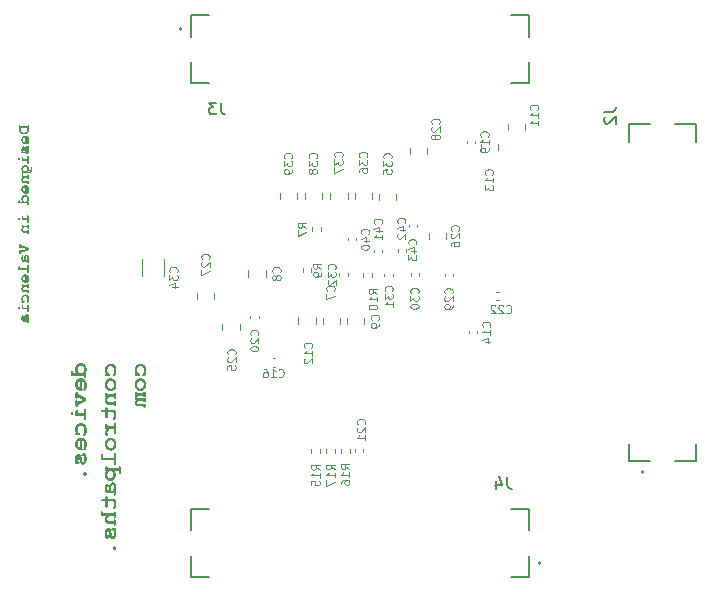
<source format=gbr>
%TF.GenerationSoftware,KiCad,Pcbnew,7.0.7-7.0.7~ubuntu22.04.1*%
%TF.CreationDate,2023-09-19T23:06:59+02:00*%
%TF.ProjectId,som_fpga,736f6d5f-6670-4676-912e-6b696361645f,rev?*%
%TF.SameCoordinates,Original*%
%TF.FileFunction,Legend,Bot*%
%TF.FilePolarity,Positive*%
%FSLAX46Y46*%
G04 Gerber Fmt 4.6, Leading zero omitted, Abs format (unit mm)*
G04 Created by KiCad (PCBNEW 7.0.7-7.0.7~ubuntu22.04.1) date 2023-09-19 23:06:59*
%MOMM*%
%LPD*%
G01*
G04 APERTURE LIST*
%ADD10C,0.250000*%
%ADD11C,0.300000*%
%ADD12C,0.100000*%
%ADD13C,0.150000*%
%ADD14C,0.120000*%
%ADD15C,0.200000*%
G04 APERTURE END LIST*
D10*
G36*
X112318176Y-70628686D02*
G01*
X112329922Y-70630619D01*
X112340432Y-70634210D01*
X112349706Y-70639458D01*
X112357743Y-70646363D01*
X112364544Y-70654925D01*
X112370108Y-70665145D01*
X112374435Y-70677022D01*
X112377527Y-70690556D01*
X112378900Y-70700499D01*
X112379725Y-70711179D01*
X112380000Y-70722595D01*
X112380000Y-71009581D01*
X112379903Y-71020154D01*
X112379612Y-71030593D01*
X112379128Y-71040899D01*
X112378450Y-71051072D01*
X112377579Y-71061110D01*
X112376513Y-71071016D01*
X112373802Y-71090425D01*
X112370316Y-71109301D01*
X112366055Y-71127642D01*
X112361019Y-71145449D01*
X112355209Y-71162721D01*
X112348624Y-71179459D01*
X112341264Y-71195663D01*
X112333130Y-71211333D01*
X112324221Y-71226468D01*
X112314537Y-71241070D01*
X112304078Y-71255136D01*
X112292845Y-71268669D01*
X112280837Y-71281667D01*
X112268186Y-71294030D01*
X112255023Y-71305595D01*
X112241350Y-71316363D01*
X112227165Y-71326333D01*
X112212468Y-71335506D01*
X112197260Y-71343881D01*
X112181541Y-71351458D01*
X112165310Y-71358237D01*
X112148568Y-71364220D01*
X112131314Y-71369404D01*
X112113550Y-71373791D01*
X112095273Y-71377380D01*
X112076486Y-71380172D01*
X112057187Y-71382166D01*
X112047346Y-71382864D01*
X112037376Y-71383362D01*
X112027279Y-71383661D01*
X112017055Y-71383761D01*
X111950865Y-71383761D01*
X111940552Y-71383659D01*
X111930343Y-71383352D01*
X111920238Y-71382840D01*
X111910237Y-71382124D01*
X111900339Y-71381203D01*
X111890546Y-71380077D01*
X111871272Y-71377212D01*
X111852414Y-71373528D01*
X111833972Y-71369026D01*
X111815945Y-71363705D01*
X111798335Y-71357566D01*
X111781141Y-71350608D01*
X111764363Y-71342831D01*
X111748000Y-71334236D01*
X111732054Y-71324822D01*
X111716523Y-71314590D01*
X111701409Y-71303539D01*
X111686710Y-71291669D01*
X111672428Y-71278981D01*
X111658793Y-71265693D01*
X111646038Y-71252026D01*
X111634163Y-71237979D01*
X111623167Y-71223553D01*
X111613051Y-71208747D01*
X111603815Y-71193561D01*
X111595458Y-71177995D01*
X111587981Y-71162049D01*
X111581384Y-71145724D01*
X111575666Y-71129019D01*
X111570828Y-71111935D01*
X111566869Y-71094470D01*
X111563790Y-71076626D01*
X111561591Y-71058403D01*
X111560272Y-71039799D01*
X111559832Y-71020816D01*
X111559832Y-70854731D01*
X111700516Y-70854731D01*
X111700516Y-71009581D01*
X111700794Y-71022608D01*
X111701626Y-71035310D01*
X111703015Y-71047688D01*
X111704958Y-71059742D01*
X111707457Y-71071472D01*
X111710511Y-71082877D01*
X111714120Y-71093957D01*
X111718285Y-71104713D01*
X111723004Y-71115145D01*
X111728279Y-71125253D01*
X111734110Y-71135036D01*
X111740495Y-71144494D01*
X111747436Y-71153629D01*
X111754932Y-71162439D01*
X111762984Y-71170924D01*
X111771591Y-71179085D01*
X111780609Y-71186834D01*
X111789897Y-71194083D01*
X111799454Y-71200832D01*
X111809280Y-71207082D01*
X111819375Y-71212831D01*
X111829739Y-71218080D01*
X111840373Y-71222830D01*
X111851275Y-71227079D01*
X111862446Y-71230829D01*
X111873886Y-71234078D01*
X111885596Y-71236828D01*
X111897574Y-71239077D01*
X111909822Y-71240827D01*
X111922338Y-71242077D01*
X111935124Y-71242827D01*
X111948178Y-71243077D01*
X112012903Y-71243077D01*
X112023012Y-71242932D01*
X112032946Y-71242497D01*
X112042704Y-71241772D01*
X112054655Y-71240458D01*
X112066332Y-71238690D01*
X112077734Y-71236470D01*
X112088862Y-71233796D01*
X112091062Y-71233217D01*
X112102103Y-71229909D01*
X112113215Y-71225909D01*
X112124399Y-71221217D01*
X112133398Y-71216966D01*
X112142443Y-71212272D01*
X112151533Y-71207135D01*
X112160669Y-71201556D01*
X112162929Y-71200081D01*
X112171672Y-71193685D01*
X112179942Y-71186495D01*
X112187739Y-71178511D01*
X112195062Y-71169734D01*
X112201913Y-71160162D01*
X112208290Y-71149797D01*
X112214193Y-71138638D01*
X112218311Y-71129748D01*
X112220854Y-71123617D01*
X112224362Y-71114099D01*
X112227500Y-71104194D01*
X112230270Y-71093903D01*
X112232670Y-71083226D01*
X112234700Y-71072162D01*
X112236362Y-71060712D01*
X112237654Y-71048875D01*
X112238577Y-71036652D01*
X112239131Y-71024042D01*
X112239316Y-71011046D01*
X112239316Y-70854731D01*
X111700516Y-70854731D01*
X111559832Y-70854731D01*
X111559832Y-70722595D01*
X111559957Y-70714304D01*
X111560510Y-70703809D01*
X111561506Y-70693955D01*
X111563374Y-70682540D01*
X111565933Y-70672126D01*
X111569184Y-70662714D01*
X111573998Y-70652742D01*
X111580215Y-70644442D01*
X111588424Y-70637858D01*
X111598625Y-70632993D01*
X111608647Y-70630250D01*
X111620053Y-70628699D01*
X111630174Y-70628318D01*
X111642745Y-70629071D01*
X111654079Y-70631332D01*
X111664177Y-70635099D01*
X111673039Y-70640373D01*
X111680664Y-70647155D01*
X111687052Y-70655443D01*
X111692204Y-70665238D01*
X111696120Y-70676540D01*
X111698799Y-70689350D01*
X111700241Y-70703666D01*
X111700516Y-70714047D01*
X112239316Y-70714047D01*
X112239334Y-70711516D01*
X112239763Y-70701748D01*
X112241105Y-70690343D01*
X112243341Y-70679833D01*
X112246471Y-70670217D01*
X112251409Y-70659858D01*
X112257634Y-70650788D01*
X112261204Y-70646772D01*
X112269155Y-70639926D01*
X112278188Y-70634659D01*
X112288303Y-70630973D01*
X112299500Y-70628866D01*
X112309658Y-70628318D01*
X112318176Y-70628686D01*
G37*
G36*
X112093880Y-71496030D02*
G01*
X112111195Y-71497250D01*
X112128105Y-71499282D01*
X112144610Y-71502127D01*
X112160711Y-71505785D01*
X112176408Y-71510256D01*
X112191700Y-71515539D01*
X112206587Y-71521636D01*
X112221070Y-71528545D01*
X112235148Y-71536268D01*
X112248822Y-71544803D01*
X112262091Y-71554151D01*
X112274956Y-71564312D01*
X112287416Y-71575285D01*
X112299472Y-71587072D01*
X112311123Y-71599672D01*
X112322185Y-71612938D01*
X112332532Y-71626664D01*
X112342167Y-71640850D01*
X112351087Y-71655496D01*
X112359294Y-71670602D01*
X112366787Y-71686168D01*
X112373567Y-71702193D01*
X112379633Y-71718679D01*
X112384985Y-71735624D01*
X112389624Y-71753029D01*
X112393549Y-71770894D01*
X112396761Y-71789219D01*
X112399258Y-71808004D01*
X112401043Y-71827249D01*
X112401667Y-71837043D01*
X112402113Y-71846953D01*
X112402381Y-71856978D01*
X112402470Y-71867117D01*
X112402442Y-71873517D01*
X112402297Y-71883418D01*
X112402027Y-71893679D01*
X112401633Y-71904301D01*
X112401114Y-71915283D01*
X112400471Y-71926626D01*
X112399703Y-71938329D01*
X112398811Y-71950394D01*
X112397794Y-71962819D01*
X112396653Y-71975604D01*
X112395387Y-71988750D01*
X112394938Y-71993203D01*
X112393334Y-72006683D01*
X112391343Y-72020348D01*
X112388966Y-72034198D01*
X112386202Y-72048232D01*
X112383053Y-72062451D01*
X112380738Y-72072032D01*
X112378252Y-72081696D01*
X112375594Y-72091442D01*
X112372764Y-72101270D01*
X112369762Y-72111180D01*
X112366589Y-72121172D01*
X112363244Y-72131246D01*
X112359727Y-72141402D01*
X112356032Y-72151281D01*
X112352213Y-72160522D01*
X112346252Y-72173189D01*
X112340011Y-72184421D01*
X112333492Y-72194220D01*
X112326693Y-72202585D01*
X112317195Y-72211507D01*
X112307200Y-72217881D01*
X112296709Y-72221705D01*
X112285722Y-72222979D01*
X112282064Y-72222902D01*
X112271525Y-72221743D01*
X112261639Y-72219193D01*
X112252406Y-72215251D01*
X112243825Y-72209919D01*
X112235896Y-72203196D01*
X112234634Y-72201966D01*
X112227902Y-72194238D01*
X112222613Y-72185909D01*
X112218265Y-72175432D01*
X112216101Y-72165801D01*
X112215380Y-72155568D01*
X112215946Y-72148055D01*
X112217646Y-72136964D01*
X112219821Y-72125515D01*
X112221928Y-72115426D01*
X112224444Y-72104048D01*
X112227367Y-72091383D01*
X112230697Y-72077430D01*
X112233145Y-72067412D01*
X112235773Y-72056822D01*
X112238583Y-72045659D01*
X112241393Y-72034306D01*
X112244021Y-72023086D01*
X112246468Y-72011996D01*
X112248734Y-72001039D01*
X112250819Y-71990213D01*
X112252722Y-71979519D01*
X112254444Y-71968956D01*
X112255985Y-71958525D01*
X112257345Y-71948226D01*
X112258523Y-71938059D01*
X112259520Y-71928023D01*
X112260336Y-71918118D01*
X112260970Y-71908346D01*
X112261582Y-71893934D01*
X112261786Y-71879818D01*
X112261665Y-71868516D01*
X112261302Y-71857478D01*
X112260698Y-71846704D01*
X112259851Y-71836194D01*
X112258763Y-71825947D01*
X112257433Y-71815965D01*
X112254047Y-71796791D01*
X112249693Y-71778672D01*
X112244372Y-71761608D01*
X112238084Y-71745600D01*
X112230828Y-71730647D01*
X112222605Y-71716749D01*
X112213414Y-71703906D01*
X112203256Y-71692118D01*
X112192131Y-71681386D01*
X112180038Y-71671709D01*
X112166978Y-71663087D01*
X112152950Y-71655520D01*
X112137955Y-71649009D01*
X112137955Y-72222979D01*
X112083244Y-72222979D01*
X112065303Y-72222575D01*
X112047749Y-72221361D01*
X112030582Y-72219339D01*
X112013803Y-72216507D01*
X111997411Y-72212866D01*
X111981407Y-72208416D01*
X111965789Y-72203157D01*
X111950560Y-72197090D01*
X111935717Y-72190213D01*
X111921262Y-72182527D01*
X111907194Y-72174031D01*
X111893514Y-72164727D01*
X111880220Y-72154614D01*
X111867315Y-72143692D01*
X111854796Y-72131961D01*
X111842665Y-72119420D01*
X111836775Y-72112910D01*
X111825555Y-72099572D01*
X111815083Y-72085811D01*
X111805359Y-72071626D01*
X111796383Y-72057017D01*
X111788155Y-72041984D01*
X111780675Y-72026528D01*
X111773943Y-72010649D01*
X111767959Y-71994346D01*
X111762723Y-71977619D01*
X111758235Y-71960468D01*
X111754495Y-71942894D01*
X111751504Y-71924897D01*
X111749260Y-71906475D01*
X111747764Y-71887630D01*
X111747016Y-71868362D01*
X111746936Y-71860034D01*
X111887606Y-71860034D01*
X111887740Y-71869630D01*
X111888447Y-71883711D01*
X111889758Y-71897419D01*
X111891675Y-71910753D01*
X111894198Y-71923714D01*
X111897325Y-71936301D01*
X111901058Y-71948515D01*
X111905397Y-71960355D01*
X111910341Y-71971822D01*
X111915890Y-71982915D01*
X111922044Y-71993635D01*
X111926440Y-72000533D01*
X111933373Y-72010301D01*
X111940713Y-72019372D01*
X111948462Y-72027749D01*
X111956619Y-72035429D01*
X111965183Y-72042415D01*
X111974156Y-72048704D01*
X111983536Y-72054299D01*
X111993324Y-72059197D01*
X112003520Y-72063400D01*
X112014124Y-72066908D01*
X112014124Y-71653161D01*
X112007184Y-71655276D01*
X111997082Y-71659053D01*
X111987349Y-71663556D01*
X111977985Y-71668785D01*
X111968990Y-71674739D01*
X111960365Y-71681419D01*
X111952109Y-71688824D01*
X111944222Y-71696955D01*
X111936704Y-71705811D01*
X111929556Y-71715393D01*
X111922777Y-71725701D01*
X111918518Y-71732895D01*
X111912645Y-71743986D01*
X111907390Y-71755437D01*
X111902753Y-71767250D01*
X111898734Y-71779423D01*
X111895334Y-71791956D01*
X111892552Y-71804851D01*
X111890388Y-71818106D01*
X111888842Y-71831721D01*
X111887915Y-71845698D01*
X111887606Y-71860034D01*
X111746936Y-71860034D01*
X111746922Y-71858569D01*
X111747293Y-71839586D01*
X111748407Y-71820982D01*
X111750262Y-71802758D01*
X111752860Y-71784914D01*
X111756200Y-71767450D01*
X111760283Y-71750366D01*
X111765108Y-71733661D01*
X111770675Y-71717336D01*
X111776984Y-71701390D01*
X111784036Y-71685824D01*
X111791829Y-71670638D01*
X111800365Y-71655832D01*
X111809644Y-71641406D01*
X111819664Y-71627359D01*
X111830427Y-71613692D01*
X111841933Y-71600404D01*
X111853982Y-71587716D01*
X111866376Y-71575846D01*
X111879116Y-71564795D01*
X111892201Y-71554563D01*
X111905631Y-71545149D01*
X111919407Y-71536554D01*
X111933528Y-71528777D01*
X111947995Y-71521819D01*
X111962807Y-71515680D01*
X111977964Y-71510359D01*
X111993467Y-71505857D01*
X112009315Y-71502173D01*
X112025509Y-71499308D01*
X112042048Y-71497261D01*
X112058932Y-71496033D01*
X112076161Y-71495624D01*
X112093880Y-71496030D01*
G37*
G36*
X111891758Y-73000404D02*
G01*
X111902722Y-73000171D01*
X111913022Y-72999473D01*
X111924964Y-72997945D01*
X111935868Y-72995690D01*
X111945734Y-72992707D01*
X111956204Y-72988168D01*
X111960879Y-72985505D01*
X111968930Y-72979091D01*
X111975316Y-72970839D01*
X111980036Y-72960750D01*
X111982696Y-72950939D01*
X111984200Y-72939851D01*
X111984570Y-72930062D01*
X111983834Y-72919358D01*
X111981625Y-72909472D01*
X111977944Y-72900405D01*
X111971933Y-72891043D01*
X111969183Y-72887808D01*
X111962346Y-72880727D01*
X111954274Y-72873350D01*
X111945928Y-72866737D01*
X111937307Y-72860886D01*
X111936210Y-72860209D01*
X111927555Y-72853278D01*
X111920207Y-72844459D01*
X111914076Y-72834854D01*
X111909085Y-72825406D01*
X111904201Y-72814647D01*
X111903237Y-72812337D01*
X111899574Y-72802648D01*
X111896399Y-72792141D01*
X111893712Y-72780818D01*
X111891514Y-72768679D01*
X111889804Y-72755723D01*
X111888842Y-72745469D01*
X111888155Y-72734757D01*
X111887743Y-72723585D01*
X111887606Y-72711953D01*
X111887737Y-72702017D01*
X111888319Y-72689054D01*
X111889366Y-72676421D01*
X111890880Y-72664115D01*
X111892858Y-72652138D01*
X111895303Y-72640488D01*
X111898213Y-72629167D01*
X111901588Y-72618174D01*
X111902505Y-72615478D01*
X111906249Y-72605460D01*
X111911154Y-72594816D01*
X111916309Y-72586259D01*
X111922827Y-72578746D01*
X111932077Y-72573403D01*
X111936943Y-72572735D01*
X111946909Y-72574907D01*
X111955742Y-72581425D01*
X111962237Y-72590175D01*
X111966866Y-72599347D01*
X111970991Y-72610451D01*
X111973755Y-72620046D01*
X111976235Y-72630727D01*
X111976999Y-72634528D01*
X111979262Y-72646387D01*
X111981564Y-72658792D01*
X111983905Y-72671741D01*
X111986284Y-72685236D01*
X111988702Y-72699275D01*
X111990335Y-72708938D01*
X111991986Y-72718844D01*
X111993653Y-72728991D01*
X111995338Y-72739381D01*
X111997040Y-72750013D01*
X111998760Y-72760888D01*
X112000496Y-72772005D01*
X112002250Y-72783364D01*
X112003133Y-72789134D01*
X112004928Y-72800595D01*
X112006835Y-72811711D01*
X112008852Y-72822485D01*
X112010979Y-72832915D01*
X112013217Y-72843001D01*
X112015566Y-72852744D01*
X112019297Y-72866715D01*
X112023277Y-72879912D01*
X112027506Y-72892337D01*
X112031984Y-72903989D01*
X112036711Y-72914869D01*
X112041687Y-72924975D01*
X112045143Y-72931284D01*
X112050053Y-72939806D01*
X112057062Y-72950616D01*
X112064597Y-72960792D01*
X112072659Y-72970335D01*
X112081248Y-72979244D01*
X112090363Y-72987520D01*
X112100005Y-72995162D01*
X112110173Y-73002170D01*
X112112798Y-73003824D01*
X112123415Y-73009949D01*
X112134261Y-73015257D01*
X112145336Y-73019749D01*
X112156639Y-73023424D01*
X112168172Y-73026283D01*
X112179934Y-73028324D01*
X112191925Y-73029549D01*
X112204145Y-73029958D01*
X112214746Y-73029611D01*
X112225119Y-73028572D01*
X112235263Y-73026841D01*
X112245177Y-73024416D01*
X112254863Y-73021299D01*
X112264320Y-73017490D01*
X112273548Y-73012988D01*
X112282547Y-73007793D01*
X112291316Y-73001905D01*
X112299857Y-72995325D01*
X112308169Y-72988052D01*
X112316252Y-72980086D01*
X112324106Y-72971428D01*
X112331731Y-72962077D01*
X112339127Y-72952034D01*
X112346294Y-72941297D01*
X112353097Y-72930028D01*
X112359460Y-72918384D01*
X112365385Y-72906367D01*
X112370871Y-72893975D01*
X112375918Y-72881210D01*
X112380526Y-72868070D01*
X112384695Y-72854557D01*
X112388426Y-72840669D01*
X112391717Y-72826408D01*
X112394570Y-72811772D01*
X112396984Y-72796763D01*
X112398959Y-72781379D01*
X112400495Y-72765622D01*
X112401592Y-72749491D01*
X112402250Y-72732985D01*
X112402470Y-72716106D01*
X112402311Y-72700953D01*
X112401833Y-72686087D01*
X112401036Y-72671506D01*
X112399921Y-72657213D01*
X112398487Y-72643205D01*
X112396734Y-72629483D01*
X112394663Y-72616048D01*
X112392273Y-72602899D01*
X112389564Y-72590036D01*
X112386537Y-72577460D01*
X112383191Y-72565169D01*
X112379526Y-72553165D01*
X112375543Y-72541447D01*
X112371241Y-72530015D01*
X112366621Y-72518870D01*
X112361681Y-72508011D01*
X112367409Y-72499948D01*
X112372593Y-72490302D01*
X112376164Y-72480400D01*
X112378123Y-72470240D01*
X112378534Y-72462826D01*
X112377718Y-72449993D01*
X112375271Y-72438422D01*
X112371192Y-72428114D01*
X112365482Y-72419068D01*
X112358141Y-72411284D01*
X112349168Y-72404763D01*
X112338563Y-72399503D01*
X112326327Y-72395506D01*
X112312460Y-72392771D01*
X112302308Y-72391649D01*
X112291432Y-72391088D01*
X112285722Y-72391018D01*
X112239316Y-72391018D01*
X112227899Y-72391299D01*
X112217219Y-72392140D01*
X112207276Y-72393543D01*
X112193742Y-72396698D01*
X112181865Y-72401116D01*
X112171646Y-72406796D01*
X112163083Y-72413739D01*
X112156178Y-72421943D01*
X112150930Y-72431410D01*
X112147340Y-72442139D01*
X112145406Y-72454130D01*
X112145038Y-72462826D01*
X112146007Y-72475648D01*
X112148915Y-72487372D01*
X112153762Y-72497997D01*
X112160547Y-72507522D01*
X112169271Y-72515949D01*
X112179934Y-72523276D01*
X112189203Y-72528050D01*
X112199563Y-72532206D01*
X112207076Y-72534633D01*
X112213701Y-72542418D01*
X112219898Y-72550631D01*
X112225669Y-72559271D01*
X112231011Y-72568339D01*
X112235927Y-72577834D01*
X112240415Y-72587756D01*
X112244475Y-72598106D01*
X112248108Y-72608883D01*
X112251314Y-72620088D01*
X112254092Y-72631720D01*
X112256443Y-72643779D01*
X112258367Y-72656266D01*
X112259863Y-72669180D01*
X112260931Y-72682522D01*
X112261572Y-72696291D01*
X112261786Y-72710488D01*
X112261625Y-72722962D01*
X112261142Y-72735106D01*
X112260337Y-72746919D01*
X112259210Y-72758402D01*
X112257761Y-72769553D01*
X112255990Y-72780375D01*
X112253897Y-72790866D01*
X112251482Y-72801026D01*
X112248745Y-72810855D01*
X112245686Y-72820354D01*
X112243468Y-72826503D01*
X112238800Y-72837895D01*
X112233958Y-72847768D01*
X112227657Y-72857973D01*
X112221082Y-72865804D01*
X112212831Y-72872070D01*
X112202704Y-72875060D01*
X112201214Y-72875108D01*
X112191275Y-72873549D01*
X112181977Y-72868874D01*
X112173318Y-72861081D01*
X112165299Y-72850172D01*
X112160308Y-72841167D01*
X112155601Y-72830778D01*
X112151179Y-72819002D01*
X112147041Y-72805842D01*
X112143188Y-72791296D01*
X112139619Y-72775365D01*
X112136334Y-72758049D01*
X112133333Y-72739347D01*
X112131940Y-72729476D01*
X112130617Y-72719260D01*
X112129366Y-72708697D01*
X112128185Y-72697787D01*
X112126146Y-72679635D01*
X112123877Y-72662120D01*
X112121376Y-72645243D01*
X112118644Y-72629002D01*
X112115682Y-72613400D01*
X112112489Y-72598434D01*
X112109065Y-72584106D01*
X112105409Y-72570415D01*
X112101524Y-72557361D01*
X112097407Y-72544945D01*
X112093059Y-72533166D01*
X112088480Y-72522024D01*
X112083671Y-72511520D01*
X112078631Y-72501653D01*
X112073359Y-72492423D01*
X112067857Y-72483831D01*
X112062061Y-72475845D01*
X112052813Y-72464833D01*
X112042899Y-72454979D01*
X112032319Y-72446285D01*
X112021074Y-72438751D01*
X112009164Y-72432375D01*
X111996588Y-72427159D01*
X111983346Y-72423101D01*
X111969440Y-72420203D01*
X111954867Y-72418465D01*
X111944783Y-72417949D01*
X111939630Y-72417885D01*
X111929214Y-72418204D01*
X111919033Y-72419160D01*
X111909087Y-72420753D01*
X111899375Y-72422984D01*
X111889899Y-72425852D01*
X111880656Y-72429357D01*
X111871649Y-72433499D01*
X111862876Y-72438279D01*
X111854338Y-72443697D01*
X111846035Y-72449751D01*
X111837966Y-72456443D01*
X111830133Y-72463772D01*
X111822533Y-72471739D01*
X111815169Y-72480343D01*
X111808039Y-72489584D01*
X111801144Y-72499462D01*
X111794578Y-72509835D01*
X111788436Y-72520559D01*
X111782717Y-72531634D01*
X111777422Y-72543060D01*
X111772550Y-72554837D01*
X111768102Y-72566965D01*
X111764078Y-72579444D01*
X111760478Y-72592274D01*
X111757300Y-72605456D01*
X111754547Y-72618989D01*
X111752217Y-72632872D01*
X111750311Y-72647107D01*
X111748828Y-72661693D01*
X111747769Y-72676630D01*
X111747134Y-72691918D01*
X111746922Y-72707557D01*
X111747065Y-72720317D01*
X111747494Y-72732890D01*
X111748210Y-72745275D01*
X111749212Y-72757474D01*
X111750500Y-72769486D01*
X111752074Y-72781311D01*
X111753934Y-72792949D01*
X111756081Y-72804399D01*
X111758514Y-72815663D01*
X111761233Y-72826740D01*
X111764238Y-72837630D01*
X111767530Y-72848333D01*
X111771108Y-72858848D01*
X111774972Y-72869177D01*
X111779122Y-72879319D01*
X111783558Y-72889274D01*
X111773004Y-72894428D01*
X111764238Y-72900274D01*
X111756081Y-72908203D01*
X111750500Y-72917127D01*
X111747494Y-72927047D01*
X111746922Y-72934214D01*
X111747738Y-72946043D01*
X111750185Y-72956709D01*
X111754264Y-72966210D01*
X111759974Y-72974549D01*
X111767315Y-72981724D01*
X111776288Y-72987735D01*
X111786893Y-72992583D01*
X111799129Y-72996267D01*
X111812996Y-72998788D01*
X111823148Y-72999822D01*
X111834024Y-73000340D01*
X111839734Y-73000404D01*
X111891758Y-73000404D01*
G37*
G36*
X112239316Y-73791751D02*
G01*
X112239590Y-73802990D01*
X112240415Y-73813504D01*
X112241789Y-73823293D01*
X112244880Y-73836616D01*
X112249207Y-73848309D01*
X112254772Y-73858369D01*
X112261572Y-73866799D01*
X112269609Y-73873596D01*
X112278883Y-73878763D01*
X112289393Y-73882297D01*
X112301140Y-73884201D01*
X112309658Y-73884563D01*
X112322228Y-73883748D01*
X112333563Y-73881300D01*
X112343661Y-73877222D01*
X112352522Y-73871512D01*
X112360147Y-73864170D01*
X112366536Y-73855197D01*
X112371688Y-73844592D01*
X112375603Y-73832356D01*
X112378282Y-73818489D01*
X112379381Y-73808338D01*
X112379931Y-73797461D01*
X112380000Y-73791751D01*
X112380000Y-73307662D01*
X112379725Y-73296423D01*
X112378900Y-73285909D01*
X112377527Y-73276120D01*
X112374435Y-73262796D01*
X112370108Y-73251104D01*
X112364544Y-73241044D01*
X112357743Y-73232614D01*
X112349706Y-73225817D01*
X112340432Y-73220650D01*
X112329922Y-73217115D01*
X112318176Y-73215212D01*
X112309658Y-73214849D01*
X112299869Y-73215223D01*
X112288781Y-73216743D01*
X112278970Y-73219431D01*
X112268880Y-73224199D01*
X112260629Y-73230651D01*
X112254214Y-73238785D01*
X112249151Y-73248500D01*
X112245732Y-73257723D01*
X112243040Y-73267972D01*
X112241076Y-73279247D01*
X112240029Y-73289005D01*
X112239447Y-73299420D01*
X112239316Y-73307662D01*
X112239316Y-73479364D01*
X111905924Y-73479364D01*
X111905924Y-73369699D01*
X111905649Y-73358283D01*
X111904825Y-73347603D01*
X111903451Y-73337660D01*
X111900360Y-73324126D01*
X111896032Y-73312249D01*
X111890468Y-73302029D01*
X111883668Y-73293467D01*
X111875630Y-73286562D01*
X111866357Y-73281314D01*
X111855847Y-73277723D01*
X111844100Y-73275790D01*
X111835582Y-73275422D01*
X111825461Y-73275803D01*
X111814055Y-73277354D01*
X111804033Y-73280097D01*
X111793832Y-73284962D01*
X111785623Y-73291546D01*
X111779406Y-73299846D01*
X111774592Y-73309818D01*
X111771341Y-73319230D01*
X111768782Y-73329644D01*
X111766914Y-73341059D01*
X111765918Y-73350913D01*
X111765365Y-73361408D01*
X111765240Y-73369699D01*
X111765240Y-73620048D01*
X112239316Y-73620048D01*
X112239316Y-73791751D01*
G37*
G36*
X111503656Y-73600265D02*
G01*
X111651179Y-73600265D01*
X111651179Y-73434424D01*
X111503656Y-73434424D01*
X111503656Y-73600265D01*
G37*
G36*
X112090484Y-74013650D02*
G01*
X112107379Y-74014764D01*
X112123915Y-74016620D01*
X112140092Y-74019217D01*
X112155911Y-74022558D01*
X112171370Y-74026640D01*
X112186471Y-74031465D01*
X112201214Y-74037032D01*
X112215597Y-74043341D01*
X112229622Y-74050393D01*
X112243288Y-74058187D01*
X112256596Y-74066723D01*
X112269544Y-74076001D01*
X112282134Y-74086022D01*
X112294366Y-74096785D01*
X112306238Y-74108290D01*
X112317566Y-74120349D01*
X112328163Y-74132775D01*
X112338029Y-74145567D01*
X112347164Y-74158726D01*
X112355569Y-74172251D01*
X112363242Y-74186142D01*
X112370185Y-74200400D01*
X112376397Y-74215024D01*
X112381878Y-74230014D01*
X112386628Y-74245371D01*
X112390648Y-74261094D01*
X112393937Y-74277184D01*
X112396494Y-74293640D01*
X112398322Y-74310462D01*
X112399418Y-74327650D01*
X112399783Y-74345205D01*
X112399513Y-74358346D01*
X112398703Y-74371389D01*
X112397353Y-74384335D01*
X112395463Y-74397183D01*
X112393033Y-74409934D01*
X112390063Y-74422588D01*
X112386553Y-74435145D01*
X112382503Y-74447604D01*
X112377913Y-74459966D01*
X112372783Y-74472231D01*
X112367113Y-74484398D01*
X112360903Y-74496468D01*
X112354153Y-74508441D01*
X112346863Y-74520316D01*
X112339033Y-74532094D01*
X112330662Y-74543775D01*
X112408087Y-74543775D01*
X112421086Y-74543225D01*
X112433336Y-74541577D01*
X112444838Y-74538829D01*
X112455593Y-74534982D01*
X112465599Y-74530036D01*
X112474857Y-74523991D01*
X112483368Y-74516847D01*
X112491130Y-74508604D01*
X112492948Y-74506379D01*
X112499644Y-74496957D01*
X112505416Y-74486695D01*
X112510265Y-74475593D01*
X112514190Y-74463652D01*
X112516527Y-74454145D01*
X112518346Y-74444166D01*
X112519644Y-74433715D01*
X112520424Y-74422791D01*
X112520683Y-74411395D01*
X112520683Y-74258011D01*
X112520812Y-74249769D01*
X112521385Y-74239354D01*
X112522415Y-74229596D01*
X112524347Y-74218321D01*
X112526995Y-74208072D01*
X112530358Y-74198849D01*
X112535338Y-74189134D01*
X112541835Y-74181000D01*
X112550153Y-74174548D01*
X112560291Y-74169780D01*
X112570130Y-74167092D01*
X112581233Y-74165572D01*
X112591025Y-74165198D01*
X112599543Y-74165561D01*
X112611290Y-74167464D01*
X112621800Y-74170999D01*
X112631074Y-74176165D01*
X112639111Y-74182963D01*
X112645911Y-74191392D01*
X112651475Y-74201453D01*
X112655803Y-74213145D01*
X112658894Y-74226469D01*
X112660268Y-74236258D01*
X112661092Y-74246772D01*
X112661367Y-74258011D01*
X112661367Y-74415547D01*
X112661090Y-74429836D01*
X112660257Y-74443822D01*
X112658869Y-74457505D01*
X112656925Y-74470884D01*
X112654426Y-74483959D01*
X112651372Y-74496731D01*
X112647763Y-74509200D01*
X112643599Y-74521366D01*
X112638879Y-74533228D01*
X112633604Y-74544786D01*
X112627773Y-74556041D01*
X112621388Y-74566993D01*
X112614447Y-74577642D01*
X112606951Y-74587987D01*
X112598899Y-74598028D01*
X112590293Y-74607766D01*
X112581252Y-74617053D01*
X112571898Y-74625741D01*
X112562231Y-74633830D01*
X112552252Y-74641319D01*
X112541959Y-74648210D01*
X112531354Y-74654501D01*
X112520435Y-74660193D01*
X112509204Y-74665286D01*
X112497660Y-74669779D01*
X112485802Y-74673674D01*
X112473632Y-74676969D01*
X112461149Y-74679665D01*
X112448353Y-74681762D01*
X112435244Y-74683260D01*
X112421822Y-74684159D01*
X112408087Y-74684459D01*
X111905924Y-74684459D01*
X111905924Y-74706929D01*
X111905855Y-74712639D01*
X111905306Y-74723516D01*
X111904207Y-74733667D01*
X111901528Y-74747534D01*
X111897612Y-74759770D01*
X111892460Y-74770375D01*
X111886072Y-74779348D01*
X111878447Y-74786690D01*
X111869585Y-74792400D01*
X111859487Y-74796478D01*
X111848153Y-74798926D01*
X111835582Y-74799741D01*
X111827064Y-74799379D01*
X111815318Y-74797475D01*
X111804808Y-74793941D01*
X111795534Y-74788774D01*
X111787497Y-74781976D01*
X111780696Y-74773547D01*
X111775132Y-74763487D01*
X111770804Y-74751794D01*
X111767713Y-74738471D01*
X111766339Y-74728682D01*
X111765515Y-74718168D01*
X111765240Y-74706929D01*
X111765240Y-74543775D01*
X111815799Y-74543775D01*
X111807281Y-74533268D01*
X111799312Y-74522507D01*
X111791893Y-74511492D01*
X111785024Y-74500223D01*
X111778704Y-74488701D01*
X111772934Y-74476925D01*
X111767713Y-74464895D01*
X111763042Y-74452611D01*
X111758920Y-74440074D01*
X111755348Y-74427282D01*
X111752326Y-74414237D01*
X111749853Y-74400939D01*
X111747930Y-74387386D01*
X111746556Y-74373580D01*
X111745731Y-74359519D01*
X111745513Y-74348136D01*
X111886140Y-74348136D01*
X111886355Y-74358237D01*
X111886999Y-74368145D01*
X111888072Y-74377860D01*
X111890487Y-74392072D01*
X111893868Y-74405850D01*
X111898215Y-74419194D01*
X111903528Y-74432105D01*
X111909807Y-74444582D01*
X111917052Y-74456626D01*
X111925263Y-74468236D01*
X111934440Y-74479412D01*
X111941095Y-74486622D01*
X111948057Y-74493543D01*
X111958847Y-74503087D01*
X111970053Y-74511626D01*
X111981676Y-74519161D01*
X111993715Y-74525691D01*
X112006171Y-74531217D01*
X112019043Y-74535738D01*
X112032331Y-74539254D01*
X112046037Y-74541766D01*
X112060158Y-74543272D01*
X112074696Y-74543775D01*
X112088747Y-74543266D01*
X112102417Y-74541740D01*
X112115704Y-74539196D01*
X112128609Y-74535635D01*
X112141132Y-74531056D01*
X112153272Y-74525459D01*
X112165031Y-74518846D01*
X112176408Y-74511214D01*
X112187402Y-74502565D01*
X112198015Y-74492899D01*
X112204877Y-74485889D01*
X112208213Y-74482265D01*
X112217586Y-74471128D01*
X112226005Y-74459596D01*
X112233471Y-74447669D01*
X112239984Y-74435347D01*
X112245544Y-74422630D01*
X112250151Y-74409519D01*
X112253804Y-74396012D01*
X112256505Y-74382110D01*
X112258252Y-74367813D01*
X112258887Y-74358062D01*
X112259099Y-74348136D01*
X112259046Y-74343152D01*
X112258616Y-74333317D01*
X112257167Y-74318902D01*
X112254752Y-74304890D01*
X112251371Y-74291281D01*
X112247024Y-74278076D01*
X112241711Y-74265275D01*
X112235432Y-74252877D01*
X112228187Y-74240883D01*
X112219976Y-74229293D01*
X112210799Y-74218106D01*
X112204145Y-74210872D01*
X112197188Y-74203981D01*
X112186429Y-74194477D01*
X112175278Y-74185974D01*
X112163737Y-74178472D01*
X112151805Y-74171969D01*
X112139483Y-74166468D01*
X112126769Y-74161966D01*
X112113665Y-74158465D01*
X112100171Y-74155964D01*
X112086285Y-74154463D01*
X112072009Y-74153963D01*
X112062422Y-74154186D01*
X112048380Y-74155353D01*
X112034747Y-74157520D01*
X112021521Y-74160688D01*
X112008704Y-74164856D01*
X111996294Y-74170024D01*
X111984292Y-74176193D01*
X111972698Y-74183362D01*
X111961511Y-74191532D01*
X111950733Y-74200702D01*
X111940362Y-74210872D01*
X111930672Y-74221790D01*
X111921935Y-74233111D01*
X111914152Y-74244836D01*
X111907321Y-74256965D01*
X111901443Y-74269497D01*
X111896519Y-74282433D01*
X111892548Y-74295772D01*
X111889529Y-74309515D01*
X111887464Y-74323662D01*
X111886352Y-74338212D01*
X111886140Y-74348136D01*
X111745513Y-74348136D01*
X111745457Y-74345205D01*
X111745822Y-74327650D01*
X111746918Y-74310462D01*
X111748745Y-74293640D01*
X111751303Y-74277184D01*
X111754592Y-74261094D01*
X111758611Y-74245371D01*
X111763362Y-74230014D01*
X111768843Y-74215024D01*
X111775055Y-74200400D01*
X111781998Y-74186142D01*
X111789671Y-74172251D01*
X111798076Y-74158726D01*
X111807211Y-74145567D01*
X111817077Y-74132775D01*
X111827674Y-74120349D01*
X111839002Y-74108290D01*
X111850879Y-74096785D01*
X111863124Y-74086022D01*
X111875738Y-74076001D01*
X111888720Y-74066723D01*
X111902071Y-74058187D01*
X111915789Y-74050393D01*
X111929876Y-74043341D01*
X111944331Y-74037032D01*
X111959155Y-74031465D01*
X111974346Y-74026640D01*
X111989906Y-74022558D01*
X112005835Y-74019217D01*
X112022131Y-74016620D01*
X112038796Y-74014764D01*
X112055829Y-74013650D01*
X112073230Y-74013279D01*
X112090484Y-74013650D01*
G37*
G36*
X112380000Y-74931388D02*
G01*
X112379725Y-74920120D01*
X112378900Y-74909578D01*
X112377527Y-74899764D01*
X112374435Y-74886405D01*
X112370108Y-74874682D01*
X112364544Y-74864595D01*
X112357743Y-74856143D01*
X112349706Y-74849328D01*
X112340432Y-74844148D01*
X112329922Y-74840604D01*
X112318176Y-74838695D01*
X112309658Y-74838332D01*
X112297087Y-74839150D01*
X112285752Y-74841603D01*
X112275654Y-74845693D01*
X112266793Y-74851418D01*
X112259168Y-74858779D01*
X112252780Y-74867775D01*
X112247628Y-74878408D01*
X112243712Y-74890676D01*
X112241033Y-74904580D01*
X112239934Y-74914758D01*
X112239384Y-74925663D01*
X112239316Y-74931388D01*
X112239316Y-74939692D01*
X111905924Y-74939692D01*
X111905306Y-74929311D01*
X111904184Y-74919600D01*
X111901556Y-74906288D01*
X111897795Y-74894484D01*
X111892901Y-74884186D01*
X111886873Y-74875396D01*
X111879712Y-74868112D01*
X111871417Y-74862335D01*
X111861989Y-74858065D01*
X111851427Y-74855303D01*
X111839732Y-74854047D01*
X111835582Y-74853963D01*
X111823011Y-74854792D01*
X111811677Y-74857278D01*
X111801579Y-74861421D01*
X111792718Y-74867221D01*
X111785093Y-74874679D01*
X111778704Y-74883793D01*
X111773552Y-74894565D01*
X111769637Y-74906994D01*
X111766958Y-74921081D01*
X111765858Y-74931392D01*
X111765309Y-74942441D01*
X111765240Y-74948241D01*
X111765240Y-75080376D01*
X111832651Y-75080376D01*
X111823972Y-75089825D01*
X111815796Y-75099118D01*
X111808121Y-75108257D01*
X111800949Y-75117242D01*
X111794280Y-75126072D01*
X111788112Y-75134747D01*
X111782447Y-75143268D01*
X111777284Y-75151634D01*
X111771182Y-75162549D01*
X111765973Y-75173189D01*
X111761508Y-75183993D01*
X111757638Y-75195277D01*
X111754364Y-75207043D01*
X111751685Y-75219289D01*
X111749601Y-75232017D01*
X111748429Y-75241878D01*
X111747592Y-75252009D01*
X111747089Y-75262411D01*
X111746922Y-75273084D01*
X111747164Y-75286668D01*
X111747891Y-75299943D01*
X111749103Y-75312909D01*
X111750799Y-75325566D01*
X111752980Y-75337913D01*
X111755646Y-75349952D01*
X111758796Y-75361681D01*
X111762431Y-75373101D01*
X111766551Y-75384213D01*
X111771156Y-75395015D01*
X111776245Y-75405507D01*
X111781818Y-75415691D01*
X111787877Y-75425566D01*
X111794420Y-75435131D01*
X111801447Y-75444388D01*
X111808960Y-75453335D01*
X111816882Y-75461853D01*
X111825202Y-75469822D01*
X111833918Y-75477240D01*
X111843032Y-75484110D01*
X111852542Y-75490430D01*
X111862449Y-75496200D01*
X111872753Y-75501420D01*
X111883454Y-75506092D01*
X111894552Y-75510213D01*
X111906046Y-75513785D01*
X111917938Y-75516808D01*
X111930226Y-75519281D01*
X111942912Y-75521204D01*
X111955994Y-75522578D01*
X111969473Y-75523402D01*
X111983349Y-75523677D01*
X112239316Y-75523677D01*
X112239590Y-75534058D01*
X112241033Y-75548374D01*
X112243712Y-75561184D01*
X112247628Y-75572486D01*
X112252780Y-75582281D01*
X112259168Y-75590569D01*
X112266793Y-75597351D01*
X112275654Y-75602625D01*
X112285752Y-75606392D01*
X112297087Y-75608653D01*
X112309658Y-75609406D01*
X112322228Y-75608591D01*
X112333563Y-75606143D01*
X112343661Y-75602065D01*
X112352522Y-75596355D01*
X112360147Y-75589013D01*
X112366536Y-75580040D01*
X112371688Y-75569435D01*
X112375603Y-75557199D01*
X112378282Y-75543332D01*
X112379381Y-75533181D01*
X112379931Y-75522304D01*
X112380000Y-75516594D01*
X112380000Y-75391297D01*
X112379725Y-75379881D01*
X112378900Y-75369201D01*
X112377527Y-75359258D01*
X112374435Y-75345724D01*
X112370108Y-75333847D01*
X112364544Y-75323627D01*
X112357743Y-75315065D01*
X112349706Y-75308160D01*
X112340432Y-75302912D01*
X112329922Y-75299321D01*
X112318176Y-75297388D01*
X112309658Y-75297020D01*
X112297087Y-75297775D01*
X112285752Y-75300042D01*
X112275654Y-75303820D01*
X112266793Y-75309110D01*
X112259168Y-75315910D01*
X112252780Y-75324222D01*
X112247628Y-75334045D01*
X112243712Y-75345380D01*
X112241033Y-75358225D01*
X112239590Y-75372582D01*
X112239316Y-75382993D01*
X111988967Y-75382993D01*
X111976693Y-75382498D01*
X111965210Y-75381013D01*
X111954520Y-75378537D01*
X111944621Y-75375071D01*
X111935515Y-75370614D01*
X111927200Y-75365167D01*
X111919677Y-75358730D01*
X111912946Y-75351303D01*
X111907007Y-75342885D01*
X111901860Y-75333477D01*
X111897504Y-75323078D01*
X111893941Y-75311690D01*
X111891169Y-75299310D01*
X111889190Y-75285941D01*
X111888002Y-75271581D01*
X111887606Y-75256231D01*
X111887938Y-75244118D01*
X111888934Y-75232326D01*
X111890594Y-75220854D01*
X111892918Y-75209703D01*
X111895906Y-75198872D01*
X111899559Y-75188362D01*
X111903875Y-75178173D01*
X111908855Y-75168304D01*
X111914614Y-75158488D01*
X111921388Y-75148337D01*
X111929177Y-75137850D01*
X111935685Y-75129764D01*
X111942764Y-75121489D01*
X111950414Y-75113026D01*
X111958635Y-75104373D01*
X111967427Y-75095532D01*
X111976790Y-75086501D01*
X111983349Y-75080376D01*
X112239316Y-75080376D01*
X112239316Y-75088925D01*
X112239590Y-75100164D01*
X112240415Y-75110678D01*
X112241789Y-75120467D01*
X112244880Y-75133790D01*
X112249207Y-75145482D01*
X112254772Y-75155543D01*
X112261572Y-75163972D01*
X112269609Y-75170770D01*
X112278883Y-75175936D01*
X112289393Y-75179471D01*
X112301140Y-75181375D01*
X112309658Y-75181737D01*
X112322228Y-75180921D01*
X112333563Y-75178474D01*
X112343661Y-75174396D01*
X112352522Y-75168685D01*
X112360147Y-75161344D01*
X112366536Y-75152371D01*
X112371688Y-75141766D01*
X112375603Y-75129530D01*
X112378282Y-75115663D01*
X112379381Y-75105511D01*
X112379931Y-75094635D01*
X112380000Y-75088925D01*
X112380000Y-74931388D01*
G37*
G36*
X112093880Y-75692123D02*
G01*
X112111195Y-75693342D01*
X112128105Y-75695374D01*
X112144610Y-75698219D01*
X112160711Y-75701877D01*
X112176408Y-75706348D01*
X112191700Y-75711632D01*
X112206587Y-75717728D01*
X112221070Y-75724637D01*
X112235148Y-75732360D01*
X112248822Y-75740895D01*
X112262091Y-75750243D01*
X112274956Y-75760404D01*
X112287416Y-75771378D01*
X112299472Y-75783164D01*
X112311123Y-75795764D01*
X112322185Y-75809030D01*
X112332532Y-75822756D01*
X112342167Y-75836942D01*
X112351087Y-75851588D01*
X112359294Y-75866694D01*
X112366787Y-75882260D01*
X112373567Y-75898286D01*
X112379633Y-75914771D01*
X112384985Y-75931716D01*
X112389624Y-75949121D01*
X112393549Y-75966986D01*
X112396761Y-75985311D01*
X112399258Y-76004096D01*
X112401043Y-76023341D01*
X112401667Y-76033135D01*
X112402113Y-76043045D01*
X112402381Y-76053070D01*
X112402470Y-76063210D01*
X112402442Y-76069609D01*
X112402297Y-76079510D01*
X112402027Y-76089771D01*
X112401633Y-76100393D01*
X112401114Y-76111375D01*
X112400471Y-76122718D01*
X112399703Y-76134422D01*
X112398811Y-76146486D01*
X112397794Y-76158911D01*
X112396653Y-76171696D01*
X112395387Y-76184842D01*
X112394938Y-76189295D01*
X112393334Y-76202775D01*
X112391343Y-76216440D01*
X112388966Y-76230290D01*
X112386202Y-76244324D01*
X112383053Y-76258543D01*
X112380738Y-76268125D01*
X112378252Y-76277788D01*
X112375594Y-76287534D01*
X112372764Y-76297362D01*
X112369762Y-76307272D01*
X112366589Y-76317264D01*
X112363244Y-76327338D01*
X112359727Y-76337494D01*
X112356032Y-76347373D01*
X112352213Y-76356614D01*
X112346252Y-76369281D01*
X112340011Y-76380513D01*
X112333492Y-76390312D01*
X112326693Y-76398677D01*
X112317195Y-76407600D01*
X112307200Y-76413973D01*
X112296709Y-76417797D01*
X112285722Y-76419071D01*
X112282064Y-76418994D01*
X112271525Y-76417835D01*
X112261639Y-76415285D01*
X112252406Y-76411343D01*
X112243825Y-76406011D01*
X112235896Y-76399288D01*
X112234634Y-76398058D01*
X112227902Y-76390330D01*
X112222613Y-76382001D01*
X112218265Y-76371524D01*
X112216101Y-76361893D01*
X112215380Y-76351660D01*
X112215946Y-76344147D01*
X112217646Y-76333056D01*
X112219821Y-76321607D01*
X112221928Y-76311518D01*
X112224444Y-76300140D01*
X112227367Y-76287475D01*
X112230697Y-76273522D01*
X112233145Y-76263504D01*
X112235773Y-76252914D01*
X112238583Y-76241751D01*
X112241393Y-76230399D01*
X112244021Y-76219178D01*
X112246468Y-76208088D01*
X112248734Y-76197131D01*
X112250819Y-76186305D01*
X112252722Y-76175611D01*
X112254444Y-76165048D01*
X112255985Y-76154617D01*
X112257345Y-76144318D01*
X112258523Y-76134151D01*
X112259520Y-76124115D01*
X112260336Y-76114211D01*
X112260970Y-76104438D01*
X112261582Y-76090026D01*
X112261786Y-76075910D01*
X112261665Y-76064608D01*
X112261302Y-76053571D01*
X112260698Y-76042796D01*
X112259851Y-76032286D01*
X112258763Y-76022040D01*
X112257433Y-76012057D01*
X112254047Y-75992883D01*
X112249693Y-75974764D01*
X112244372Y-75957700D01*
X112238084Y-75941692D01*
X112230828Y-75926739D01*
X112222605Y-75912841D01*
X112213414Y-75899998D01*
X112203256Y-75888211D01*
X112192131Y-75877478D01*
X112180038Y-75867801D01*
X112166978Y-75859179D01*
X112152950Y-75851612D01*
X112137955Y-75845101D01*
X112137955Y-76419071D01*
X112083244Y-76419071D01*
X112065303Y-76418667D01*
X112047749Y-76417453D01*
X112030582Y-76415431D01*
X112013803Y-76412599D01*
X111997411Y-76408958D01*
X111981407Y-76404508D01*
X111965789Y-76399250D01*
X111950560Y-76393182D01*
X111935717Y-76386305D01*
X111921262Y-76378619D01*
X111907194Y-76370124D01*
X111893514Y-76360819D01*
X111880220Y-76350706D01*
X111867315Y-76339784D01*
X111854796Y-76328053D01*
X111842665Y-76315512D01*
X111836775Y-76309002D01*
X111825555Y-76295664D01*
X111815083Y-76281903D01*
X111805359Y-76267718D01*
X111796383Y-76253109D01*
X111788155Y-76238076D01*
X111780675Y-76222620D01*
X111773943Y-76206741D01*
X111767959Y-76190438D01*
X111762723Y-76173711D01*
X111758235Y-76156560D01*
X111754495Y-76138986D01*
X111751504Y-76120989D01*
X111749260Y-76102567D01*
X111747764Y-76083723D01*
X111747016Y-76064454D01*
X111746936Y-76056127D01*
X111887606Y-76056127D01*
X111887740Y-76065722D01*
X111888447Y-76079803D01*
X111889758Y-76093511D01*
X111891675Y-76106845D01*
X111894198Y-76119806D01*
X111897325Y-76132393D01*
X111901058Y-76144607D01*
X111905397Y-76156448D01*
X111910341Y-76167914D01*
X111915890Y-76179008D01*
X111922044Y-76189727D01*
X111926440Y-76196625D01*
X111933373Y-76206393D01*
X111940713Y-76215464D01*
X111948462Y-76223841D01*
X111956619Y-76231521D01*
X111965183Y-76238507D01*
X111974156Y-76244796D01*
X111983536Y-76250391D01*
X111993324Y-76255289D01*
X112003520Y-76259493D01*
X112014124Y-76263000D01*
X112014124Y-75849253D01*
X112007184Y-75851368D01*
X111997082Y-75855145D01*
X111987349Y-75859648D01*
X111977985Y-75864877D01*
X111968990Y-75870831D01*
X111960365Y-75877511D01*
X111952109Y-75884916D01*
X111944222Y-75893047D01*
X111936704Y-75901903D01*
X111929556Y-75911485D01*
X111922777Y-75921793D01*
X111918518Y-75928987D01*
X111912645Y-75940078D01*
X111907390Y-75951530D01*
X111902753Y-75963342D01*
X111898734Y-75975515D01*
X111895334Y-75988049D01*
X111892552Y-76000943D01*
X111890388Y-76014198D01*
X111888842Y-76027813D01*
X111887915Y-76041790D01*
X111887606Y-76056127D01*
X111746936Y-76056127D01*
X111746922Y-76054661D01*
X111747293Y-76035678D01*
X111748407Y-76017074D01*
X111750262Y-75998851D01*
X111752860Y-75981007D01*
X111756200Y-75963542D01*
X111760283Y-75946458D01*
X111765108Y-75929753D01*
X111770675Y-75913428D01*
X111776984Y-75897482D01*
X111784036Y-75881916D01*
X111791829Y-75866730D01*
X111800365Y-75851924D01*
X111809644Y-75837498D01*
X111819664Y-75823451D01*
X111830427Y-75809784D01*
X111841933Y-75796496D01*
X111853982Y-75783808D01*
X111866376Y-75771939D01*
X111879116Y-75760887D01*
X111892201Y-75750655D01*
X111905631Y-75741241D01*
X111919407Y-75732646D01*
X111933528Y-75724869D01*
X111947995Y-75717911D01*
X111962807Y-75711772D01*
X111977964Y-75706451D01*
X111993467Y-75701949D01*
X112009315Y-75698265D01*
X112025509Y-75695400D01*
X112042048Y-75693353D01*
X112058932Y-75692125D01*
X112076161Y-75691716D01*
X112093880Y-75692123D01*
G37*
G36*
X112089236Y-76531306D02*
G01*
X112106112Y-76532419D01*
X112122636Y-76534275D01*
X112138810Y-76536873D01*
X112154632Y-76540213D01*
X112170103Y-76544295D01*
X112185223Y-76549120D01*
X112199993Y-76554687D01*
X112214410Y-76560997D01*
X112228477Y-76568048D01*
X112242193Y-76575842D01*
X112255558Y-76584378D01*
X112268571Y-76593656D01*
X112281234Y-76603677D01*
X112293545Y-76614440D01*
X112305505Y-76625945D01*
X112311306Y-76631944D01*
X112322354Y-76644309D01*
X112332666Y-76657162D01*
X112342241Y-76670504D01*
X112351079Y-76684334D01*
X112359181Y-76698653D01*
X112366547Y-76713460D01*
X112373175Y-76728756D01*
X112379068Y-76744540D01*
X112384224Y-76760813D01*
X112388643Y-76777574D01*
X112392326Y-76794824D01*
X112395272Y-76812562D01*
X112397481Y-76830788D01*
X112398955Y-76849504D01*
X112399691Y-76868707D01*
X112399783Y-76878492D01*
X112399513Y-76892345D01*
X112398703Y-76906122D01*
X112397353Y-76919823D01*
X112395463Y-76933447D01*
X112393033Y-76946995D01*
X112390063Y-76960466D01*
X112386553Y-76973861D01*
X112382503Y-76987180D01*
X112377913Y-77000423D01*
X112372783Y-77013589D01*
X112367113Y-77026679D01*
X112360903Y-77039692D01*
X112354153Y-77052630D01*
X112346863Y-77065491D01*
X112339033Y-77078275D01*
X112330662Y-77090983D01*
X112380000Y-77090983D01*
X112380000Y-77254138D01*
X112379931Y-77259848D01*
X112379381Y-77270724D01*
X112378282Y-77280876D01*
X112375603Y-77294743D01*
X112371688Y-77306979D01*
X112366536Y-77317584D01*
X112360147Y-77326557D01*
X112352522Y-77333898D01*
X112343661Y-77339608D01*
X112333563Y-77343687D01*
X112322228Y-77346134D01*
X112309658Y-77346950D01*
X112301140Y-77346587D01*
X112289393Y-77344684D01*
X112278883Y-77341149D01*
X112269609Y-77335983D01*
X112261572Y-77329185D01*
X112254772Y-77320756D01*
X112249207Y-77310695D01*
X112244880Y-77299003D01*
X112241789Y-77285679D01*
X112240415Y-77275891D01*
X112239590Y-77265377D01*
X112239316Y-77254138D01*
X112239316Y-77231667D01*
X111503656Y-77231667D01*
X111503656Y-77068269D01*
X111503785Y-77060027D01*
X111504357Y-77049612D01*
X111505388Y-77039854D01*
X111507320Y-77028579D01*
X111509967Y-77018330D01*
X111513330Y-77009107D01*
X111518311Y-76999392D01*
X111523499Y-76992497D01*
X111531330Y-76985765D01*
X111540912Y-76980716D01*
X111550236Y-76977794D01*
X111560776Y-76976041D01*
X111572533Y-76975457D01*
X111582325Y-76975831D01*
X111593428Y-76977350D01*
X111603267Y-76980038D01*
X111613405Y-76984807D01*
X111621723Y-76991258D01*
X111628220Y-76999392D01*
X111630839Y-77004065D01*
X111635304Y-77014518D01*
X111638238Y-77024357D01*
X111640456Y-77035221D01*
X111641959Y-77047111D01*
X111642646Y-77057362D01*
X111642875Y-77068269D01*
X111642875Y-77090983D01*
X111815799Y-77090983D01*
X111807281Y-77079769D01*
X111799312Y-77068292D01*
X111791893Y-77056551D01*
X111785024Y-77044547D01*
X111778704Y-77032279D01*
X111772934Y-77019748D01*
X111767713Y-77006954D01*
X111763042Y-76993897D01*
X111758920Y-76980576D01*
X111755348Y-76966992D01*
X111752326Y-76953145D01*
X111749853Y-76939034D01*
X111747930Y-76924660D01*
X111746556Y-76910022D01*
X111745731Y-76895122D01*
X111745457Y-76879958D01*
X111886140Y-76879958D01*
X111886344Y-76891747D01*
X111886953Y-76903241D01*
X111887969Y-76914439D01*
X111889392Y-76925341D01*
X111891221Y-76935947D01*
X111893456Y-76946258D01*
X111896098Y-76956273D01*
X111899146Y-76965992D01*
X111902601Y-76975416D01*
X111906462Y-76984543D01*
X111913016Y-76997680D01*
X111920484Y-77010151D01*
X111928867Y-77021957D01*
X111938164Y-77033098D01*
X111948204Y-77043443D01*
X111958815Y-77052770D01*
X111969997Y-77061080D01*
X111981750Y-77068372D01*
X111994074Y-77074647D01*
X112006969Y-77079904D01*
X112020435Y-77084143D01*
X112034472Y-77087366D01*
X112044147Y-77088948D01*
X112054077Y-77090079D01*
X112064259Y-77090757D01*
X112074696Y-77090983D01*
X112084455Y-77090754D01*
X112098711Y-77089552D01*
X112112508Y-77087320D01*
X112125845Y-77084057D01*
X112138723Y-77079764D01*
X112151141Y-77074440D01*
X112163100Y-77068086D01*
X112174600Y-77060701D01*
X112185640Y-77052286D01*
X112196221Y-77042841D01*
X112206343Y-77032365D01*
X112209589Y-77028683D01*
X112218708Y-77017234D01*
X112226899Y-77005179D01*
X112234164Y-76992518D01*
X112238491Y-76983742D01*
X112242407Y-76974696D01*
X112245910Y-76965382D01*
X112249001Y-76955798D01*
X112251680Y-76945945D01*
X112253947Y-76935823D01*
X112255802Y-76925433D01*
X112257245Y-76914773D01*
X112258275Y-76903844D01*
X112258893Y-76892646D01*
X112259099Y-76881179D01*
X112258890Y-76869712D01*
X112258264Y-76858514D01*
X112257219Y-76847585D01*
X112255756Y-76836925D01*
X112253876Y-76826534D01*
X112251577Y-76816413D01*
X112248861Y-76806560D01*
X112245727Y-76796976D01*
X112242175Y-76787662D01*
X112238205Y-76778616D01*
X112233817Y-76769839D01*
X112226452Y-76757179D01*
X112218147Y-76745124D01*
X112212087Y-76737424D01*
X112205610Y-76729993D01*
X112195347Y-76719560D01*
X112184616Y-76710154D01*
X112173417Y-76701775D01*
X112161749Y-76694421D01*
X112149614Y-76688093D01*
X112137011Y-76682792D01*
X112123940Y-76678516D01*
X112110401Y-76675267D01*
X112096394Y-76673044D01*
X112081919Y-76671847D01*
X112072009Y-76671618D01*
X112062422Y-76671841D01*
X112048380Y-76673008D01*
X112034747Y-76675175D01*
X112021521Y-76678343D01*
X112008704Y-76682511D01*
X111996294Y-76687680D01*
X111984292Y-76693848D01*
X111972698Y-76701018D01*
X111961511Y-76709187D01*
X111950733Y-76718357D01*
X111940362Y-76728527D01*
X111937026Y-76732135D01*
X111927654Y-76743395D01*
X111919235Y-76755308D01*
X111911769Y-76767873D01*
X111907321Y-76776612D01*
X111903297Y-76785642D01*
X111899696Y-76794961D01*
X111896519Y-76804571D01*
X111893765Y-76814470D01*
X111891436Y-76824660D01*
X111889529Y-76835139D01*
X111888047Y-76845909D01*
X111886988Y-76856968D01*
X111886352Y-76868318D01*
X111886140Y-76879958D01*
X111745457Y-76879958D01*
X111745822Y-76860332D01*
X111746918Y-76841207D01*
X111748745Y-76822582D01*
X111751303Y-76804456D01*
X111754592Y-76786831D01*
X111758611Y-76769705D01*
X111763362Y-76753079D01*
X111768843Y-76736953D01*
X111775055Y-76721328D01*
X111781998Y-76706202D01*
X111789671Y-76691576D01*
X111798076Y-76677450D01*
X111807211Y-76663824D01*
X111817077Y-76650698D01*
X111827674Y-76638071D01*
X111839002Y-76625945D01*
X111850874Y-76614440D01*
X111863105Y-76603677D01*
X111875695Y-76593656D01*
X111888644Y-76584378D01*
X111901951Y-76575842D01*
X111915618Y-76568048D01*
X111929642Y-76560997D01*
X111944026Y-76554687D01*
X111958768Y-76549120D01*
X111973869Y-76544295D01*
X111989329Y-76540213D01*
X112005148Y-76536873D01*
X112021325Y-76534275D01*
X112037861Y-76532419D01*
X112054756Y-76531306D01*
X112072009Y-76530935D01*
X112089236Y-76531306D01*
G37*
G36*
X112239316Y-78827062D02*
G01*
X112239590Y-78838301D01*
X112240415Y-78848814D01*
X112241789Y-78858603D01*
X112244880Y-78871927D01*
X112249207Y-78883619D01*
X112254772Y-78893680D01*
X112261572Y-78902109D01*
X112269609Y-78908907D01*
X112278883Y-78914073D01*
X112289393Y-78917608D01*
X112301140Y-78919511D01*
X112309658Y-78919874D01*
X112322228Y-78919058D01*
X112333563Y-78916611D01*
X112343661Y-78912532D01*
X112352522Y-78906822D01*
X112360147Y-78899481D01*
X112366536Y-78890508D01*
X112371688Y-78879903D01*
X112375603Y-78867667D01*
X112378282Y-78853800D01*
X112379381Y-78843648D01*
X112379931Y-78832772D01*
X112380000Y-78827062D01*
X112380000Y-78342972D01*
X112379725Y-78331733D01*
X112378900Y-78321219D01*
X112377527Y-78311431D01*
X112374435Y-78298107D01*
X112370108Y-78286415D01*
X112364544Y-78276354D01*
X112357743Y-78267925D01*
X112349706Y-78261127D01*
X112340432Y-78255961D01*
X112329922Y-78252426D01*
X112318176Y-78250523D01*
X112309658Y-78250160D01*
X112299869Y-78250534D01*
X112288781Y-78252053D01*
X112278970Y-78254741D01*
X112268880Y-78259510D01*
X112260629Y-78265961D01*
X112254214Y-78274096D01*
X112249151Y-78283810D01*
X112245732Y-78293034D01*
X112243040Y-78303283D01*
X112241076Y-78314558D01*
X112240029Y-78324316D01*
X112239447Y-78334731D01*
X112239316Y-78342972D01*
X112239316Y-78514675D01*
X111905924Y-78514675D01*
X111905924Y-78405010D01*
X111905649Y-78393594D01*
X111904825Y-78382914D01*
X111903451Y-78372970D01*
X111900360Y-78359436D01*
X111896032Y-78347559D01*
X111890468Y-78337340D01*
X111883668Y-78328778D01*
X111875630Y-78321872D01*
X111866357Y-78316625D01*
X111855847Y-78313034D01*
X111844100Y-78311101D01*
X111835582Y-78310732D01*
X111825461Y-78311114D01*
X111814055Y-78312664D01*
X111804033Y-78315407D01*
X111793832Y-78320273D01*
X111785623Y-78326856D01*
X111779406Y-78335157D01*
X111774592Y-78345128D01*
X111771341Y-78354540D01*
X111768782Y-78364954D01*
X111766914Y-78376370D01*
X111765918Y-78386223D01*
X111765365Y-78396718D01*
X111765240Y-78405010D01*
X111765240Y-78655359D01*
X112239316Y-78655359D01*
X112239316Y-78827062D01*
G37*
G36*
X111503656Y-78635575D02*
G01*
X111651179Y-78635575D01*
X111651179Y-78469734D01*
X111503656Y-78469734D01*
X111503656Y-78635575D01*
G37*
G36*
X112380000Y-79127480D02*
G01*
X112379725Y-79116212D01*
X112378900Y-79105670D01*
X112377527Y-79095856D01*
X112374435Y-79082497D01*
X112370108Y-79070774D01*
X112364544Y-79060687D01*
X112357743Y-79052235D01*
X112349706Y-79045420D01*
X112340432Y-79040240D01*
X112329922Y-79036696D01*
X112318176Y-79034787D01*
X112309658Y-79034424D01*
X112297087Y-79035242D01*
X112285752Y-79037695D01*
X112275654Y-79041785D01*
X112266793Y-79047510D01*
X112259168Y-79054871D01*
X112252780Y-79063867D01*
X112247628Y-79074500D01*
X112243712Y-79086768D01*
X112241033Y-79100672D01*
X112239934Y-79110850D01*
X112239384Y-79121755D01*
X112239316Y-79127480D01*
X112239316Y-79135785D01*
X111905924Y-79135785D01*
X111905306Y-79125403D01*
X111904184Y-79115692D01*
X111901556Y-79102380D01*
X111897795Y-79090576D01*
X111892901Y-79080278D01*
X111886873Y-79071488D01*
X111879712Y-79064204D01*
X111871417Y-79058427D01*
X111861989Y-79054158D01*
X111851427Y-79051395D01*
X111839732Y-79050139D01*
X111835582Y-79050055D01*
X111823011Y-79050884D01*
X111811677Y-79053370D01*
X111801579Y-79057513D01*
X111792718Y-79063313D01*
X111785093Y-79070771D01*
X111778704Y-79079885D01*
X111773552Y-79090657D01*
X111769637Y-79103087D01*
X111766958Y-79117173D01*
X111765858Y-79127485D01*
X111765309Y-79138533D01*
X111765240Y-79144333D01*
X111765240Y-79276468D01*
X111832651Y-79276468D01*
X111823972Y-79285917D01*
X111815796Y-79295210D01*
X111808121Y-79304349D01*
X111800949Y-79313334D01*
X111794280Y-79322164D01*
X111788112Y-79330839D01*
X111782447Y-79339360D01*
X111777284Y-79347726D01*
X111771182Y-79358641D01*
X111765973Y-79369281D01*
X111761508Y-79380085D01*
X111757638Y-79391369D01*
X111754364Y-79403135D01*
X111751685Y-79415382D01*
X111749601Y-79428109D01*
X111748429Y-79437970D01*
X111747592Y-79448102D01*
X111747089Y-79458504D01*
X111746922Y-79469176D01*
X111747164Y-79482760D01*
X111747891Y-79496035D01*
X111749103Y-79509001D01*
X111750799Y-79521658D01*
X111752980Y-79534005D01*
X111755646Y-79546044D01*
X111758796Y-79557773D01*
X111762431Y-79569193D01*
X111766551Y-79580305D01*
X111771156Y-79591107D01*
X111776245Y-79601600D01*
X111781818Y-79611783D01*
X111787877Y-79621658D01*
X111794420Y-79631224D01*
X111801447Y-79640480D01*
X111808960Y-79649427D01*
X111816882Y-79657945D01*
X111825202Y-79665914D01*
X111833918Y-79673333D01*
X111843032Y-79680202D01*
X111852542Y-79686522D01*
X111862449Y-79692292D01*
X111872753Y-79697513D01*
X111883454Y-79702184D01*
X111894552Y-79706305D01*
X111906046Y-79709877D01*
X111917938Y-79712900D01*
X111930226Y-79715373D01*
X111942912Y-79717296D01*
X111955994Y-79718670D01*
X111969473Y-79719494D01*
X111983349Y-79719769D01*
X112239316Y-79719769D01*
X112239590Y-79730150D01*
X112241033Y-79744467D01*
X112243712Y-79757276D01*
X112247628Y-79768578D01*
X112252780Y-79778373D01*
X112259168Y-79786661D01*
X112266793Y-79793443D01*
X112275654Y-79798717D01*
X112285752Y-79802485D01*
X112297087Y-79804745D01*
X112309658Y-79805498D01*
X112322228Y-79804683D01*
X112333563Y-79802236D01*
X112343661Y-79798157D01*
X112352522Y-79792447D01*
X112360147Y-79785105D01*
X112366536Y-79776132D01*
X112371688Y-79765528D01*
X112375603Y-79753292D01*
X112378282Y-79739424D01*
X112379381Y-79729273D01*
X112379931Y-79718396D01*
X112380000Y-79712686D01*
X112380000Y-79587390D01*
X112379725Y-79575973D01*
X112378900Y-79565293D01*
X112377527Y-79555350D01*
X112374435Y-79541816D01*
X112370108Y-79529939D01*
X112364544Y-79519720D01*
X112357743Y-79511157D01*
X112349706Y-79504252D01*
X112340432Y-79499004D01*
X112329922Y-79495414D01*
X112318176Y-79493480D01*
X112309658Y-79493112D01*
X112297087Y-79493867D01*
X112285752Y-79496134D01*
X112275654Y-79499912D01*
X112266793Y-79505202D01*
X112259168Y-79512003D01*
X112252780Y-79520314D01*
X112247628Y-79530138D01*
X112243712Y-79541472D01*
X112241033Y-79554318D01*
X112239590Y-79568674D01*
X112239316Y-79579085D01*
X111988967Y-79579085D01*
X111976693Y-79578590D01*
X111965210Y-79577105D01*
X111954520Y-79574629D01*
X111944621Y-79571163D01*
X111935515Y-79566706D01*
X111927200Y-79561259D01*
X111919677Y-79554822D01*
X111912946Y-79547395D01*
X111907007Y-79538977D01*
X111901860Y-79529569D01*
X111897504Y-79519170D01*
X111893941Y-79507782D01*
X111891169Y-79495403D01*
X111889190Y-79482033D01*
X111888002Y-79467673D01*
X111887606Y-79452323D01*
X111887938Y-79440210D01*
X111888934Y-79428418D01*
X111890594Y-79416946D01*
X111892918Y-79405795D01*
X111895906Y-79394964D01*
X111899559Y-79384454D01*
X111903875Y-79374265D01*
X111908855Y-79364396D01*
X111914614Y-79354580D01*
X111921388Y-79344429D01*
X111929177Y-79333942D01*
X111935685Y-79325856D01*
X111942764Y-79317581D01*
X111950414Y-79309118D01*
X111958635Y-79300465D01*
X111967427Y-79291624D01*
X111976790Y-79282594D01*
X111983349Y-79276468D01*
X112239316Y-79276468D01*
X112239316Y-79285017D01*
X112239590Y-79296256D01*
X112240415Y-79306770D01*
X112241789Y-79316559D01*
X112244880Y-79329882D01*
X112249207Y-79341574D01*
X112254772Y-79351635D01*
X112261572Y-79360064D01*
X112269609Y-79366862D01*
X112278883Y-79372028D01*
X112289393Y-79375563D01*
X112301140Y-79377467D01*
X112309658Y-79377829D01*
X112322228Y-79377013D01*
X112333563Y-79374566D01*
X112343661Y-79370488D01*
X112352522Y-79364778D01*
X112360147Y-79357436D01*
X112366536Y-79348463D01*
X112371688Y-79337858D01*
X112375603Y-79325622D01*
X112378282Y-79311755D01*
X112379381Y-79301604D01*
X112379931Y-79290727D01*
X112380000Y-79285017D01*
X112380000Y-79127480D01*
G37*
G36*
X111630174Y-81023782D02*
G01*
X111642745Y-81022966D01*
X111654079Y-81020519D01*
X111664177Y-81016440D01*
X111673039Y-81010730D01*
X111680664Y-81003388D01*
X111687052Y-80994415D01*
X111692204Y-80983811D01*
X111696120Y-80971575D01*
X111698799Y-80957707D01*
X111699898Y-80947556D01*
X111700447Y-80936680D01*
X111700516Y-80930969D01*
X111700516Y-80904347D01*
X112177522Y-81106824D01*
X111700516Y-81309546D01*
X111700516Y-81275596D01*
X111700287Y-81264689D01*
X111699600Y-81254439D01*
X111698097Y-81242548D01*
X111695879Y-81231684D01*
X111692945Y-81221845D01*
X111688480Y-81211392D01*
X111685861Y-81206720D01*
X111679364Y-81198585D01*
X111671046Y-81192134D01*
X111660908Y-81187365D01*
X111651070Y-81184677D01*
X111639967Y-81183158D01*
X111630174Y-81182784D01*
X111620385Y-81183158D01*
X111609298Y-81184677D01*
X111599486Y-81187365D01*
X111589397Y-81192134D01*
X111581145Y-81198585D01*
X111574731Y-81206720D01*
X111569668Y-81216434D01*
X111566248Y-81225658D01*
X111563557Y-81235907D01*
X111561593Y-81247181D01*
X111560545Y-81256940D01*
X111559963Y-81267354D01*
X111559832Y-81275596D01*
X111559832Y-81461465D01*
X111560107Y-81472704D01*
X111560931Y-81483218D01*
X111562305Y-81493007D01*
X111565396Y-81506330D01*
X111569724Y-81518022D01*
X111575288Y-81528083D01*
X111582089Y-81536512D01*
X111590126Y-81543310D01*
X111599399Y-81548476D01*
X111609909Y-81552011D01*
X111621656Y-81553915D01*
X111630174Y-81554277D01*
X111642745Y-81553436D01*
X111654079Y-81550911D01*
X111664177Y-81546704D01*
X111673039Y-81540813D01*
X111680664Y-81533240D01*
X111687052Y-81523983D01*
X111692204Y-81513044D01*
X111696120Y-81500422D01*
X111698799Y-81486116D01*
X111699898Y-81475644D01*
X111700447Y-81464424D01*
X111700516Y-81458534D01*
X112380000Y-81170083D01*
X112380000Y-81030865D01*
X111700516Y-80746810D01*
X111700241Y-80735216D01*
X111699417Y-80724371D01*
X111698043Y-80714273D01*
X111694952Y-80700528D01*
X111690624Y-80688467D01*
X111685060Y-80678088D01*
X111678259Y-80669393D01*
X111670222Y-80662381D01*
X111660949Y-80657051D01*
X111650438Y-80653405D01*
X111638692Y-80651441D01*
X111630174Y-80651067D01*
X111620385Y-80651441D01*
X111609298Y-80652961D01*
X111599486Y-80655649D01*
X111589397Y-80660417D01*
X111581145Y-80666869D01*
X111574731Y-80675003D01*
X111569668Y-80684717D01*
X111566248Y-80693941D01*
X111563557Y-80704190D01*
X111561593Y-80715465D01*
X111560545Y-80725223D01*
X111559963Y-80735638D01*
X111559832Y-80743879D01*
X111559832Y-80930969D01*
X111560065Y-80941930D01*
X111560763Y-80952219D01*
X111562291Y-80964135D01*
X111564546Y-80975002D01*
X111567529Y-80984819D01*
X111572068Y-80995215D01*
X111574731Y-80999846D01*
X111581145Y-81007980D01*
X111589397Y-81014432D01*
X111599486Y-81019200D01*
X111609298Y-81021888D01*
X111620385Y-81023408D01*
X111630174Y-81023782D01*
G37*
G36*
X112227238Y-81579600D02*
G01*
X112241378Y-81581565D01*
X112255116Y-81584838D01*
X112268449Y-81589421D01*
X112281379Y-81595314D01*
X112293906Y-81602516D01*
X112302033Y-81608045D01*
X112309980Y-81614156D01*
X112317748Y-81620849D01*
X112325337Y-81628123D01*
X112332746Y-81635980D01*
X112339976Y-81644419D01*
X112347027Y-81653440D01*
X112353741Y-81662868D01*
X112360021Y-81672529D01*
X112365869Y-81682423D01*
X112371283Y-81692549D01*
X112376264Y-81702909D01*
X112380812Y-81713501D01*
X112384927Y-81724326D01*
X112388609Y-81735383D01*
X112391858Y-81746674D01*
X112394673Y-81758197D01*
X112397055Y-81769953D01*
X112399005Y-81781942D01*
X112400521Y-81794164D01*
X112401604Y-81806618D01*
X112402253Y-81819306D01*
X112402470Y-81832226D01*
X112402256Y-81848136D01*
X112401615Y-81863870D01*
X112400546Y-81879429D01*
X112399050Y-81894813D01*
X112397127Y-81910021D01*
X112394776Y-81925053D01*
X112391998Y-81939910D01*
X112388792Y-81954591D01*
X112385159Y-81969097D01*
X112381099Y-81983427D01*
X112376611Y-81997582D01*
X112371695Y-82011561D01*
X112366352Y-82025364D01*
X112360582Y-82038992D01*
X112354385Y-82052445D01*
X112347759Y-82065722D01*
X112380000Y-82065722D01*
X112380000Y-82230341D01*
X112379931Y-82236052D01*
X112379381Y-82246928D01*
X112378282Y-82257079D01*
X112375603Y-82270947D01*
X112371688Y-82283183D01*
X112366536Y-82293787D01*
X112360147Y-82302760D01*
X112352522Y-82310102D01*
X112343661Y-82315812D01*
X112333563Y-82319891D01*
X112322228Y-82322338D01*
X112309658Y-82323154D01*
X112301140Y-82322791D01*
X112289393Y-82320888D01*
X112278883Y-82317353D01*
X112269609Y-82312187D01*
X112261572Y-82305389D01*
X112254772Y-82296960D01*
X112249207Y-82286899D01*
X112244880Y-82275207D01*
X112241789Y-82261883D01*
X112240415Y-82252094D01*
X112239590Y-82241580D01*
X112239316Y-82230341D01*
X112239316Y-82207871D01*
X111955017Y-82207871D01*
X111942884Y-82207582D01*
X111931093Y-82206715D01*
X111919643Y-82205269D01*
X111908534Y-82203246D01*
X111897768Y-82200644D01*
X111887343Y-82197464D01*
X111877259Y-82193706D01*
X111867517Y-82189370D01*
X111858116Y-82184455D01*
X111849058Y-82178963D01*
X111840340Y-82172892D01*
X111831964Y-82166243D01*
X111823930Y-82159016D01*
X111816237Y-82151211D01*
X111808886Y-82142827D01*
X111801877Y-82133866D01*
X111795222Y-82124428D01*
X111788997Y-82114555D01*
X111783201Y-82104247D01*
X111777834Y-82093504D01*
X111772897Y-82082326D01*
X111768389Y-82070713D01*
X111764310Y-82058665D01*
X111760661Y-82046182D01*
X111757441Y-82033264D01*
X111754650Y-82019911D01*
X111752289Y-82006123D01*
X111750357Y-81991899D01*
X111748854Y-81977241D01*
X111747781Y-81962148D01*
X111747137Y-81946619D01*
X111746922Y-81930655D01*
X111747087Y-81915370D01*
X111747582Y-81900106D01*
X111748408Y-81884863D01*
X111749563Y-81869641D01*
X111751048Y-81854439D01*
X111752864Y-81839259D01*
X111755010Y-81824100D01*
X111757486Y-81808961D01*
X111760291Y-81793844D01*
X111763428Y-81778748D01*
X111766894Y-81763673D01*
X111770690Y-81748618D01*
X111774816Y-81733585D01*
X111779273Y-81718573D01*
X111784059Y-81703581D01*
X111789176Y-81688611D01*
X111793145Y-81678708D01*
X111799480Y-81668185D01*
X111807342Y-81659726D01*
X111816730Y-81653330D01*
X111827644Y-81648998D01*
X111837475Y-81647017D01*
X111848283Y-81646357D01*
X111852090Y-81646434D01*
X111863029Y-81647593D01*
X111873247Y-81650144D01*
X111882744Y-81654085D01*
X111891520Y-81659417D01*
X111899574Y-81666140D01*
X111902029Y-81668652D01*
X111908443Y-81676643D01*
X111913432Y-81685321D01*
X111916995Y-81694686D01*
X111919133Y-81704738D01*
X111919846Y-81715478D01*
X111919075Y-81724968D01*
X111917579Y-81735124D01*
X111915816Y-81745275D01*
X111913549Y-81757228D01*
X111911518Y-81767374D01*
X111909204Y-81778534D01*
X111906607Y-81790707D01*
X111903726Y-81803893D01*
X111901774Y-81812991D01*
X111899082Y-81826410D01*
X111896673Y-81839553D01*
X111894548Y-81852421D01*
X111892706Y-81865015D01*
X111891148Y-81877334D01*
X111889873Y-81889378D01*
X111888881Y-81901148D01*
X111888173Y-81912643D01*
X111887748Y-81923862D01*
X111887606Y-81934808D01*
X111887875Y-81950660D01*
X111888682Y-81965491D01*
X111890027Y-81979298D01*
X111891911Y-81992083D01*
X111894332Y-82003844D01*
X111897292Y-82014583D01*
X111900789Y-82024300D01*
X111907045Y-82036956D01*
X111914511Y-82047312D01*
X111923188Y-82055366D01*
X111933075Y-82061119D01*
X111944173Y-82064571D01*
X111956482Y-82065722D01*
X111988967Y-82065722D01*
X111987251Y-82055419D01*
X111985647Y-82045270D01*
X111984152Y-82035276D01*
X111982769Y-82025437D01*
X111980901Y-82010968D01*
X111979283Y-81996846D01*
X111977913Y-81983073D01*
X111976793Y-81969647D01*
X111975921Y-81956568D01*
X111975299Y-81943838D01*
X111974925Y-81931455D01*
X111974801Y-81919420D01*
X111974927Y-81910872D01*
X112104249Y-81910872D01*
X112104264Y-81915121D01*
X112104490Y-81928114D01*
X112104986Y-81941476D01*
X112105752Y-81955208D01*
X112106789Y-81969308D01*
X112108096Y-81983778D01*
X112109118Y-81993630D01*
X112110260Y-82003646D01*
X112111522Y-82013826D01*
X112112905Y-82024170D01*
X112114407Y-82034678D01*
X112116030Y-82045350D01*
X112117773Y-82056187D01*
X112119637Y-82067187D01*
X112189979Y-82067187D01*
X112198674Y-82052598D01*
X112206808Y-82038019D01*
X112214382Y-82023450D01*
X112221394Y-82008890D01*
X112227846Y-81994339D01*
X112233736Y-81979798D01*
X112239066Y-81965266D01*
X112243834Y-81950744D01*
X112248042Y-81936232D01*
X112251688Y-81921729D01*
X112254774Y-81907236D01*
X112257298Y-81892752D01*
X112259261Y-81878278D01*
X112260664Y-81863813D01*
X112261505Y-81849358D01*
X112261786Y-81834912D01*
X112261771Y-81832117D01*
X112261410Y-81821208D01*
X112260569Y-81810734D01*
X112259246Y-81800696D01*
X112257443Y-81791092D01*
X112254513Y-81779699D01*
X112250832Y-81768986D01*
X112246399Y-81758953D01*
X112241317Y-81750017D01*
X112234700Y-81741293D01*
X112226263Y-81733871D01*
X112217055Y-81729418D01*
X112207076Y-81727934D01*
X112199472Y-81728423D01*
X112189615Y-81730599D01*
X112180078Y-81734514D01*
X112170861Y-81740170D01*
X112161966Y-81747566D01*
X112153390Y-81756702D01*
X112147169Y-81764696D01*
X112141129Y-81773669D01*
X112135268Y-81783621D01*
X112131512Y-81790644D01*
X112126332Y-81801411D01*
X112121697Y-81812457D01*
X112117608Y-81823782D01*
X112114064Y-81835386D01*
X112111065Y-81847270D01*
X112108611Y-81859432D01*
X112106703Y-81871873D01*
X112105340Y-81884594D01*
X112104522Y-81897593D01*
X112104249Y-81910872D01*
X111974927Y-81910872D01*
X111975078Y-81900656D01*
X111975911Y-81882341D01*
X111977299Y-81864477D01*
X111979243Y-81847063D01*
X111981742Y-81830100D01*
X111984795Y-81813587D01*
X111988405Y-81797524D01*
X111992569Y-81781912D01*
X111997289Y-81766749D01*
X112002564Y-81752038D01*
X112008395Y-81737776D01*
X112014780Y-81723965D01*
X112021721Y-81710604D01*
X112029217Y-81697694D01*
X112037269Y-81685233D01*
X112045875Y-81673224D01*
X112054856Y-81661807D01*
X112064029Y-81651127D01*
X112073396Y-81641184D01*
X112082954Y-81631977D01*
X112092706Y-81623507D01*
X112102650Y-81615773D01*
X112112787Y-81608776D01*
X112123117Y-81602515D01*
X112133640Y-81596991D01*
X112144355Y-81592204D01*
X112155263Y-81588153D01*
X112166363Y-81584838D01*
X112177657Y-81582260D01*
X112189143Y-81580419D01*
X112200822Y-81579314D01*
X112212693Y-81578946D01*
X112227238Y-81579600D01*
G37*
G36*
X111573998Y-82506824D02*
G01*
X111564152Y-82507198D01*
X111553004Y-82508718D01*
X111543143Y-82511406D01*
X111533011Y-82516174D01*
X111524734Y-82522626D01*
X111518311Y-82530760D01*
X111513330Y-82540526D01*
X111509967Y-82549871D01*
X111507320Y-82560314D01*
X111505388Y-82571853D01*
X111504357Y-82581875D01*
X111503785Y-82592598D01*
X111503656Y-82601102D01*
X111503656Y-82851451D01*
X112239316Y-82851451D01*
X112239316Y-83023154D01*
X112239590Y-83034393D01*
X112240415Y-83044907D01*
X112241789Y-83054695D01*
X112244880Y-83068019D01*
X112249207Y-83079711D01*
X112254772Y-83089772D01*
X112261572Y-83098201D01*
X112269609Y-83104999D01*
X112278883Y-83110165D01*
X112289393Y-83113700D01*
X112301140Y-83115603D01*
X112309658Y-83115966D01*
X112322228Y-83115150D01*
X112333563Y-83112703D01*
X112343661Y-83108624D01*
X112352522Y-83102914D01*
X112360147Y-83095573D01*
X112366536Y-83086600D01*
X112371688Y-83075995D01*
X112375603Y-83063759D01*
X112378282Y-83049892D01*
X112379381Y-83039740D01*
X112379931Y-83028864D01*
X112380000Y-83023154D01*
X112380000Y-82539064D01*
X112379725Y-82527825D01*
X112378900Y-82517312D01*
X112377527Y-82507523D01*
X112374435Y-82494199D01*
X112370108Y-82482507D01*
X112364544Y-82472446D01*
X112357743Y-82464017D01*
X112349706Y-82457219D01*
X112340432Y-82452053D01*
X112329922Y-82448518D01*
X112318176Y-82446615D01*
X112309658Y-82446252D01*
X112299869Y-82446626D01*
X112288781Y-82448145D01*
X112278970Y-82450834D01*
X112268880Y-82455602D01*
X112260629Y-82462053D01*
X112254214Y-82470188D01*
X112249151Y-82479902D01*
X112245732Y-82489126D01*
X112243040Y-82499375D01*
X112241076Y-82510650D01*
X112240029Y-82520408D01*
X112239447Y-82530823D01*
X112239316Y-82539064D01*
X112239316Y-82710767D01*
X111644340Y-82710767D01*
X111644340Y-82601102D01*
X111644065Y-82589686D01*
X111643241Y-82579006D01*
X111641867Y-82569062D01*
X111638776Y-82555528D01*
X111634448Y-82543652D01*
X111628884Y-82533432D01*
X111622083Y-82524870D01*
X111614046Y-82517965D01*
X111604773Y-82512717D01*
X111594263Y-82509126D01*
X111582516Y-82507193D01*
X111573998Y-82506824D01*
G37*
G36*
X112093880Y-83245088D02*
G01*
X112111195Y-83246308D01*
X112128105Y-83248340D01*
X112144610Y-83251185D01*
X112160711Y-83254843D01*
X112176408Y-83259314D01*
X112191700Y-83264597D01*
X112206587Y-83270694D01*
X112221070Y-83277603D01*
X112235148Y-83285326D01*
X112248822Y-83293861D01*
X112262091Y-83303209D01*
X112274956Y-83313370D01*
X112287416Y-83324343D01*
X112299472Y-83336130D01*
X112311123Y-83348729D01*
X112322185Y-83361996D01*
X112332532Y-83375722D01*
X112342167Y-83389908D01*
X112351087Y-83404554D01*
X112359294Y-83419660D01*
X112366787Y-83435226D01*
X112373567Y-83451251D01*
X112379633Y-83467737D01*
X112384985Y-83484682D01*
X112389624Y-83502087D01*
X112393549Y-83519952D01*
X112396761Y-83538277D01*
X112399258Y-83557062D01*
X112401043Y-83576307D01*
X112401667Y-83586101D01*
X112402113Y-83596011D01*
X112402381Y-83606036D01*
X112402470Y-83616175D01*
X112402442Y-83622575D01*
X112402297Y-83632476D01*
X112402027Y-83642737D01*
X112401633Y-83653358D01*
X112401114Y-83664341D01*
X112400471Y-83675684D01*
X112399703Y-83687387D01*
X112398811Y-83699452D01*
X112397794Y-83711877D01*
X112396653Y-83724662D01*
X112395387Y-83737808D01*
X112394938Y-83742261D01*
X112393334Y-83755741D01*
X112391343Y-83769406D01*
X112388966Y-83783256D01*
X112386202Y-83797290D01*
X112383053Y-83811509D01*
X112380738Y-83821090D01*
X112378252Y-83830754D01*
X112375594Y-83840500D01*
X112372764Y-83850328D01*
X112369762Y-83860238D01*
X112366589Y-83870230D01*
X112363244Y-83880304D01*
X112359727Y-83890460D01*
X112356032Y-83900339D01*
X112352213Y-83909580D01*
X112346252Y-83922246D01*
X112340011Y-83933479D01*
X112333492Y-83943278D01*
X112326693Y-83951643D01*
X112317195Y-83960565D01*
X112307200Y-83966939D01*
X112296709Y-83970763D01*
X112285722Y-83972037D01*
X112282064Y-83971960D01*
X112271525Y-83970801D01*
X112261639Y-83968250D01*
X112252406Y-83964309D01*
X112243825Y-83958977D01*
X112235896Y-83952254D01*
X112234634Y-83951024D01*
X112227902Y-83943296D01*
X112222613Y-83934967D01*
X112218265Y-83924490D01*
X112216101Y-83914859D01*
X112215380Y-83904626D01*
X112215946Y-83897113D01*
X112217646Y-83886022D01*
X112219821Y-83874573D01*
X112221928Y-83864484D01*
X112224444Y-83853106D01*
X112227367Y-83840441D01*
X112230697Y-83826488D01*
X112233145Y-83816470D01*
X112235773Y-83805880D01*
X112238583Y-83794717D01*
X112241393Y-83783364D01*
X112244021Y-83772143D01*
X112246468Y-83761054D01*
X112248734Y-83750097D01*
X112250819Y-83739271D01*
X112252722Y-83728577D01*
X112254444Y-83718014D01*
X112255985Y-83707583D01*
X112257345Y-83697284D01*
X112258523Y-83687116D01*
X112259520Y-83677081D01*
X112260336Y-83667176D01*
X112260970Y-83657404D01*
X112261582Y-83642992D01*
X112261786Y-83628876D01*
X112261665Y-83617574D01*
X112261302Y-83606536D01*
X112260698Y-83595762D01*
X112259851Y-83585252D01*
X112258763Y-83575005D01*
X112257433Y-83565023D01*
X112254047Y-83545849D01*
X112249693Y-83527730D01*
X112244372Y-83510666D01*
X112238084Y-83494658D01*
X112230828Y-83479705D01*
X112222605Y-83465807D01*
X112213414Y-83452964D01*
X112203256Y-83441176D01*
X112192131Y-83430444D01*
X112180038Y-83420767D01*
X112166978Y-83412145D01*
X112152950Y-83404578D01*
X112137955Y-83398066D01*
X112137955Y-83972037D01*
X112083244Y-83972037D01*
X112065303Y-83971633D01*
X112047749Y-83970419D01*
X112030582Y-83968396D01*
X112013803Y-83965565D01*
X111997411Y-83961924D01*
X111981407Y-83957474D01*
X111965789Y-83952215D01*
X111950560Y-83946147D01*
X111935717Y-83939270D01*
X111921262Y-83931584D01*
X111907194Y-83923089D01*
X111893514Y-83913785D01*
X111880220Y-83903672D01*
X111867315Y-83892750D01*
X111854796Y-83881019D01*
X111842665Y-83868478D01*
X111836775Y-83861968D01*
X111825555Y-83848630D01*
X111815083Y-83834869D01*
X111805359Y-83820683D01*
X111796383Y-83806075D01*
X111788155Y-83791042D01*
X111780675Y-83775586D01*
X111773943Y-83759707D01*
X111767959Y-83743403D01*
X111762723Y-83726677D01*
X111758235Y-83709526D01*
X111754495Y-83691952D01*
X111751504Y-83673955D01*
X111749260Y-83655533D01*
X111747764Y-83636688D01*
X111747016Y-83617420D01*
X111746936Y-83609092D01*
X111887606Y-83609092D01*
X111887740Y-83618687D01*
X111888447Y-83632769D01*
X111889758Y-83646477D01*
X111891675Y-83659811D01*
X111894198Y-83672772D01*
X111897325Y-83685359D01*
X111901058Y-83697573D01*
X111905397Y-83709413D01*
X111910341Y-83720880D01*
X111915890Y-83731973D01*
X111922044Y-83742693D01*
X111926440Y-83749591D01*
X111933373Y-83759358D01*
X111940713Y-83768430D01*
X111948462Y-83776807D01*
X111956619Y-83784487D01*
X111965183Y-83791473D01*
X111974156Y-83797762D01*
X111983536Y-83803356D01*
X111993324Y-83808255D01*
X112003520Y-83812458D01*
X112014124Y-83815966D01*
X112014124Y-83402219D01*
X112007184Y-83404334D01*
X111997082Y-83408111D01*
X111987349Y-83412614D01*
X111977985Y-83417843D01*
X111968990Y-83423797D01*
X111960365Y-83430477D01*
X111952109Y-83437882D01*
X111944222Y-83446013D01*
X111936704Y-83454869D01*
X111929556Y-83464451D01*
X111922777Y-83474759D01*
X111918518Y-83481952D01*
X111912645Y-83493044D01*
X111907390Y-83504495D01*
X111902753Y-83516308D01*
X111898734Y-83528481D01*
X111895334Y-83541014D01*
X111892552Y-83553909D01*
X111890388Y-83567164D01*
X111888842Y-83580779D01*
X111887915Y-83594755D01*
X111887606Y-83609092D01*
X111746936Y-83609092D01*
X111746922Y-83607627D01*
X111747293Y-83588644D01*
X111748407Y-83570040D01*
X111750262Y-83551816D01*
X111752860Y-83533972D01*
X111756200Y-83516508D01*
X111760283Y-83499423D01*
X111765108Y-83482719D01*
X111770675Y-83466393D01*
X111776984Y-83450448D01*
X111784036Y-83434882D01*
X111791829Y-83419696D01*
X111800365Y-83404890D01*
X111809644Y-83390463D01*
X111819664Y-83376417D01*
X111830427Y-83362750D01*
X111841933Y-83349462D01*
X111853982Y-83336774D01*
X111866376Y-83324904D01*
X111879116Y-83313853D01*
X111892201Y-83303621D01*
X111905631Y-83294207D01*
X111919407Y-83285612D01*
X111933528Y-83277835D01*
X111947995Y-83270877D01*
X111962807Y-83264738D01*
X111977964Y-83259417D01*
X111993467Y-83254914D01*
X112009315Y-83251231D01*
X112025509Y-83248366D01*
X112042048Y-83246319D01*
X112058932Y-83245091D01*
X112076161Y-83244682D01*
X112093880Y-83245088D01*
G37*
G36*
X112380000Y-84162791D02*
G01*
X112379725Y-84151522D01*
X112378900Y-84140981D01*
X112377527Y-84131166D01*
X112374435Y-84117807D01*
X112370108Y-84106085D01*
X112364544Y-84095997D01*
X112357743Y-84087546D01*
X112349706Y-84080730D01*
X112340432Y-84075550D01*
X112329922Y-84072006D01*
X112318176Y-84070098D01*
X112309658Y-84069734D01*
X112297087Y-84070552D01*
X112285752Y-84073006D01*
X112275654Y-84077095D01*
X112266793Y-84082820D01*
X112259168Y-84090181D01*
X112252780Y-84099178D01*
X112247628Y-84109810D01*
X112243712Y-84122079D01*
X112241033Y-84135983D01*
X112239934Y-84146161D01*
X112239384Y-84157066D01*
X112239316Y-84162791D01*
X112239316Y-84171095D01*
X111905924Y-84171095D01*
X111905306Y-84160714D01*
X111904184Y-84151002D01*
X111901556Y-84137691D01*
X111897795Y-84125886D01*
X111892901Y-84115589D01*
X111886873Y-84106798D01*
X111879712Y-84099515D01*
X111871417Y-84093738D01*
X111861989Y-84089468D01*
X111851427Y-84086705D01*
X111839732Y-84085450D01*
X111835582Y-84085366D01*
X111823011Y-84086194D01*
X111811677Y-84088680D01*
X111801579Y-84092823D01*
X111792718Y-84098624D01*
X111785093Y-84106081D01*
X111778704Y-84115196D01*
X111773552Y-84125968D01*
X111769637Y-84138397D01*
X111766958Y-84152484D01*
X111765858Y-84162795D01*
X111765309Y-84173843D01*
X111765240Y-84179644D01*
X111765240Y-84311779D01*
X111832651Y-84311779D01*
X111823972Y-84321227D01*
X111815796Y-84330521D01*
X111808121Y-84339660D01*
X111800949Y-84348644D01*
X111794280Y-84357474D01*
X111788112Y-84366150D01*
X111782447Y-84374671D01*
X111777284Y-84383037D01*
X111771182Y-84393951D01*
X111765973Y-84404591D01*
X111761508Y-84415395D01*
X111757638Y-84426680D01*
X111754364Y-84438446D01*
X111751685Y-84450692D01*
X111749601Y-84463419D01*
X111748429Y-84473281D01*
X111747592Y-84483412D01*
X111747089Y-84493814D01*
X111746922Y-84504487D01*
X111747164Y-84518071D01*
X111747891Y-84531346D01*
X111749103Y-84544312D01*
X111750799Y-84556968D01*
X111752980Y-84569316D01*
X111755646Y-84581354D01*
X111758796Y-84593084D01*
X111762431Y-84604504D01*
X111766551Y-84615615D01*
X111771156Y-84626417D01*
X111776245Y-84636910D01*
X111781818Y-84647094D01*
X111787877Y-84656969D01*
X111794420Y-84666534D01*
X111801447Y-84675791D01*
X111808960Y-84684738D01*
X111816882Y-84693256D01*
X111825202Y-84701224D01*
X111833918Y-84708643D01*
X111843032Y-84715512D01*
X111852542Y-84721832D01*
X111862449Y-84727602D01*
X111872753Y-84732823D01*
X111883454Y-84737494D01*
X111894552Y-84741616D01*
X111906046Y-84745188D01*
X111917938Y-84748210D01*
X111930226Y-84750683D01*
X111942912Y-84752607D01*
X111955994Y-84753981D01*
X111969473Y-84754805D01*
X111983349Y-84755080D01*
X112239316Y-84755080D01*
X112239590Y-84765461D01*
X112241033Y-84779777D01*
X112243712Y-84792586D01*
X112247628Y-84803888D01*
X112252780Y-84813684D01*
X112259168Y-84821972D01*
X112266793Y-84828753D01*
X112275654Y-84834028D01*
X112285752Y-84837795D01*
X112297087Y-84840056D01*
X112309658Y-84840809D01*
X112322228Y-84839993D01*
X112333563Y-84837546D01*
X112343661Y-84833467D01*
X112352522Y-84827757D01*
X112360147Y-84820416D01*
X112366536Y-84811443D01*
X112371688Y-84800838D01*
X112375603Y-84788602D01*
X112378282Y-84774735D01*
X112379381Y-84764583D01*
X112379931Y-84753707D01*
X112380000Y-84747997D01*
X112380000Y-84622700D01*
X112379725Y-84611284D01*
X112378900Y-84600604D01*
X112377527Y-84590660D01*
X112374435Y-84577126D01*
X112370108Y-84565250D01*
X112364544Y-84555030D01*
X112357743Y-84546468D01*
X112349706Y-84539563D01*
X112340432Y-84534315D01*
X112329922Y-84530724D01*
X112318176Y-84528791D01*
X112309658Y-84528422D01*
X112297087Y-84529178D01*
X112285752Y-84531445D01*
X112275654Y-84535223D01*
X112266793Y-84540512D01*
X112259168Y-84547313D01*
X112252780Y-84555625D01*
X112247628Y-84565448D01*
X112243712Y-84576782D01*
X112241033Y-84589628D01*
X112239590Y-84603985D01*
X112239316Y-84614396D01*
X111988967Y-84614396D01*
X111976693Y-84613901D01*
X111965210Y-84612415D01*
X111954520Y-84609939D01*
X111944621Y-84606473D01*
X111935515Y-84602017D01*
X111927200Y-84596570D01*
X111919677Y-84590133D01*
X111912946Y-84582705D01*
X111907007Y-84574288D01*
X111901860Y-84564879D01*
X111897504Y-84554481D01*
X111893941Y-84543092D01*
X111891169Y-84530713D01*
X111889190Y-84517344D01*
X111888002Y-84502984D01*
X111887606Y-84487634D01*
X111887938Y-84475521D01*
X111888934Y-84463729D01*
X111890594Y-84452257D01*
X111892918Y-84441106D01*
X111895906Y-84430275D01*
X111899559Y-84419765D01*
X111903875Y-84409575D01*
X111908855Y-84399706D01*
X111914614Y-84389891D01*
X111921388Y-84379740D01*
X111929177Y-84369252D01*
X111935685Y-84361167D01*
X111942764Y-84352892D01*
X111950414Y-84344428D01*
X111958635Y-84335776D01*
X111967427Y-84326934D01*
X111976790Y-84317904D01*
X111983349Y-84311779D01*
X112239316Y-84311779D01*
X112239316Y-84320327D01*
X112239590Y-84331566D01*
X112240415Y-84342080D01*
X112241789Y-84351869D01*
X112244880Y-84365193D01*
X112249207Y-84376885D01*
X112254772Y-84386946D01*
X112261572Y-84395375D01*
X112269609Y-84402173D01*
X112278883Y-84407339D01*
X112289393Y-84410874D01*
X112301140Y-84412777D01*
X112309658Y-84413140D01*
X112322228Y-84412324D01*
X112333563Y-84409877D01*
X112343661Y-84405798D01*
X112352522Y-84400088D01*
X112360147Y-84392746D01*
X112366536Y-84383773D01*
X112371688Y-84373169D01*
X112375603Y-84360933D01*
X112378282Y-84347065D01*
X112379381Y-84336914D01*
X112379931Y-84326038D01*
X112380000Y-84320327D01*
X112380000Y-84162791D01*
G37*
G36*
X111948178Y-85636308D02*
G01*
X111959417Y-85636033D01*
X111969931Y-85635209D01*
X111979720Y-85633835D01*
X111993043Y-85630744D01*
X112004736Y-85626416D01*
X112014796Y-85620852D01*
X112023226Y-85614051D01*
X112030023Y-85606014D01*
X112035190Y-85596741D01*
X112038725Y-85586231D01*
X112040628Y-85574484D01*
X112040990Y-85565966D01*
X112040478Y-85554696D01*
X112038939Y-85544547D01*
X112035739Y-85533848D01*
X112031062Y-85524763D01*
X112023739Y-85516205D01*
X112019986Y-85513210D01*
X112011682Y-85507929D01*
X112002709Y-85503077D01*
X111993066Y-85498655D01*
X111982754Y-85494662D01*
X111971771Y-85491099D01*
X111967962Y-85490006D01*
X111956922Y-85486489D01*
X111947068Y-85482164D01*
X111938398Y-85477032D01*
X111929781Y-85470025D01*
X111922777Y-85461919D01*
X111916491Y-85450815D01*
X111910824Y-85439118D01*
X111905775Y-85426829D01*
X111901345Y-85413948D01*
X111897532Y-85400474D01*
X111894338Y-85386407D01*
X111892552Y-85376701D01*
X111891041Y-85366731D01*
X111889804Y-85356497D01*
X111888842Y-85346001D01*
X111888155Y-85335240D01*
X111887743Y-85324217D01*
X111887606Y-85312930D01*
X111887823Y-85300600D01*
X111888476Y-85288582D01*
X111889564Y-85276878D01*
X111891086Y-85265486D01*
X111893044Y-85254408D01*
X111895437Y-85243642D01*
X111898265Y-85233189D01*
X111901528Y-85223049D01*
X111905226Y-85213222D01*
X111909359Y-85203708D01*
X111913927Y-85194507D01*
X111918930Y-85185619D01*
X111924368Y-85177044D01*
X111930242Y-85168781D01*
X111936550Y-85160832D01*
X111943293Y-85153196D01*
X111950359Y-85145949D01*
X111957696Y-85139171D01*
X111965304Y-85132860D01*
X111973183Y-85127016D01*
X111985509Y-85119127D01*
X111998444Y-85112290D01*
X112007407Y-85108316D01*
X112016641Y-85104810D01*
X112026145Y-85101771D01*
X112035920Y-85099200D01*
X112045967Y-85097096D01*
X112056284Y-85095460D01*
X112066873Y-85094291D01*
X112077732Y-85093590D01*
X112088862Y-85093356D01*
X112099501Y-85093598D01*
X112109802Y-85094324D01*
X112119765Y-85095533D01*
X112129391Y-85097226D01*
X112147629Y-85102063D01*
X112164516Y-85108835D01*
X112180052Y-85117542D01*
X112194238Y-85128184D01*
X112207072Y-85140760D01*
X112218555Y-85155272D01*
X112228687Y-85171718D01*
X112233247Y-85180667D01*
X112237469Y-85190099D01*
X112241353Y-85200015D01*
X112244899Y-85210415D01*
X112248107Y-85221299D01*
X112250978Y-85232666D01*
X112253511Y-85244517D01*
X112255707Y-85256852D01*
X112257564Y-85269670D01*
X112259084Y-85282973D01*
X112260266Y-85296758D01*
X112261110Y-85311028D01*
X112261617Y-85325781D01*
X112261786Y-85341018D01*
X112261674Y-85354763D01*
X112261339Y-85368061D01*
X112260781Y-85380912D01*
X112260000Y-85393317D01*
X112258995Y-85405275D01*
X112257767Y-85416787D01*
X112256316Y-85427852D01*
X112254642Y-85438471D01*
X112252744Y-85448644D01*
X112250623Y-85458369D01*
X112249085Y-85464605D01*
X112245891Y-85476443D01*
X112242659Y-85487289D01*
X112239388Y-85497143D01*
X112235246Y-85508065D01*
X112231045Y-85517436D01*
X112225924Y-85526635D01*
X112222463Y-85531528D01*
X112216347Y-85539221D01*
X112209558Y-85548014D01*
X112202982Y-85556807D01*
X112196621Y-85565600D01*
X112195840Y-85566699D01*
X112190284Y-85575446D01*
X112185930Y-85585177D01*
X112183586Y-85594791D01*
X112183140Y-85601137D01*
X112183878Y-85611504D01*
X112186094Y-85621356D01*
X112189786Y-85630692D01*
X112194955Y-85639514D01*
X112201601Y-85647820D01*
X112204145Y-85650474D01*
X112212322Y-85657612D01*
X112221100Y-85663274D01*
X112230480Y-85667458D01*
X112240461Y-85670166D01*
X112251042Y-85671397D01*
X112254703Y-85671479D01*
X112265912Y-85670657D01*
X112276825Y-85668190D01*
X112287442Y-85664079D01*
X112297762Y-85658324D01*
X112307786Y-85650925D01*
X112317514Y-85641881D01*
X112326946Y-85631192D01*
X112333069Y-85623153D01*
X112339061Y-85614384D01*
X112344921Y-85604883D01*
X112350649Y-85594651D01*
X112356246Y-85583689D01*
X112358995Y-85577934D01*
X112364259Y-85566007D01*
X112369184Y-85553613D01*
X112373769Y-85540751D01*
X112378015Y-85527421D01*
X112381921Y-85513625D01*
X112385487Y-85499360D01*
X112388714Y-85484628D01*
X112391601Y-85469429D01*
X112394148Y-85453762D01*
X112396356Y-85437628D01*
X112398224Y-85421026D01*
X112399753Y-85403957D01*
X112400941Y-85386420D01*
X112401791Y-85368416D01*
X112402300Y-85349944D01*
X112402470Y-85331004D01*
X112402393Y-85320179D01*
X112402161Y-85309503D01*
X112401774Y-85298976D01*
X112401233Y-85288598D01*
X112400538Y-85278368D01*
X112399688Y-85268287D01*
X112398683Y-85258355D01*
X112397524Y-85248572D01*
X112395495Y-85234177D01*
X112393119Y-85220116D01*
X112390395Y-85206390D01*
X112387323Y-85193000D01*
X112383903Y-85179944D01*
X112382686Y-85175666D01*
X112378917Y-85163129D01*
X112374938Y-85151074D01*
X112370749Y-85139499D01*
X112366349Y-85128405D01*
X112361738Y-85117792D01*
X112356918Y-85107660D01*
X112351887Y-85098008D01*
X112346645Y-85088838D01*
X112341193Y-85080148D01*
X112335531Y-85071939D01*
X112331639Y-85066734D01*
X112323537Y-85056754D01*
X112315107Y-85047209D01*
X112306349Y-85038100D01*
X112297262Y-85029426D01*
X112287847Y-85021186D01*
X112278104Y-85013382D01*
X112268033Y-85006013D01*
X112257634Y-84999078D01*
X112247082Y-84992682D01*
X112236553Y-84986805D01*
X112226046Y-84981447D01*
X112215563Y-84976608D01*
X112205103Y-84972288D01*
X112194665Y-84968487D01*
X112184250Y-84965205D01*
X112173859Y-84962442D01*
X112163448Y-84960152D01*
X112152976Y-84958168D01*
X112142443Y-84956489D01*
X112131849Y-84955115D01*
X112121194Y-84954046D01*
X112110478Y-84953283D01*
X112099700Y-84952825D01*
X112088862Y-84952672D01*
X112070240Y-84953065D01*
X112052050Y-84954245D01*
X112034291Y-84956210D01*
X112016963Y-84958961D01*
X112000066Y-84962499D01*
X111983601Y-84966823D01*
X111967567Y-84971933D01*
X111951964Y-84977829D01*
X111936792Y-84984512D01*
X111922052Y-84991980D01*
X111907743Y-85000235D01*
X111893865Y-85009275D01*
X111880418Y-85019102D01*
X111867402Y-85029716D01*
X111854818Y-85041115D01*
X111842665Y-85053300D01*
X111831071Y-85066107D01*
X111820225Y-85079369D01*
X111810128Y-85093088D01*
X111800778Y-85107263D01*
X111792176Y-85121893D01*
X111784322Y-85136980D01*
X111777216Y-85152523D01*
X111770858Y-85168522D01*
X111765248Y-85184977D01*
X111760386Y-85201888D01*
X111756272Y-85219255D01*
X111752906Y-85237078D01*
X111750288Y-85255357D01*
X111748418Y-85274092D01*
X111747296Y-85293283D01*
X111747016Y-85303050D01*
X111746922Y-85312930D01*
X111747087Y-85327889D01*
X111747582Y-85342541D01*
X111748408Y-85356886D01*
X111749563Y-85370923D01*
X111751048Y-85384653D01*
X111752864Y-85398076D01*
X111755010Y-85411191D01*
X111757486Y-85424000D01*
X111760291Y-85436501D01*
X111763428Y-85448695D01*
X111766894Y-85460582D01*
X111770690Y-85472161D01*
X111774816Y-85483434D01*
X111779273Y-85494399D01*
X111784059Y-85505057D01*
X111789176Y-85515408D01*
X111779273Y-85519022D01*
X111768751Y-85524774D01*
X111760291Y-85531897D01*
X111753896Y-85540392D01*
X111749563Y-85550258D01*
X111747293Y-85561496D01*
X111746922Y-85568897D01*
X111747738Y-85580944D01*
X111750185Y-85591806D01*
X111754264Y-85601483D01*
X111759974Y-85609976D01*
X111767315Y-85617283D01*
X111776288Y-85623405D01*
X111786893Y-85628342D01*
X111799129Y-85632095D01*
X111812996Y-85634662D01*
X111823148Y-85635715D01*
X111834024Y-85636242D01*
X111839734Y-85636308D01*
X111948178Y-85636308D01*
G37*
G36*
X112239316Y-86380027D02*
G01*
X112239590Y-86391266D01*
X112240415Y-86401780D01*
X112241789Y-86411569D01*
X112244880Y-86424893D01*
X112249207Y-86436585D01*
X112254772Y-86446646D01*
X112261572Y-86455075D01*
X112269609Y-86461873D01*
X112278883Y-86467039D01*
X112289393Y-86470574D01*
X112301140Y-86472477D01*
X112309658Y-86472840D01*
X112322228Y-86472024D01*
X112333563Y-86469577D01*
X112343661Y-86465498D01*
X112352522Y-86459788D01*
X112360147Y-86452446D01*
X112366536Y-86443473D01*
X112371688Y-86432869D01*
X112375603Y-86420633D01*
X112378282Y-86406765D01*
X112379381Y-86396614D01*
X112379931Y-86385738D01*
X112380000Y-86380027D01*
X112380000Y-85895938D01*
X112379725Y-85884699D01*
X112378900Y-85874185D01*
X112377527Y-85864396D01*
X112374435Y-85851073D01*
X112370108Y-85839381D01*
X112364544Y-85829320D01*
X112357743Y-85820891D01*
X112349706Y-85814093D01*
X112340432Y-85808927D01*
X112329922Y-85805392D01*
X112318176Y-85803488D01*
X112309658Y-85803126D01*
X112299869Y-85803500D01*
X112288781Y-85805019D01*
X112278970Y-85807707D01*
X112268880Y-85812476D01*
X112260629Y-85818927D01*
X112254214Y-85827062D01*
X112249151Y-85836776D01*
X112245732Y-85845999D01*
X112243040Y-85856249D01*
X112241076Y-85867523D01*
X112240029Y-85877282D01*
X112239447Y-85887696D01*
X112239316Y-85895938D01*
X112239316Y-86067641D01*
X111905924Y-86067641D01*
X111905924Y-85957976D01*
X111905649Y-85946559D01*
X111904825Y-85935879D01*
X111903451Y-85925936D01*
X111900360Y-85912402D01*
X111896032Y-85900525D01*
X111890468Y-85890306D01*
X111883668Y-85881743D01*
X111875630Y-85874838D01*
X111866357Y-85869590D01*
X111855847Y-85866000D01*
X111844100Y-85864066D01*
X111835582Y-85863698D01*
X111825461Y-85864080D01*
X111814055Y-85865630D01*
X111804033Y-85868373D01*
X111793832Y-85873239D01*
X111785623Y-85879822D01*
X111779406Y-85888122D01*
X111774592Y-85898094D01*
X111771341Y-85907506D01*
X111768782Y-85917920D01*
X111766914Y-85929335D01*
X111765918Y-85939189D01*
X111765365Y-85949684D01*
X111765240Y-85957976D01*
X111765240Y-86208325D01*
X112239316Y-86208325D01*
X112239316Y-86380027D01*
G37*
G36*
X111503656Y-86188541D02*
G01*
X111651179Y-86188541D01*
X111651179Y-86022700D01*
X111503656Y-86022700D01*
X111503656Y-86188541D01*
G37*
G36*
X112227238Y-86614911D02*
G01*
X112241378Y-86616875D01*
X112255116Y-86620149D01*
X112268449Y-86624732D01*
X112281379Y-86630625D01*
X112293906Y-86637827D01*
X112302033Y-86643356D01*
X112309980Y-86649466D01*
X112317748Y-86656159D01*
X112325337Y-86663434D01*
X112332746Y-86671291D01*
X112339976Y-86679730D01*
X112347027Y-86688750D01*
X112353741Y-86698179D01*
X112360021Y-86707839D01*
X112365869Y-86717733D01*
X112371283Y-86727860D01*
X112376264Y-86738219D01*
X112380812Y-86748811D01*
X112384927Y-86759636D01*
X112388609Y-86770694D01*
X112391858Y-86781984D01*
X112394673Y-86793508D01*
X112397055Y-86805264D01*
X112399005Y-86817253D01*
X112400521Y-86829474D01*
X112401604Y-86841929D01*
X112402253Y-86854616D01*
X112402470Y-86867536D01*
X112402256Y-86883446D01*
X112401615Y-86899181D01*
X112400546Y-86914740D01*
X112399050Y-86930123D01*
X112397127Y-86945331D01*
X112394776Y-86960364D01*
X112391998Y-86975221D01*
X112388792Y-86989902D01*
X112385159Y-87004408D01*
X112381099Y-87018738D01*
X112376611Y-87032892D01*
X112371695Y-87046871D01*
X112366352Y-87060675D01*
X112360582Y-87074303D01*
X112354385Y-87087755D01*
X112347759Y-87101032D01*
X112380000Y-87101032D01*
X112380000Y-87265652D01*
X112379931Y-87271362D01*
X112379381Y-87282239D01*
X112378282Y-87292390D01*
X112375603Y-87306257D01*
X112371688Y-87318493D01*
X112366536Y-87329098D01*
X112360147Y-87338071D01*
X112352522Y-87345413D01*
X112343661Y-87351123D01*
X112333563Y-87355201D01*
X112322228Y-87357649D01*
X112309658Y-87358464D01*
X112301140Y-87358102D01*
X112289393Y-87356198D01*
X112278883Y-87352663D01*
X112269609Y-87347497D01*
X112261572Y-87340699D01*
X112254772Y-87332270D01*
X112249207Y-87322209D01*
X112244880Y-87310517D01*
X112241789Y-87297194D01*
X112240415Y-87287405D01*
X112239590Y-87276891D01*
X112239316Y-87265652D01*
X112239316Y-87243182D01*
X111955017Y-87243182D01*
X111942884Y-87242893D01*
X111931093Y-87242025D01*
X111919643Y-87240580D01*
X111908534Y-87238556D01*
X111897768Y-87235955D01*
X111887343Y-87232775D01*
X111877259Y-87229017D01*
X111867517Y-87224680D01*
X111858116Y-87219766D01*
X111849058Y-87214273D01*
X111840340Y-87208202D01*
X111831964Y-87201553D01*
X111823930Y-87194326D01*
X111816237Y-87186521D01*
X111808886Y-87178138D01*
X111801877Y-87169176D01*
X111795222Y-87159738D01*
X111788997Y-87149866D01*
X111783201Y-87139558D01*
X111777834Y-87128815D01*
X111772897Y-87117637D01*
X111768389Y-87106024D01*
X111764310Y-87093976D01*
X111760661Y-87081493D01*
X111757441Y-87068575D01*
X111754650Y-87055221D01*
X111752289Y-87041433D01*
X111750357Y-87027210D01*
X111748854Y-87012552D01*
X111747781Y-86997458D01*
X111747137Y-86981930D01*
X111746922Y-86965966D01*
X111747087Y-86950681D01*
X111747582Y-86935417D01*
X111748408Y-86920173D01*
X111749563Y-86904951D01*
X111751048Y-86889750D01*
X111752864Y-86874570D01*
X111755010Y-86859410D01*
X111757486Y-86844272D01*
X111760291Y-86829155D01*
X111763428Y-86814058D01*
X111766894Y-86798983D01*
X111770690Y-86783929D01*
X111774816Y-86768895D01*
X111779273Y-86753883D01*
X111784059Y-86738892D01*
X111789176Y-86723921D01*
X111793145Y-86714018D01*
X111799480Y-86703496D01*
X111807342Y-86695037D01*
X111816730Y-86688641D01*
X111827644Y-86684308D01*
X111837475Y-86682328D01*
X111848283Y-86681667D01*
X111852090Y-86681745D01*
X111863029Y-86682904D01*
X111873247Y-86685454D01*
X111882744Y-86689395D01*
X111891520Y-86694728D01*
X111899574Y-86701451D01*
X111902029Y-86703962D01*
X111908443Y-86711953D01*
X111913432Y-86720632D01*
X111916995Y-86729997D01*
X111919133Y-86740049D01*
X111919846Y-86750788D01*
X111919075Y-86760278D01*
X111917579Y-86770434D01*
X111915816Y-86780586D01*
X111913549Y-86792538D01*
X111911518Y-86802685D01*
X111909204Y-86813845D01*
X111906607Y-86826018D01*
X111903726Y-86839204D01*
X111901774Y-86848302D01*
X111899082Y-86861720D01*
X111896673Y-86874863D01*
X111894548Y-86887732D01*
X111892706Y-86900326D01*
X111891148Y-86912645D01*
X111889873Y-86924689D01*
X111888881Y-86936458D01*
X111888173Y-86947953D01*
X111887748Y-86959173D01*
X111887606Y-86970118D01*
X111887875Y-86985971D01*
X111888682Y-87000801D01*
X111890027Y-87014608D01*
X111891911Y-87027393D01*
X111894332Y-87039155D01*
X111897292Y-87049894D01*
X111900789Y-87059610D01*
X111907045Y-87072267D01*
X111914511Y-87082622D01*
X111923188Y-87090677D01*
X111933075Y-87096430D01*
X111944173Y-87099882D01*
X111956482Y-87101032D01*
X111988967Y-87101032D01*
X111987251Y-87090729D01*
X111985647Y-87080581D01*
X111984152Y-87070587D01*
X111982769Y-87060747D01*
X111980901Y-87046278D01*
X111979283Y-87032157D01*
X111977913Y-87018383D01*
X111976793Y-87004957D01*
X111975921Y-86991879D01*
X111975299Y-86979148D01*
X111974925Y-86966766D01*
X111974801Y-86954731D01*
X111974927Y-86946182D01*
X112104249Y-86946182D01*
X112104264Y-86950431D01*
X112104490Y-86963424D01*
X112104986Y-86976787D01*
X112105752Y-86990518D01*
X112106789Y-87004619D01*
X112108096Y-87019089D01*
X112109118Y-87028941D01*
X112110260Y-87038956D01*
X112111522Y-87049136D01*
X112112905Y-87059480D01*
X112114407Y-87069989D01*
X112116030Y-87080661D01*
X112117773Y-87091497D01*
X112119637Y-87102498D01*
X112189979Y-87102498D01*
X112198674Y-87087909D01*
X112206808Y-87073330D01*
X112214382Y-87058760D01*
X112221394Y-87044200D01*
X112227846Y-87029649D01*
X112233736Y-87015108D01*
X112239066Y-87000577D01*
X112243834Y-86986055D01*
X112248042Y-86971543D01*
X112251688Y-86957040D01*
X112254774Y-86942546D01*
X112257298Y-86928063D01*
X112259261Y-86913588D01*
X112260664Y-86899124D01*
X112261505Y-86884668D01*
X112261786Y-86870223D01*
X112261771Y-86867428D01*
X112261410Y-86856519D01*
X112260569Y-86846045D01*
X112259246Y-86836006D01*
X112257443Y-86826402D01*
X112254513Y-86815010D01*
X112250832Y-86804297D01*
X112246399Y-86794263D01*
X112241317Y-86785327D01*
X112234700Y-86776603D01*
X112226263Y-86769182D01*
X112217055Y-86764729D01*
X112207076Y-86763244D01*
X112199472Y-86763734D01*
X112189615Y-86765909D01*
X112180078Y-86769825D01*
X112170861Y-86775480D01*
X112161966Y-86782876D01*
X112153390Y-86792013D01*
X112147169Y-86800007D01*
X112141129Y-86808980D01*
X112135268Y-86818932D01*
X112131512Y-86825955D01*
X112126332Y-86836722D01*
X112121697Y-86847768D01*
X112117608Y-86859093D01*
X112114064Y-86870697D01*
X112111065Y-86882580D01*
X112108611Y-86894742D01*
X112106703Y-86907184D01*
X112105340Y-86919904D01*
X112104522Y-86932904D01*
X112104249Y-86946182D01*
X111974927Y-86946182D01*
X111975078Y-86935966D01*
X111975911Y-86917652D01*
X111977299Y-86899788D01*
X111979243Y-86882374D01*
X111981742Y-86865410D01*
X111984795Y-86848897D01*
X111988405Y-86832835D01*
X111992569Y-86817222D01*
X111997289Y-86802060D01*
X112002564Y-86787348D01*
X112008395Y-86773087D01*
X112014780Y-86759275D01*
X112021721Y-86745915D01*
X112029217Y-86733004D01*
X112037269Y-86720544D01*
X112045875Y-86708534D01*
X112054856Y-86697118D01*
X112064029Y-86686438D01*
X112073396Y-86676494D01*
X112082954Y-86667288D01*
X112092706Y-86658817D01*
X112102650Y-86651084D01*
X112112787Y-86644086D01*
X112123117Y-86637826D01*
X112133640Y-86632302D01*
X112144355Y-86627514D01*
X112155263Y-86623463D01*
X112166363Y-86620149D01*
X112177657Y-86617571D01*
X112189143Y-86615729D01*
X112200822Y-86614625D01*
X112212693Y-86614256D01*
X112227238Y-86614911D01*
G37*
D11*
G36*
X116808854Y-90770165D02*
G01*
X116834168Y-90771836D01*
X116858955Y-90774619D01*
X116883215Y-90778516D01*
X116906948Y-90783526D01*
X116930155Y-90789650D01*
X116952835Y-90796887D01*
X116974989Y-90805238D01*
X116996616Y-90814702D01*
X117017716Y-90825279D01*
X117038290Y-90836970D01*
X117058337Y-90849774D01*
X117077857Y-90863691D01*
X117096851Y-90878722D01*
X117115318Y-90894867D01*
X117133258Y-90912124D01*
X117141959Y-90921123D01*
X117158531Y-90939670D01*
X117173999Y-90958950D01*
X117188361Y-90978963D01*
X117201619Y-90999708D01*
X117213772Y-91021186D01*
X117224820Y-91043397D01*
X117234763Y-91066341D01*
X117243602Y-91090017D01*
X117251336Y-91114426D01*
X117257965Y-91139568D01*
X117263489Y-91165442D01*
X117267908Y-91192050D01*
X117271222Y-91219390D01*
X117273432Y-91247462D01*
X117274537Y-91276268D01*
X117274675Y-91290945D01*
X117274270Y-91311725D01*
X117273055Y-91332390D01*
X117271030Y-91352941D01*
X117268195Y-91373377D01*
X117264550Y-91393699D01*
X117260095Y-91413906D01*
X117254830Y-91433999D01*
X117248755Y-91453977D01*
X117241870Y-91473841D01*
X117234175Y-91493590D01*
X117225669Y-91513225D01*
X117216354Y-91532745D01*
X117206229Y-91552151D01*
X117195294Y-91571443D01*
X117183549Y-91590620D01*
X117170994Y-91609682D01*
X117245000Y-91609682D01*
X117245000Y-91854413D01*
X117244896Y-91862979D01*
X117244072Y-91879293D01*
X117242424Y-91894520D01*
X117238405Y-91915321D01*
X117232532Y-91933675D01*
X117224804Y-91949582D01*
X117215221Y-91963042D01*
X117203784Y-91974054D01*
X117190491Y-91982619D01*
X117175344Y-91988737D01*
X117158343Y-91992408D01*
X117139487Y-91993632D01*
X117126710Y-91993088D01*
X117109090Y-91990233D01*
X117093325Y-91984931D01*
X117079414Y-91977181D01*
X117067359Y-91966984D01*
X117057158Y-91954341D01*
X117048811Y-91939250D01*
X117042320Y-91921711D01*
X117037683Y-91901726D01*
X117035622Y-91887043D01*
X117034386Y-91871272D01*
X117033974Y-91854413D01*
X117033974Y-91820708D01*
X115930484Y-91820708D01*
X115930484Y-91575610D01*
X115930678Y-91563247D01*
X115931536Y-91547625D01*
X115933082Y-91532988D01*
X115935980Y-91516076D01*
X115939951Y-91500702D01*
X115944996Y-91486867D01*
X115952466Y-91472295D01*
X115960248Y-91461952D01*
X115971995Y-91451854D01*
X115986369Y-91444281D01*
X116000354Y-91439898D01*
X116016164Y-91437268D01*
X116033799Y-91436392D01*
X116048488Y-91436953D01*
X116065143Y-91439232D01*
X116079901Y-91443264D01*
X116095108Y-91450417D01*
X116107584Y-91460094D01*
X116117330Y-91472295D01*
X116121259Y-91479304D01*
X116127956Y-91494983D01*
X116132357Y-91509742D01*
X116135684Y-91526039D01*
X116137938Y-91543874D01*
X116138969Y-91559250D01*
X116139312Y-91575610D01*
X116139312Y-91609682D01*
X116398698Y-91609682D01*
X116385921Y-91592861D01*
X116373968Y-91575644D01*
X116362840Y-91558033D01*
X116352536Y-91540027D01*
X116343056Y-91521626D01*
X116334401Y-91502830D01*
X116326570Y-91483638D01*
X116319563Y-91464052D01*
X116313381Y-91444071D01*
X116308023Y-91423695D01*
X116303489Y-91402924D01*
X116299780Y-91381758D01*
X116296895Y-91360197D01*
X116294834Y-91338240D01*
X116293597Y-91315889D01*
X116293185Y-91293143D01*
X116504211Y-91293143D01*
X116504516Y-91310827D01*
X116505430Y-91328068D01*
X116506954Y-91344865D01*
X116509088Y-91361218D01*
X116511832Y-91377128D01*
X116515185Y-91392594D01*
X116519147Y-91407616D01*
X116523720Y-91422195D01*
X116528902Y-91436330D01*
X116534694Y-91450022D01*
X116544524Y-91469727D01*
X116555727Y-91488434D01*
X116568301Y-91506143D01*
X116582247Y-91522854D01*
X116597306Y-91538371D01*
X116613223Y-91552362D01*
X116629996Y-91564826D01*
X116647625Y-91575765D01*
X116666111Y-91585177D01*
X116685454Y-91593062D01*
X116705653Y-91599422D01*
X116726709Y-91604255D01*
X116741221Y-91606629D01*
X116756115Y-91608325D01*
X116771389Y-91609343D01*
X116787044Y-91609682D01*
X116801683Y-91609339D01*
X116823067Y-91607535D01*
X116843762Y-91604187D01*
X116863768Y-91599292D01*
X116883085Y-91592852D01*
X116901712Y-91584867D01*
X116919651Y-91575335D01*
X116936900Y-91564259D01*
X116953461Y-91551636D01*
X116969332Y-91537468D01*
X116984515Y-91521755D01*
X116989383Y-91516232D01*
X117003062Y-91499057D01*
X117015349Y-91480975D01*
X117026246Y-91461984D01*
X117032737Y-91448819D01*
X117038610Y-91435251D01*
X117043866Y-91421279D01*
X117048502Y-91406904D01*
X117052521Y-91392125D01*
X117055921Y-91376942D01*
X117058703Y-91361356D01*
X117060867Y-91345366D01*
X117062413Y-91328973D01*
X117063340Y-91312176D01*
X117063649Y-91294975D01*
X117063336Y-91277775D01*
X117062396Y-91260978D01*
X117060828Y-91244584D01*
X117058635Y-91228594D01*
X117055814Y-91213008D01*
X117052366Y-91197826D01*
X117048292Y-91183046D01*
X117043591Y-91168671D01*
X117038263Y-91154699D01*
X117032308Y-91141131D01*
X117025726Y-91127966D01*
X117014678Y-91108975D01*
X117002220Y-91090893D01*
X116993131Y-91079343D01*
X116983415Y-91068196D01*
X116968021Y-91052547D01*
X116951924Y-91038439D01*
X116935125Y-91025869D01*
X116917624Y-91014838D01*
X116899422Y-91005347D01*
X116880517Y-90997394D01*
X116860911Y-90990981D01*
X116840602Y-90986107D01*
X116819592Y-90982772D01*
X116797879Y-90980977D01*
X116783014Y-90980635D01*
X116768633Y-90980968D01*
X116747571Y-90982719D01*
X116727121Y-90985970D01*
X116707282Y-90990721D01*
X116688056Y-90996974D01*
X116669441Y-91004726D01*
X116651438Y-91013979D01*
X116634047Y-91024733D01*
X116617267Y-91036987D01*
X116601100Y-91050742D01*
X116585544Y-91065997D01*
X116580540Y-91071410D01*
X116566481Y-91088300D01*
X116553853Y-91106169D01*
X116542653Y-91125016D01*
X116535982Y-91138125D01*
X116529945Y-91151669D01*
X116524544Y-91165648D01*
X116519779Y-91180063D01*
X116515648Y-91194912D01*
X116512154Y-91210196D01*
X116509294Y-91225915D01*
X116507070Y-91242070D01*
X116505482Y-91258659D01*
X116504529Y-91275684D01*
X116504211Y-91293143D01*
X116293185Y-91293143D01*
X116293733Y-91263705D01*
X116295378Y-91235017D01*
X116298118Y-91207079D01*
X116301955Y-91179891D01*
X116306888Y-91153453D01*
X116312917Y-91127764D01*
X116320043Y-91102826D01*
X116328265Y-91078637D01*
X116337582Y-91055198D01*
X116347997Y-91032509D01*
X116359507Y-91010570D01*
X116372114Y-90989381D01*
X116385817Y-90968942D01*
X116400616Y-90949253D01*
X116416511Y-90930314D01*
X116433503Y-90912124D01*
X116451311Y-90894867D01*
X116469658Y-90878722D01*
X116488543Y-90863691D01*
X116507966Y-90849774D01*
X116527927Y-90836970D01*
X116548427Y-90825279D01*
X116569464Y-90814702D01*
X116591039Y-90805238D01*
X116613153Y-90796887D01*
X116635804Y-90789650D01*
X116658994Y-90783526D01*
X116682722Y-90778516D01*
X116706988Y-90774619D01*
X116731792Y-90771836D01*
X116757134Y-90770165D01*
X116783014Y-90769609D01*
X116808854Y-90770165D01*
G37*
G36*
X116815821Y-92029046D02*
G01*
X116841793Y-92030875D01*
X116867158Y-92033923D01*
X116891916Y-92038191D01*
X116916067Y-92043678D01*
X116939612Y-92050384D01*
X116962550Y-92058309D01*
X116984881Y-92067454D01*
X117006605Y-92077818D01*
X117027723Y-92089402D01*
X117048233Y-92102204D01*
X117068137Y-92116226D01*
X117087434Y-92131468D01*
X117106125Y-92147928D01*
X117124208Y-92165608D01*
X117141685Y-92184508D01*
X117158277Y-92204407D01*
X117173799Y-92224997D01*
X117188250Y-92246276D01*
X117201631Y-92268245D01*
X117213942Y-92290903D01*
X117225181Y-92314252D01*
X117235351Y-92338290D01*
X117244450Y-92363019D01*
X117252478Y-92388436D01*
X117259437Y-92414544D01*
X117265324Y-92441342D01*
X117270141Y-92468829D01*
X117273888Y-92497006D01*
X117276564Y-92525873D01*
X117277501Y-92540565D01*
X117278170Y-92555430D01*
X117278571Y-92570467D01*
X117278705Y-92585676D01*
X117278664Y-92595276D01*
X117278446Y-92610127D01*
X117278041Y-92625519D01*
X117277450Y-92641451D01*
X117276671Y-92657925D01*
X117275706Y-92674939D01*
X117274555Y-92692494D01*
X117273216Y-92710591D01*
X117271691Y-92729228D01*
X117269979Y-92748407D01*
X117268080Y-92768126D01*
X117267407Y-92774804D01*
X117265001Y-92795025D01*
X117262015Y-92815522D01*
X117258449Y-92836297D01*
X117254304Y-92857348D01*
X117249579Y-92878676D01*
X117246107Y-92893049D01*
X117242378Y-92907545D01*
X117238391Y-92922163D01*
X117234146Y-92936905D01*
X117229644Y-92951770D01*
X117224884Y-92966758D01*
X117219866Y-92981869D01*
X117214591Y-92997103D01*
X117209049Y-93011921D01*
X117203320Y-93025783D01*
X117194378Y-93044783D01*
X117185017Y-93061632D01*
X117175238Y-93076330D01*
X117165040Y-93088878D01*
X117150792Y-93102261D01*
X117135800Y-93111821D01*
X117120064Y-93117557D01*
X117103583Y-93119469D01*
X117098096Y-93119353D01*
X117082288Y-93117614D01*
X117067459Y-93113789D01*
X117053609Y-93107877D01*
X117040737Y-93099879D01*
X117028845Y-93089794D01*
X117026951Y-93087949D01*
X117016853Y-93076357D01*
X117008919Y-93063864D01*
X117002398Y-93048148D01*
X116999152Y-93033701D01*
X116998070Y-93018353D01*
X116998920Y-93007083D01*
X117001469Y-92990446D01*
X117004732Y-92973273D01*
X117007893Y-92958139D01*
X117011666Y-92941073D01*
X117016050Y-92922075D01*
X117021046Y-92901145D01*
X117024717Y-92886118D01*
X117028660Y-92870233D01*
X117032875Y-92853489D01*
X117037089Y-92836460D01*
X117041032Y-92819629D01*
X117044703Y-92802995D01*
X117048102Y-92786559D01*
X117051229Y-92770320D01*
X117054084Y-92754278D01*
X117056667Y-92738435D01*
X117058978Y-92722788D01*
X117061017Y-92707339D01*
X117062785Y-92692088D01*
X117064280Y-92677034D01*
X117065504Y-92662178D01*
X117066456Y-92647519D01*
X117067373Y-92625901D01*
X117067679Y-92604727D01*
X117067498Y-92587775D01*
X117066954Y-92571218D01*
X117066047Y-92555057D01*
X117064777Y-92539291D01*
X117063144Y-92523921D01*
X117061149Y-92508947D01*
X117056070Y-92480186D01*
X117049540Y-92453008D01*
X117041559Y-92427413D01*
X117032126Y-92403400D01*
X117021243Y-92380970D01*
X117008908Y-92360123D01*
X116995122Y-92340859D01*
X116979885Y-92323178D01*
X116963197Y-92307079D01*
X116945057Y-92292564D01*
X116925467Y-92279631D01*
X116904425Y-92268280D01*
X116881933Y-92258513D01*
X116881933Y-93119469D01*
X116799867Y-93119469D01*
X116772955Y-93118862D01*
X116746624Y-93117042D01*
X116720874Y-93114008D01*
X116695705Y-93109760D01*
X116671117Y-93104299D01*
X116647110Y-93097625D01*
X116623684Y-93089736D01*
X116600840Y-93080635D01*
X116578576Y-93070319D01*
X116556893Y-93058790D01*
X116535791Y-93046047D01*
X116515271Y-93032091D01*
X116495331Y-93016921D01*
X116475972Y-93000538D01*
X116457195Y-92982941D01*
X116438998Y-92964131D01*
X116430162Y-92954366D01*
X116413333Y-92934359D01*
X116397625Y-92913716D01*
X116383039Y-92892439D01*
X116369575Y-92870525D01*
X116357233Y-92847977D01*
X116346013Y-92824793D01*
X116335915Y-92800973D01*
X116326939Y-92776519D01*
X116319085Y-92751428D01*
X116312353Y-92725703D01*
X116306743Y-92699342D01*
X116302256Y-92672345D01*
X116298890Y-92644713D01*
X116296646Y-92616446D01*
X116295524Y-92587543D01*
X116295404Y-92575052D01*
X116506409Y-92575052D01*
X116506611Y-92589445D01*
X116507670Y-92610567D01*
X116509638Y-92631128D01*
X116512513Y-92651130D01*
X116516297Y-92670571D01*
X116520988Y-92689452D01*
X116526588Y-92707773D01*
X116533095Y-92725533D01*
X116540511Y-92742734D01*
X116548835Y-92759373D01*
X116558066Y-92775453D01*
X116564660Y-92785800D01*
X116575059Y-92800451D01*
X116586070Y-92814059D01*
X116597694Y-92826623D01*
X116609929Y-92838144D01*
X116622775Y-92848622D01*
X116636234Y-92858057D01*
X116650304Y-92866448D01*
X116664986Y-92873796D01*
X116680280Y-92880101D01*
X116696186Y-92885362D01*
X116696186Y-92264741D01*
X116685776Y-92267914D01*
X116670623Y-92273580D01*
X116656023Y-92280335D01*
X116641978Y-92288178D01*
X116628486Y-92297109D01*
X116615548Y-92307128D01*
X116603164Y-92318236D01*
X116591333Y-92330432D01*
X116580057Y-92343717D01*
X116569334Y-92358090D01*
X116559166Y-92373551D01*
X116552777Y-92384342D01*
X116543967Y-92400979D01*
X116536085Y-92418156D01*
X116529129Y-92435875D01*
X116523102Y-92454134D01*
X116518001Y-92472935D01*
X116513828Y-92492276D01*
X116510582Y-92512159D01*
X116508264Y-92532582D01*
X116506873Y-92553547D01*
X116506409Y-92575052D01*
X116295404Y-92575052D01*
X116295383Y-92572854D01*
X116295940Y-92544379D01*
X116297610Y-92516474D01*
X116300394Y-92489138D01*
X116304291Y-92462372D01*
X116309301Y-92436175D01*
X116315425Y-92410549D01*
X116322662Y-92385491D01*
X116331012Y-92361004D01*
X116340476Y-92337085D01*
X116351054Y-92313737D01*
X116362744Y-92290958D01*
X116375548Y-92268748D01*
X116389466Y-92247109D01*
X116404497Y-92226038D01*
X116420641Y-92205538D01*
X116437899Y-92185607D01*
X116455973Y-92166574D01*
X116474564Y-92148770D01*
X116493674Y-92132193D01*
X116513301Y-92116845D01*
X116533447Y-92102724D01*
X116554111Y-92089831D01*
X116575293Y-92078166D01*
X116596993Y-92067729D01*
X116619211Y-92058520D01*
X116641947Y-92050538D01*
X116665201Y-92043785D01*
X116688973Y-92038259D01*
X116713263Y-92033962D01*
X116738072Y-92030892D01*
X116763398Y-92029050D01*
X116789242Y-92028436D01*
X116815821Y-92029046D01*
G37*
G36*
X116428374Y-93774895D02*
G01*
X116447230Y-93773668D01*
X116464231Y-93769988D01*
X116479378Y-93763853D01*
X116492670Y-93755266D01*
X116504108Y-93744224D01*
X116513691Y-93730729D01*
X116521419Y-93714781D01*
X116527292Y-93696378D01*
X116531310Y-93675522D01*
X116532959Y-93660255D01*
X116533783Y-93643898D01*
X116533886Y-93635310D01*
X116533886Y-93625052D01*
X116987445Y-93855129D01*
X116533886Y-94080809D01*
X116533886Y-94059560D01*
X116533474Y-94042701D01*
X116532238Y-94026931D01*
X116530177Y-94012247D01*
X116525540Y-93992262D01*
X116519049Y-93974724D01*
X116510702Y-93959633D01*
X116500502Y-93946989D01*
X116488446Y-93936792D01*
X116474535Y-93929043D01*
X116458770Y-93923740D01*
X116441150Y-93920885D01*
X116428374Y-93920341D01*
X116409517Y-93921565D01*
X116392516Y-93925236D01*
X116377369Y-93931354D01*
X116364077Y-93939919D01*
X116352639Y-93950931D01*
X116343056Y-93964391D01*
X116335328Y-93980298D01*
X116329455Y-93998652D01*
X116325437Y-94019453D01*
X116323788Y-94034680D01*
X116322964Y-94050995D01*
X116322861Y-94059560D01*
X116322861Y-94344591D01*
X116323210Y-94360952D01*
X116324257Y-94376328D01*
X116326549Y-94394163D01*
X116329932Y-94410460D01*
X116334406Y-94425218D01*
X116341215Y-94440897D01*
X116345209Y-94447906D01*
X116354830Y-94460108D01*
X116367208Y-94469785D01*
X116382342Y-94476937D01*
X116397059Y-94480970D01*
X116413690Y-94483249D01*
X116428374Y-94483810D01*
X116447230Y-94482586D01*
X116464231Y-94478915D01*
X116479378Y-94472797D01*
X116492670Y-94464232D01*
X116504108Y-94453220D01*
X116513691Y-94439760D01*
X116521419Y-94423853D01*
X116527292Y-94405499D01*
X116531310Y-94384698D01*
X116532959Y-94369471D01*
X116533783Y-94353156D01*
X116533886Y-94344591D01*
X116533886Y-94310886D01*
X117245000Y-93958443D01*
X117245000Y-93738991D01*
X116533886Y-93386549D01*
X116533886Y-93356873D01*
X116533474Y-93340015D01*
X116532238Y-93324244D01*
X116530177Y-93309561D01*
X116525540Y-93289575D01*
X116519049Y-93272037D01*
X116510702Y-93256946D01*
X116500502Y-93244302D01*
X116488446Y-93234105D01*
X116474535Y-93226356D01*
X116458770Y-93221054D01*
X116441150Y-93218199D01*
X116428374Y-93217655D01*
X116409517Y-93218878D01*
X116392516Y-93222549D01*
X116377369Y-93228667D01*
X116364077Y-93237232D01*
X116352639Y-93248245D01*
X116343056Y-93261704D01*
X116335328Y-93277611D01*
X116329455Y-93295965D01*
X116325437Y-93316766D01*
X116323788Y-93331993D01*
X116322964Y-93348308D01*
X116322861Y-93356873D01*
X116322861Y-93635310D01*
X116323210Y-93651756D01*
X116324257Y-93667207D01*
X116326549Y-93685119D01*
X116329932Y-93701475D01*
X116334406Y-93716274D01*
X116341215Y-93731979D01*
X116345209Y-93738991D01*
X116354830Y-93751193D01*
X116367208Y-93760870D01*
X116382342Y-93768023D01*
X116397059Y-93772055D01*
X116413690Y-93774334D01*
X116428374Y-93774895D01*
G37*
G36*
X117033974Y-95472627D02*
G01*
X117034386Y-95489485D01*
X117035622Y-95505256D01*
X117037683Y-95519939D01*
X117042320Y-95539925D01*
X117048811Y-95557463D01*
X117057158Y-95572554D01*
X117067359Y-95585198D01*
X117079414Y-95595395D01*
X117093325Y-95603144D01*
X117109090Y-95608446D01*
X117126710Y-95611301D01*
X117139487Y-95611845D01*
X117158343Y-95610622D01*
X117175344Y-95606951D01*
X117190491Y-95600833D01*
X117203784Y-95592268D01*
X117215221Y-95581255D01*
X117224804Y-95567796D01*
X117232532Y-95551889D01*
X117238405Y-95533535D01*
X117242424Y-95512734D01*
X117244072Y-95497507D01*
X117244896Y-95481192D01*
X117245000Y-95472627D01*
X117245000Y-94746493D01*
X117244587Y-94729634D01*
X117243351Y-94713864D01*
X117241290Y-94699180D01*
X117236653Y-94679195D01*
X117230162Y-94661657D01*
X117221816Y-94646566D01*
X117211615Y-94633922D01*
X117199559Y-94623725D01*
X117185648Y-94615976D01*
X117169883Y-94610673D01*
X117152264Y-94607818D01*
X117139487Y-94607274D01*
X117124803Y-94607835D01*
X117108172Y-94610114D01*
X117093455Y-94614147D01*
X117078321Y-94621299D01*
X117065943Y-94630976D01*
X117056322Y-94643178D01*
X117048727Y-94657750D01*
X117043598Y-94671585D01*
X117039561Y-94686959D01*
X117036614Y-94703871D01*
X117035043Y-94718508D01*
X117034170Y-94734130D01*
X117033974Y-94746493D01*
X117033974Y-95004047D01*
X116533886Y-95004047D01*
X116533886Y-94839549D01*
X116533474Y-94822425D01*
X116532238Y-94806405D01*
X116530177Y-94791490D01*
X116525540Y-94771189D01*
X116519049Y-94753374D01*
X116510702Y-94738044D01*
X116500502Y-94725201D01*
X116488446Y-94714843D01*
X116474535Y-94706971D01*
X116458770Y-94701585D01*
X116441150Y-94698685D01*
X116428374Y-94698133D01*
X116413192Y-94698705D01*
X116396083Y-94701031D01*
X116381050Y-94705145D01*
X116365748Y-94712444D01*
X116353435Y-94722319D01*
X116344110Y-94734769D01*
X116336888Y-94749727D01*
X116332012Y-94763845D01*
X116328173Y-94779466D01*
X116325372Y-94796589D01*
X116323877Y-94811369D01*
X116323047Y-94827112D01*
X116322861Y-94839549D01*
X116322861Y-95215073D01*
X117033974Y-95215073D01*
X117033974Y-95472627D01*
G37*
G36*
X115930484Y-95185397D02*
G01*
X116151769Y-95185397D01*
X116151769Y-94936636D01*
X115930484Y-94936636D01*
X115930484Y-95185397D01*
G37*
G36*
X116597267Y-96874703D02*
G01*
X116614126Y-96874291D01*
X116629897Y-96873054D01*
X116644580Y-96870993D01*
X116664565Y-96866357D01*
X116682104Y-96859865D01*
X116697195Y-96851519D01*
X116709839Y-96841318D01*
X116720035Y-96829262D01*
X116727785Y-96815352D01*
X116733087Y-96799587D01*
X116735942Y-96781967D01*
X116736486Y-96769190D01*
X116735717Y-96752285D01*
X116733409Y-96737062D01*
X116728609Y-96721013D01*
X116721594Y-96707386D01*
X116710609Y-96694548D01*
X116704979Y-96690055D01*
X116692524Y-96682134D01*
X116679064Y-96674857D01*
X116664600Y-96668224D01*
X116649131Y-96662235D01*
X116632657Y-96656889D01*
X116626943Y-96655251D01*
X116610384Y-96649974D01*
X116595602Y-96643487D01*
X116582597Y-96635789D01*
X116569672Y-96625278D01*
X116559166Y-96613119D01*
X116549737Y-96596463D01*
X116541237Y-96578918D01*
X116533663Y-96560485D01*
X116527017Y-96541163D01*
X116521298Y-96520952D01*
X116516507Y-96499852D01*
X116513828Y-96485292D01*
X116511561Y-96470337D01*
X116509706Y-96454987D01*
X116508264Y-96439242D01*
X116507233Y-96423102D01*
X116506615Y-96406567D01*
X116506409Y-96389637D01*
X116506735Y-96371141D01*
X116507714Y-96353115D01*
X116509346Y-96335558D01*
X116511630Y-96318470D01*
X116514566Y-96301852D01*
X116518156Y-96285704D01*
X116522397Y-96270024D01*
X116527292Y-96254815D01*
X116532839Y-96240074D01*
X116539038Y-96225803D01*
X116545891Y-96212001D01*
X116553395Y-96198669D01*
X116561553Y-96185806D01*
X116570363Y-96173413D01*
X116579825Y-96161489D01*
X116589940Y-96150034D01*
X116600539Y-96139165D01*
X116611544Y-96128997D01*
X116622956Y-96119530D01*
X116634774Y-96110765D01*
X116653263Y-96098931D01*
X116672667Y-96088676D01*
X116686111Y-96082715D01*
X116699961Y-96077456D01*
X116714218Y-96072898D01*
X116728881Y-96069041D01*
X116743951Y-96065885D01*
X116759427Y-96063431D01*
X116775309Y-96061678D01*
X116791598Y-96060626D01*
X116808293Y-96060275D01*
X116824252Y-96060638D01*
X116839703Y-96061726D01*
X116854648Y-96063540D01*
X116869087Y-96066080D01*
X116896444Y-96073335D01*
X116921775Y-96083493D01*
X116945079Y-96096554D01*
X116966357Y-96112516D01*
X116985608Y-96131381D01*
X117002833Y-96153148D01*
X117018031Y-96177818D01*
X117024870Y-96191241D01*
X117031203Y-96205390D01*
X117037029Y-96220264D01*
X117042349Y-96235864D01*
X117047161Y-96252189D01*
X117051468Y-96269240D01*
X117055267Y-96287017D01*
X117058560Y-96305519D01*
X117061347Y-96324747D01*
X117063626Y-96344700D01*
X117065399Y-96365379D01*
X117066666Y-96386783D01*
X117067426Y-96408913D01*
X117067679Y-96431769D01*
X117067512Y-96452385D01*
X117067009Y-96472332D01*
X117066172Y-96491609D01*
X117065000Y-96510216D01*
X117063493Y-96528154D01*
X117061651Y-96545422D01*
X117059475Y-96562020D01*
X117056963Y-96577948D01*
X117054117Y-96593206D01*
X117050935Y-96607795D01*
X117048628Y-96617149D01*
X117043837Y-96634906D01*
X117038988Y-96651175D01*
X117034082Y-96665955D01*
X117027870Y-96682338D01*
X117021567Y-96696395D01*
X117013887Y-96710194D01*
X117008695Y-96717533D01*
X116999521Y-96729073D01*
X116989337Y-96742262D01*
X116979474Y-96755451D01*
X116969931Y-96768640D01*
X116968761Y-96770289D01*
X116960426Y-96783410D01*
X116953896Y-96798006D01*
X116950380Y-96812428D01*
X116949710Y-96821946D01*
X116950818Y-96837497D01*
X116954141Y-96852275D01*
X116959679Y-96866279D01*
X116967433Y-96879511D01*
X116977402Y-96891971D01*
X116981217Y-96895952D01*
X116993483Y-96906660D01*
X117006651Y-96915152D01*
X117020720Y-96921429D01*
X117035691Y-96925490D01*
X117051563Y-96927336D01*
X117057055Y-96927459D01*
X117073868Y-96926226D01*
X117090238Y-96922526D01*
X117106163Y-96916360D01*
X117121644Y-96907727D01*
X117136680Y-96896628D01*
X117151272Y-96883062D01*
X117165419Y-96867030D01*
X117174604Y-96854971D01*
X117183592Y-96841816D01*
X117192382Y-96827565D01*
X117200974Y-96812218D01*
X117209369Y-96795775D01*
X117213492Y-96787142D01*
X117221389Y-96769252D01*
X117228776Y-96750660D01*
X117235654Y-96731367D01*
X117242023Y-96711373D01*
X117247882Y-96690678D01*
X117253231Y-96669281D01*
X117258071Y-96647184D01*
X117262402Y-96624385D01*
X117266223Y-96600884D01*
X117269534Y-96576683D01*
X117272337Y-96551780D01*
X117274629Y-96526176D01*
X117276412Y-96499871D01*
X117277686Y-96472864D01*
X117278450Y-96445157D01*
X117278705Y-96416748D01*
X117278589Y-96400510D01*
X117278241Y-96384496D01*
X117277662Y-96368705D01*
X117276850Y-96353138D01*
X117275807Y-96337793D01*
X117274532Y-96322672D01*
X117273025Y-96307774D01*
X117271286Y-96293100D01*
X117268243Y-96271506D01*
X117264679Y-96250415D01*
X117260593Y-96229827D01*
X117255985Y-96209740D01*
X117250855Y-96190156D01*
X117249030Y-96183740D01*
X117243376Y-96164935D01*
X117237407Y-96146852D01*
X117231123Y-96129489D01*
X117224523Y-96112848D01*
X117217608Y-96096929D01*
X117210377Y-96081730D01*
X117202830Y-96067253D01*
X117194968Y-96053497D01*
X117186790Y-96040463D01*
X117178297Y-96028150D01*
X117172459Y-96020341D01*
X117160306Y-96005372D01*
X117147661Y-95991055D01*
X117134523Y-95977391D01*
X117120894Y-95964379D01*
X117106771Y-95952020D01*
X117092157Y-95940314D01*
X117077050Y-95929260D01*
X117061451Y-95918859D01*
X117045623Y-95909264D01*
X117029829Y-95900449D01*
X117014070Y-95892412D01*
X116998345Y-95885153D01*
X116982654Y-95878673D01*
X116966998Y-95872971D01*
X116951376Y-95868048D01*
X116935788Y-95863904D01*
X116920172Y-95860469D01*
X116904464Y-95857493D01*
X116888664Y-95854974D01*
X116872773Y-95852913D01*
X116856791Y-95851310D01*
X116840717Y-95850165D01*
X116824551Y-95849478D01*
X116808293Y-95849249D01*
X116780361Y-95849839D01*
X116753075Y-95851608D01*
X116726437Y-95854556D01*
X116700445Y-95858683D01*
X116675100Y-95863990D01*
X116650402Y-95870476D01*
X116626350Y-95878141D01*
X116602946Y-95886985D01*
X116580189Y-95897008D01*
X116558078Y-95908211D01*
X116536614Y-95920593D01*
X116515797Y-95934154D01*
X116495627Y-95948895D01*
X116476104Y-95964814D01*
X116457228Y-95981913D01*
X116438998Y-96000191D01*
X116421607Y-96019401D01*
X116405338Y-96039295D01*
X116390192Y-96059873D01*
X116376167Y-96081135D01*
X116363264Y-96103081D01*
X116351483Y-96125711D01*
X116340824Y-96149025D01*
X116331287Y-96173024D01*
X116322872Y-96197706D01*
X116315579Y-96223073D01*
X116309408Y-96249123D01*
X116304359Y-96275858D01*
X116300432Y-96303276D01*
X116297627Y-96331379D01*
X116295944Y-96360166D01*
X116295524Y-96374816D01*
X116295383Y-96389637D01*
X116295631Y-96412075D01*
X116296374Y-96434053D01*
X116297612Y-96455569D01*
X116299345Y-96476625D01*
X116301573Y-96497220D01*
X116304296Y-96517355D01*
X116307515Y-96537028D01*
X116311229Y-96556241D01*
X116315437Y-96574993D01*
X116320142Y-96593284D01*
X116325341Y-96611114D01*
X116331035Y-96628483D01*
X116337225Y-96645392D01*
X116343909Y-96661840D01*
X116351089Y-96677826D01*
X116358764Y-96693353D01*
X116343909Y-96698774D01*
X116328126Y-96707401D01*
X116315437Y-96718086D01*
X116305844Y-96730829D01*
X116299345Y-96745628D01*
X116295940Y-96762485D01*
X116295383Y-96773586D01*
X116296607Y-96791657D01*
X116300278Y-96807950D01*
X116306396Y-96822466D01*
X116314961Y-96835204D01*
X116325973Y-96846165D01*
X116339433Y-96855349D01*
X116355340Y-96862755D01*
X116373694Y-96868383D01*
X116394495Y-96872234D01*
X116409722Y-96873814D01*
X116426037Y-96874604D01*
X116434602Y-96874703D01*
X116597267Y-96874703D01*
G37*
G36*
X116815821Y-97064357D02*
G01*
X116841793Y-97066185D01*
X116867158Y-97069234D01*
X116891916Y-97073501D01*
X116916067Y-97078988D01*
X116939612Y-97085694D01*
X116962550Y-97093620D01*
X116984881Y-97102765D01*
X117006605Y-97113129D01*
X117027723Y-97124712D01*
X117048233Y-97137515D01*
X117068137Y-97151537D01*
X117087434Y-97166778D01*
X117106125Y-97183239D01*
X117124208Y-97200919D01*
X117141685Y-97219818D01*
X117158277Y-97239718D01*
X117173799Y-97260307D01*
X117188250Y-97281586D01*
X117201631Y-97303555D01*
X117213942Y-97326214D01*
X117225181Y-97349563D01*
X117235351Y-97373601D01*
X117244450Y-97398329D01*
X117252478Y-97423747D01*
X117259437Y-97449855D01*
X117265324Y-97476652D01*
X117270141Y-97504140D01*
X117273888Y-97532317D01*
X117276564Y-97561184D01*
X117277501Y-97575876D01*
X117278170Y-97590740D01*
X117278571Y-97605777D01*
X117278705Y-97620987D01*
X117278664Y-97630587D01*
X117278446Y-97645437D01*
X117278041Y-97660829D01*
X117277450Y-97676762D01*
X117276671Y-97693235D01*
X117275706Y-97710250D01*
X117274555Y-97727805D01*
X117273216Y-97745901D01*
X117271691Y-97764539D01*
X117269979Y-97783717D01*
X117268080Y-97803436D01*
X117267407Y-97810115D01*
X117265001Y-97830335D01*
X117262015Y-97850833D01*
X117258449Y-97871607D01*
X117254304Y-97892659D01*
X117249579Y-97913987D01*
X117246107Y-97928359D01*
X117242378Y-97942855D01*
X117238391Y-97957474D01*
X117234146Y-97972216D01*
X117229644Y-97987081D01*
X117224884Y-98002069D01*
X117219866Y-98017180D01*
X117214591Y-98032414D01*
X117209049Y-98047232D01*
X117203320Y-98061093D01*
X117194378Y-98080094D01*
X117185017Y-98096943D01*
X117175238Y-98111641D01*
X117165040Y-98124188D01*
X117150792Y-98137572D01*
X117135800Y-98147132D01*
X117120064Y-98152868D01*
X117103583Y-98154780D01*
X117098096Y-98154664D01*
X117082288Y-98152925D01*
X117067459Y-98149100D01*
X117053609Y-98143188D01*
X117040737Y-98135189D01*
X117028845Y-98125104D01*
X117026951Y-98123260D01*
X117016853Y-98111668D01*
X117008919Y-98099174D01*
X117002398Y-98083459D01*
X116999152Y-98069012D01*
X116998070Y-98053663D01*
X116998920Y-98042393D01*
X117001469Y-98025756D01*
X117004732Y-98008583D01*
X117007893Y-97993449D01*
X117011666Y-97976383D01*
X117016050Y-97957385D01*
X117021046Y-97936455D01*
X117024717Y-97921429D01*
X117028660Y-97905543D01*
X117032875Y-97888799D01*
X117037089Y-97871770D01*
X117041032Y-97854939D01*
X117044703Y-97838305D01*
X117048102Y-97821869D01*
X117051229Y-97805630D01*
X117054084Y-97789589D01*
X117056667Y-97773745D01*
X117058978Y-97758099D01*
X117061017Y-97742650D01*
X117062785Y-97727399D01*
X117064280Y-97712345D01*
X117065504Y-97697488D01*
X117066456Y-97682830D01*
X117067373Y-97661212D01*
X117067679Y-97640038D01*
X117067498Y-97623085D01*
X117066954Y-97606528D01*
X117066047Y-97590367D01*
X117064777Y-97574602D01*
X117063144Y-97559232D01*
X117061149Y-97544258D01*
X117056070Y-97515497D01*
X117049540Y-97488319D01*
X117041559Y-97462723D01*
X117032126Y-97438711D01*
X117021243Y-97416281D01*
X117008908Y-97395434D01*
X116995122Y-97376170D01*
X116979885Y-97358488D01*
X116963197Y-97342390D01*
X116945057Y-97327874D01*
X116925467Y-97314941D01*
X116904425Y-97303591D01*
X116881933Y-97293824D01*
X116881933Y-98154780D01*
X116799867Y-98154780D01*
X116772955Y-98154173D01*
X116746624Y-98152353D01*
X116720874Y-98149319D01*
X116695705Y-98145071D01*
X116671117Y-98139610D01*
X116647110Y-98132935D01*
X116623684Y-98125047D01*
X116600840Y-98115945D01*
X116578576Y-98105630D01*
X116556893Y-98094101D01*
X116535791Y-98081358D01*
X116515271Y-98067402D01*
X116495331Y-98052232D01*
X116475972Y-98035849D01*
X116457195Y-98018252D01*
X116438998Y-97999441D01*
X116430162Y-97989676D01*
X116413333Y-97969669D01*
X116397625Y-97949027D01*
X116383039Y-97927749D01*
X116369575Y-97905836D01*
X116357233Y-97883287D01*
X116346013Y-97860103D01*
X116335915Y-97836284D01*
X116326939Y-97811829D01*
X116319085Y-97786739D01*
X116312353Y-97761013D01*
X116306743Y-97734652D01*
X116302256Y-97707656D01*
X116298890Y-97680024D01*
X116296646Y-97651757D01*
X116295524Y-97622854D01*
X116295404Y-97610362D01*
X116506409Y-97610362D01*
X116506611Y-97624755D01*
X116507670Y-97645877D01*
X116509638Y-97666439D01*
X116512513Y-97686441D01*
X116516297Y-97705882D01*
X116520988Y-97724763D01*
X116526588Y-97743084D01*
X116533095Y-97760844D01*
X116540511Y-97778044D01*
X116548835Y-97794684D01*
X116558066Y-97810764D01*
X116564660Y-97821111D01*
X116575059Y-97835762D01*
X116586070Y-97849369D01*
X116597694Y-97861934D01*
X116609929Y-97873455D01*
X116622775Y-97883933D01*
X116636234Y-97893367D01*
X116650304Y-97901759D01*
X116664986Y-97909107D01*
X116680280Y-97915411D01*
X116696186Y-97920673D01*
X116696186Y-97300052D01*
X116685776Y-97303225D01*
X116670623Y-97308891D01*
X116656023Y-97315645D01*
X116641978Y-97323488D01*
X116628486Y-97332419D01*
X116615548Y-97342439D01*
X116603164Y-97353547D01*
X116591333Y-97365743D01*
X116580057Y-97379028D01*
X116569334Y-97393401D01*
X116559166Y-97408862D01*
X116552777Y-97419653D01*
X116543967Y-97436289D01*
X116536085Y-97453467D01*
X116529129Y-97471185D01*
X116523102Y-97489445D01*
X116518001Y-97508245D01*
X116513828Y-97527587D01*
X116510582Y-97547469D01*
X116508264Y-97567893D01*
X116506873Y-97588857D01*
X116506409Y-97610362D01*
X116295404Y-97610362D01*
X116295383Y-97608164D01*
X116295940Y-97579689D01*
X116297610Y-97551784D01*
X116300394Y-97524449D01*
X116304291Y-97497682D01*
X116309301Y-97471486D01*
X116315425Y-97445859D01*
X116322662Y-97420802D01*
X116331012Y-97396314D01*
X116340476Y-97372396D01*
X116351054Y-97349047D01*
X116362744Y-97326268D01*
X116375548Y-97304059D01*
X116389466Y-97282419D01*
X116404497Y-97261349D01*
X116420641Y-97240848D01*
X116437899Y-97220917D01*
X116455973Y-97201885D01*
X116474564Y-97184080D01*
X116493674Y-97167504D01*
X116513301Y-97152155D01*
X116533447Y-97138034D01*
X116554111Y-97125142D01*
X116575293Y-97113477D01*
X116596993Y-97103039D01*
X116619211Y-97093830D01*
X116641947Y-97085849D01*
X116665201Y-97079096D01*
X116688973Y-97073570D01*
X116713263Y-97069272D01*
X116738072Y-97066203D01*
X116763398Y-97064361D01*
X116789242Y-97063747D01*
X116815821Y-97064357D01*
G37*
G36*
X116512637Y-99320917D02*
G01*
X116529084Y-99320568D01*
X116544534Y-99319520D01*
X116562446Y-99317229D01*
X116578802Y-99313846D01*
X116593601Y-99309372D01*
X116609306Y-99302563D01*
X116616318Y-99298569D01*
X116628396Y-99288948D01*
X116637974Y-99276570D01*
X116645054Y-99261436D01*
X116649045Y-99246719D01*
X116651300Y-99230087D01*
X116651856Y-99215404D01*
X116650751Y-99199348D01*
X116647438Y-99184519D01*
X116641916Y-99170918D01*
X116632900Y-99156876D01*
X116628775Y-99152023D01*
X116618519Y-99141402D01*
X116606412Y-99130337D01*
X116593893Y-99120416D01*
X116580961Y-99111641D01*
X116579316Y-99110624D01*
X116566333Y-99100228D01*
X116555311Y-99087000D01*
X116546114Y-99072592D01*
X116538628Y-99058420D01*
X116531302Y-99042281D01*
X116529856Y-99038817D01*
X116524361Y-99024282D01*
X116519598Y-99008523D01*
X116515568Y-98991539D01*
X116512271Y-98973329D01*
X116509706Y-98953895D01*
X116508264Y-98938515D01*
X116507233Y-98922446D01*
X116506615Y-98905688D01*
X116506409Y-98888241D01*
X116506606Y-98873336D01*
X116507479Y-98853893D01*
X116509050Y-98834942D01*
X116511320Y-98816483D01*
X116514288Y-98798517D01*
X116517954Y-98781043D01*
X116522319Y-98764062D01*
X116527382Y-98747572D01*
X116528757Y-98743527D01*
X116534373Y-98728500D01*
X116541731Y-98712535D01*
X116549464Y-98699699D01*
X116559240Y-98688429D01*
X116573116Y-98680415D01*
X116580415Y-98679413D01*
X116595364Y-98682672D01*
X116608613Y-98692448D01*
X116618356Y-98705573D01*
X116625299Y-98719332D01*
X116631487Y-98735987D01*
X116635633Y-98750379D01*
X116639353Y-98766401D01*
X116640498Y-98772103D01*
X116643893Y-98789892D01*
X116647346Y-98808498D01*
X116650857Y-98827922D01*
X116654426Y-98848164D01*
X116658053Y-98869224D01*
X116660503Y-98883718D01*
X116662979Y-98898576D01*
X116665480Y-98913797D01*
X116668008Y-98929382D01*
X116670561Y-98945330D01*
X116673140Y-98961642D01*
X116675744Y-98978318D01*
X116678375Y-98995356D01*
X116679699Y-99004012D01*
X116682393Y-99021203D01*
X116685252Y-99037878D01*
X116688278Y-99054038D01*
X116691469Y-99069683D01*
X116694826Y-99084813D01*
X116698350Y-99099427D01*
X116703946Y-99120383D01*
X116709916Y-99140179D01*
X116716259Y-99158817D01*
X116722976Y-99176295D01*
X116730067Y-99192614D01*
X116737531Y-99207774D01*
X116742714Y-99217236D01*
X116750080Y-99230021D01*
X116760593Y-99246235D01*
X116771896Y-99261499D01*
X116783989Y-99275813D01*
X116796872Y-99289177D01*
X116810545Y-99301590D01*
X116825008Y-99313054D01*
X116840260Y-99323566D01*
X116844197Y-99326046D01*
X116860122Y-99335234D01*
X116876391Y-99343197D01*
X116893004Y-99349934D01*
X116909959Y-99355447D01*
X116927259Y-99359735D01*
X116944901Y-99362797D01*
X116962888Y-99364635D01*
X116981217Y-99365247D01*
X116997120Y-99364728D01*
X117012679Y-99363169D01*
X117027894Y-99360572D01*
X117042766Y-99356935D01*
X117057295Y-99352260D01*
X117071480Y-99346545D01*
X117085322Y-99339792D01*
X117098820Y-99332000D01*
X117111975Y-99323168D01*
X117124786Y-99313298D01*
X117137254Y-99302389D01*
X117149378Y-99290440D01*
X117161159Y-99277453D01*
X117172597Y-99263427D01*
X117183691Y-99248361D01*
X117194441Y-99232257D01*
X117204645Y-99215353D01*
X117214191Y-99197887D01*
X117223078Y-99179861D01*
X117231307Y-99161274D01*
X117238877Y-99142126D01*
X117245789Y-99122416D01*
X117252043Y-99102146D01*
X117257639Y-99081315D01*
X117262576Y-99059923D01*
X117266855Y-99037969D01*
X117270476Y-99015455D01*
X117273439Y-98992380D01*
X117275743Y-98968744D01*
X117277388Y-98944547D01*
X117278376Y-98919788D01*
X117278705Y-98894469D01*
X117278466Y-98871740D01*
X117277749Y-98849441D01*
X117276554Y-98827570D01*
X117274881Y-98806130D01*
X117272730Y-98785118D01*
X117270101Y-98764536D01*
X117266994Y-98744383D01*
X117263409Y-98724659D01*
X117259346Y-98705365D01*
X117254805Y-98686500D01*
X117249787Y-98668065D01*
X117244290Y-98650058D01*
X117238315Y-98632481D01*
X117231862Y-98615334D01*
X117224931Y-98598616D01*
X117217522Y-98582327D01*
X117226113Y-98570232D01*
X117233889Y-98555764D01*
X117239246Y-98540910D01*
X117242184Y-98525671D01*
X117242801Y-98514549D01*
X117241578Y-98495300D01*
X117237907Y-98477944D01*
X117231789Y-98462482D01*
X117223224Y-98448913D01*
X117212211Y-98437237D01*
X117198752Y-98427455D01*
X117182845Y-98419566D01*
X117164491Y-98413570D01*
X117143690Y-98409468D01*
X117128463Y-98407785D01*
X117112148Y-98406943D01*
X117103583Y-98406838D01*
X117033974Y-98406838D01*
X117016849Y-98407259D01*
X117000829Y-98408521D01*
X116985914Y-98410625D01*
X116965613Y-98415358D01*
X116947798Y-98421985D01*
X116932469Y-98430505D01*
X116919625Y-98440919D01*
X116909267Y-98453226D01*
X116901396Y-98467426D01*
X116896010Y-98483519D01*
X116893109Y-98501506D01*
X116892557Y-98514549D01*
X116894011Y-98533784D01*
X116898373Y-98551369D01*
X116905643Y-98567306D01*
X116915821Y-98581594D01*
X116928907Y-98594234D01*
X116944901Y-98605225D01*
X116958805Y-98612386D01*
X116974345Y-98618620D01*
X116985614Y-98622260D01*
X116995551Y-98633938D01*
X117004848Y-98646257D01*
X117013503Y-98659217D01*
X117021517Y-98672819D01*
X117028890Y-98687061D01*
X117035622Y-98701945D01*
X117041713Y-98717469D01*
X117047163Y-98733635D01*
X117051971Y-98750442D01*
X117056139Y-98767890D01*
X117059665Y-98785980D01*
X117062550Y-98804710D01*
X117064794Y-98824081D01*
X117066397Y-98844094D01*
X117067359Y-98864748D01*
X117067679Y-98886043D01*
X117067438Y-98904754D01*
X117066713Y-98922970D01*
X117065506Y-98940689D01*
X117063815Y-98957913D01*
X117061642Y-98974641D01*
X117058985Y-98990873D01*
X117055846Y-99006609D01*
X117052223Y-99021849D01*
X117048118Y-99036594D01*
X117043529Y-99050842D01*
X117040202Y-99060066D01*
X117033201Y-99077153D01*
X117025937Y-99091962D01*
X117016486Y-99107270D01*
X117006624Y-99119018D01*
X116994246Y-99128416D01*
X116979057Y-99132901D01*
X116976821Y-99132972D01*
X116961913Y-99130635D01*
X116947965Y-99123621D01*
X116934977Y-99111933D01*
X116922948Y-99095569D01*
X116915462Y-99082062D01*
X116908402Y-99066477D01*
X116901769Y-99048814D01*
X116895562Y-99029074D01*
X116889782Y-99007255D01*
X116884428Y-98983358D01*
X116879501Y-98957384D01*
X116875000Y-98929331D01*
X116872910Y-98914525D01*
X116870926Y-98899200D01*
X116869049Y-98883356D01*
X116867278Y-98866992D01*
X116864220Y-98839764D01*
X116860815Y-98813491D01*
X116857064Y-98788175D01*
X116852967Y-98763814D01*
X116848523Y-98740410D01*
X116843733Y-98717962D01*
X116838597Y-98696469D01*
X116833114Y-98675933D01*
X116827286Y-98656352D01*
X116821110Y-98637728D01*
X116814589Y-98620059D01*
X116807721Y-98603347D01*
X116800507Y-98587590D01*
X116792946Y-98572790D01*
X116785039Y-98558945D01*
X116776786Y-98546057D01*
X116768092Y-98534078D01*
X116754219Y-98517560D01*
X116739348Y-98502780D01*
X116723479Y-98489739D01*
X116706611Y-98478437D01*
X116688746Y-98468873D01*
X116669882Y-98461049D01*
X116650020Y-98454963D01*
X116629160Y-98450616D01*
X116607301Y-98448008D01*
X116592175Y-98447235D01*
X116584445Y-98447138D01*
X116568821Y-98447616D01*
X116553550Y-98449050D01*
X116538631Y-98451440D01*
X116524063Y-98454786D01*
X116509848Y-98459088D01*
X116495985Y-98464346D01*
X116482474Y-98470560D01*
X116469315Y-98477730D01*
X116456508Y-98485856D01*
X116444053Y-98494937D01*
X116431950Y-98504975D01*
X116420199Y-98515969D01*
X116408800Y-98527919D01*
X116397754Y-98540825D01*
X116387059Y-98554686D01*
X116376716Y-98569504D01*
X116366867Y-98585063D01*
X116357654Y-98601149D01*
X116349076Y-98617761D01*
X116341133Y-98634900D01*
X116333826Y-98652566D01*
X116327154Y-98670758D01*
X116321118Y-98689477D01*
X116315717Y-98708722D01*
X116310951Y-98728495D01*
X116306821Y-98748794D01*
X116303326Y-98769619D01*
X116300467Y-98790971D01*
X116298243Y-98812850D01*
X116296654Y-98835256D01*
X116295701Y-98858188D01*
X116295383Y-98881646D01*
X116295598Y-98900786D01*
X116296242Y-98919645D01*
X116297315Y-98938224D01*
X116298818Y-98956522D01*
X116300750Y-98974540D01*
X116303111Y-98992277D01*
X116305902Y-99009734D01*
X116309122Y-99026910D01*
X116312771Y-99043806D01*
X116316850Y-99060421D01*
X116321358Y-99076755D01*
X116326295Y-99092810D01*
X116331662Y-99108583D01*
X116337458Y-99124077D01*
X116343683Y-99139289D01*
X116350338Y-99154221D01*
X116334506Y-99161953D01*
X116321358Y-99170722D01*
X116309122Y-99182615D01*
X116300750Y-99196001D01*
X116296242Y-99210882D01*
X116295383Y-99221632D01*
X116296607Y-99239376D01*
X116300278Y-99255374D01*
X116306396Y-99269627D01*
X116314961Y-99282134D01*
X116325973Y-99292896D01*
X116339433Y-99301913D01*
X116355340Y-99309185D01*
X116373694Y-99314712D01*
X116394495Y-99318493D01*
X116409722Y-99320045D01*
X116426037Y-99320820D01*
X116434602Y-99320917D01*
X116512637Y-99320917D01*
G37*
G36*
X117276507Y-100163921D02*
G01*
X117276507Y-100125819D01*
X117275505Y-100108449D01*
X117272500Y-100091831D01*
X117267491Y-100075963D01*
X117260478Y-100060847D01*
X117251462Y-100046482D01*
X117240443Y-100032869D01*
X117235474Y-100027634D01*
X117222267Y-100015813D01*
X117208290Y-100005995D01*
X117193544Y-99998182D01*
X117178029Y-99992371D01*
X117161745Y-99988565D01*
X117144692Y-99986761D01*
X117137655Y-99986601D01*
X117120188Y-99987603D01*
X117103508Y-99990608D01*
X117087616Y-99995617D01*
X117072511Y-100002629D01*
X117058192Y-100011645D01*
X117044661Y-100022665D01*
X117039469Y-100027634D01*
X117027543Y-100040947D01*
X117017638Y-100055011D01*
X117009754Y-100069827D01*
X117003892Y-100085393D01*
X117000051Y-100101712D01*
X116998232Y-100118781D01*
X116998070Y-100125819D01*
X116998070Y-100163921D01*
X116999054Y-100181889D01*
X117002006Y-100198926D01*
X117006925Y-100215033D01*
X117013812Y-100230210D01*
X117022667Y-100244457D01*
X117033490Y-100257774D01*
X117038370Y-100262840D01*
X117051323Y-100274450D01*
X117065225Y-100284092D01*
X117080074Y-100291766D01*
X117095872Y-100297473D01*
X117112618Y-100301211D01*
X117130312Y-100302982D01*
X117137655Y-100303140D01*
X117155622Y-100302156D01*
X117172660Y-100299204D01*
X117188767Y-100294285D01*
X117203944Y-100287398D01*
X117218191Y-100278543D01*
X117231507Y-100267720D01*
X117236573Y-100262840D01*
X117248077Y-100249895D01*
X117257632Y-100236021D01*
X117265236Y-100221216D01*
X117270891Y-100205481D01*
X117274596Y-100188816D01*
X117276351Y-100171220D01*
X117276507Y-100163921D01*
G37*
G36*
X119117267Y-91839392D02*
G01*
X119134126Y-91838980D01*
X119149897Y-91837744D01*
X119164580Y-91835683D01*
X119184565Y-91831046D01*
X119202104Y-91824555D01*
X119217195Y-91816208D01*
X119229839Y-91806007D01*
X119240035Y-91793952D01*
X119247785Y-91780041D01*
X119253087Y-91764276D01*
X119255942Y-91746656D01*
X119256486Y-91733879D01*
X119255717Y-91716974D01*
X119253409Y-91701751D01*
X119248609Y-91685703D01*
X119241594Y-91672076D01*
X119230609Y-91659238D01*
X119224979Y-91654745D01*
X119212524Y-91646824D01*
X119199064Y-91639546D01*
X119184600Y-91632913D01*
X119169131Y-91626924D01*
X119152657Y-91621579D01*
X119146943Y-91619940D01*
X119130384Y-91614664D01*
X119115602Y-91608176D01*
X119102597Y-91600479D01*
X119089672Y-91589967D01*
X119079166Y-91577808D01*
X119069737Y-91561152D01*
X119061237Y-91543608D01*
X119053663Y-91525174D01*
X119047017Y-91505852D01*
X119041298Y-91485641D01*
X119036507Y-91464542D01*
X119033828Y-91449982D01*
X119031561Y-91435026D01*
X119029706Y-91419676D01*
X119028264Y-91403931D01*
X119027233Y-91387791D01*
X119026615Y-91371256D01*
X119026409Y-91354326D01*
X119026735Y-91335830D01*
X119027714Y-91317804D01*
X119029346Y-91300247D01*
X119031630Y-91283160D01*
X119034566Y-91266542D01*
X119038156Y-91250393D01*
X119042397Y-91234714D01*
X119047292Y-91219504D01*
X119052839Y-91204764D01*
X119059038Y-91190493D01*
X119065891Y-91176691D01*
X119073395Y-91163359D01*
X119081553Y-91150496D01*
X119090363Y-91138102D01*
X119099825Y-91126178D01*
X119109940Y-91114724D01*
X119120539Y-91103855D01*
X119131544Y-91093687D01*
X119142956Y-91084220D01*
X119154774Y-91075454D01*
X119173263Y-91063621D01*
X119192667Y-91053365D01*
X119206111Y-91047404D01*
X119219961Y-91042145D01*
X119234218Y-91037587D01*
X119248881Y-91033730D01*
X119263951Y-91030575D01*
X119279427Y-91028120D01*
X119295309Y-91026367D01*
X119311598Y-91025315D01*
X119328293Y-91024965D01*
X119344252Y-91025327D01*
X119359703Y-91026416D01*
X119374648Y-91028230D01*
X119389087Y-91030769D01*
X119416444Y-91038025D01*
X119441775Y-91048183D01*
X119465079Y-91061243D01*
X119486357Y-91077206D01*
X119505608Y-91096071D01*
X119522833Y-91117838D01*
X119538031Y-91142507D01*
X119544870Y-91155931D01*
X119551203Y-91170079D01*
X119557029Y-91184953D01*
X119562349Y-91200553D01*
X119567161Y-91216879D01*
X119571468Y-91233930D01*
X119575267Y-91251706D01*
X119578560Y-91270208D01*
X119581347Y-91289436D01*
X119583626Y-91309389D01*
X119585399Y-91330068D01*
X119586666Y-91351472D01*
X119587426Y-91373602D01*
X119587679Y-91396458D01*
X119587512Y-91417075D01*
X119587009Y-91437021D01*
X119586172Y-91456298D01*
X119585000Y-91474906D01*
X119583493Y-91492843D01*
X119581651Y-91510111D01*
X119579475Y-91526709D01*
X119576963Y-91542637D01*
X119574117Y-91557896D01*
X119570935Y-91572485D01*
X119568628Y-91581838D01*
X119563837Y-91599596D01*
X119558988Y-91615864D01*
X119554082Y-91630645D01*
X119547870Y-91647028D01*
X119541567Y-91661085D01*
X119533887Y-91674883D01*
X119528695Y-91682222D01*
X119519521Y-91693763D01*
X119509337Y-91706952D01*
X119499474Y-91720141D01*
X119489931Y-91733330D01*
X119488761Y-91734979D01*
X119480426Y-91748099D01*
X119473896Y-91762695D01*
X119470380Y-91777118D01*
X119469710Y-91786636D01*
X119470818Y-91802186D01*
X119474141Y-91816964D01*
X119479679Y-91830969D01*
X119487433Y-91844201D01*
X119497402Y-91856660D01*
X119501217Y-91860642D01*
X119513483Y-91871349D01*
X119526651Y-91879841D01*
X119540720Y-91886118D01*
X119555691Y-91890180D01*
X119571563Y-91892026D01*
X119577055Y-91892149D01*
X119593868Y-91890916D01*
X119610238Y-91887216D01*
X119626163Y-91881050D01*
X119641644Y-91872417D01*
X119656680Y-91861317D01*
X119671272Y-91847751D01*
X119685419Y-91831719D01*
X119694604Y-91819661D01*
X119703592Y-91806506D01*
X119712382Y-91792255D01*
X119720974Y-91776908D01*
X119729369Y-91760464D01*
X119733492Y-91751831D01*
X119741389Y-91733941D01*
X119748776Y-91715349D01*
X119755654Y-91696057D01*
X119762023Y-91676063D01*
X119767882Y-91655367D01*
X119773231Y-91633971D01*
X119778071Y-91611873D01*
X119782402Y-91589074D01*
X119786223Y-91565574D01*
X119789534Y-91541372D01*
X119792337Y-91516469D01*
X119794629Y-91490865D01*
X119796412Y-91464560D01*
X119797686Y-91437554D01*
X119798450Y-91409846D01*
X119798705Y-91381437D01*
X119798589Y-91365200D01*
X119798241Y-91349186D01*
X119797662Y-91333395D01*
X119796850Y-91317827D01*
X119795807Y-91302483D01*
X119794532Y-91287362D01*
X119793025Y-91272464D01*
X119791286Y-91257789D01*
X119788243Y-91236196D01*
X119784679Y-91215105D01*
X119780593Y-91194516D01*
X119775985Y-91174430D01*
X119770855Y-91154846D01*
X119769030Y-91148429D01*
X119763376Y-91129625D01*
X119757407Y-91111541D01*
X119751123Y-91094179D01*
X119744523Y-91077538D01*
X119737608Y-91061618D01*
X119730377Y-91046420D01*
X119722830Y-91031943D01*
X119714968Y-91018187D01*
X119706790Y-91005152D01*
X119698297Y-90992839D01*
X119692459Y-90985031D01*
X119680306Y-90970061D01*
X119667661Y-90955745D01*
X119654523Y-90942080D01*
X119640894Y-90929069D01*
X119626771Y-90916710D01*
X119612157Y-90905003D01*
X119597050Y-90893949D01*
X119581451Y-90883548D01*
X119565623Y-90873954D01*
X119549829Y-90865138D01*
X119534070Y-90857101D01*
X119518345Y-90849842D01*
X119502654Y-90843362D01*
X119486998Y-90837661D01*
X119471376Y-90832738D01*
X119455788Y-90828593D01*
X119440172Y-90825159D01*
X119424464Y-90822182D01*
X119408664Y-90819663D01*
X119392773Y-90817602D01*
X119376791Y-90816000D01*
X119360717Y-90814855D01*
X119344551Y-90814168D01*
X119328293Y-90813939D01*
X119300361Y-90814528D01*
X119273075Y-90816297D01*
X119246437Y-90819245D01*
X119220445Y-90823373D01*
X119195100Y-90828679D01*
X119170402Y-90835165D01*
X119146350Y-90842830D01*
X119122946Y-90851674D01*
X119100189Y-90861698D01*
X119078078Y-90872901D01*
X119056614Y-90885283D01*
X119035797Y-90898844D01*
X119015627Y-90913584D01*
X118996104Y-90929504D01*
X118977228Y-90946603D01*
X118958998Y-90964881D01*
X118941607Y-90984091D01*
X118925338Y-91003985D01*
X118910192Y-91024562D01*
X118896167Y-91045824D01*
X118883264Y-91067771D01*
X118871483Y-91090401D01*
X118860824Y-91113715D01*
X118851287Y-91137713D01*
X118842872Y-91162396D01*
X118835579Y-91187762D01*
X118829408Y-91213813D01*
X118824359Y-91240547D01*
X118820432Y-91267966D01*
X118817627Y-91296068D01*
X118815944Y-91324855D01*
X118815524Y-91339505D01*
X118815383Y-91354326D01*
X118815631Y-91376764D01*
X118816374Y-91398742D01*
X118817612Y-91420259D01*
X118819345Y-91441315D01*
X118821573Y-91461910D01*
X118824296Y-91482044D01*
X118827515Y-91501718D01*
X118831229Y-91520930D01*
X118835437Y-91539682D01*
X118840142Y-91557973D01*
X118845341Y-91575803D01*
X118851035Y-91593173D01*
X118857225Y-91610081D01*
X118863909Y-91626529D01*
X118871089Y-91642516D01*
X118878764Y-91658042D01*
X118863909Y-91663463D01*
X118848126Y-91672091D01*
X118835437Y-91682776D01*
X118825844Y-91695518D01*
X118819345Y-91710318D01*
X118815940Y-91727174D01*
X118815383Y-91738276D01*
X118816607Y-91756346D01*
X118820278Y-91772640D01*
X118826396Y-91787155D01*
X118834961Y-91799894D01*
X118845973Y-91810855D01*
X118859433Y-91820038D01*
X118875340Y-91827444D01*
X118893694Y-91833073D01*
X118914495Y-91836924D01*
X118929722Y-91838504D01*
X118946037Y-91839294D01*
X118954602Y-91839392D01*
X119117267Y-91839392D01*
G37*
G36*
X119332667Y-92048106D02*
G01*
X119357786Y-92049960D01*
X119382401Y-92053051D01*
X119406512Y-92057379D01*
X119430120Y-92062943D01*
X119453224Y-92069744D01*
X119475824Y-92077781D01*
X119497920Y-92087055D01*
X119519513Y-92097565D01*
X119540601Y-92109311D01*
X119561186Y-92122294D01*
X119581268Y-92136514D01*
X119600845Y-92151970D01*
X119619919Y-92168662D01*
X119638489Y-92186591D01*
X119656556Y-92205757D01*
X119673769Y-92225812D01*
X119689872Y-92246412D01*
X119704864Y-92267555D01*
X119718746Y-92289242D01*
X119731517Y-92311473D01*
X119743178Y-92334247D01*
X119753728Y-92357566D01*
X119763168Y-92381428D01*
X119771497Y-92405834D01*
X119778715Y-92430784D01*
X119784823Y-92456278D01*
X119789821Y-92482316D01*
X119793708Y-92508897D01*
X119796484Y-92536023D01*
X119798150Y-92563692D01*
X119798705Y-92591905D01*
X119798150Y-92620118D01*
X119796484Y-92647787D01*
X119793708Y-92674912D01*
X119789821Y-92701493D01*
X119784823Y-92727531D01*
X119778715Y-92753025D01*
X119771497Y-92777975D01*
X119763168Y-92802381D01*
X119753728Y-92826243D01*
X119743178Y-92849562D01*
X119731517Y-92872336D01*
X119718746Y-92894567D01*
X119704864Y-92916254D01*
X119689872Y-92937398D01*
X119673769Y-92957997D01*
X119656556Y-92978053D01*
X119638489Y-92997218D01*
X119619919Y-93015147D01*
X119600845Y-93031839D01*
X119581268Y-93047295D01*
X119561186Y-93061515D01*
X119540601Y-93074498D01*
X119519513Y-93086244D01*
X119497920Y-93096755D01*
X119475824Y-93106028D01*
X119453224Y-93114065D01*
X119430120Y-93120866D01*
X119406512Y-93126430D01*
X119382401Y-93130758D01*
X119357786Y-93133849D01*
X119332667Y-93135704D01*
X119307044Y-93136322D01*
X119281685Y-93135708D01*
X119256806Y-93133866D01*
X119232409Y-93130796D01*
X119208492Y-93126499D01*
X119185056Y-93120973D01*
X119162101Y-93114220D01*
X119139627Y-93106239D01*
X119117634Y-93097029D01*
X119096121Y-93086592D01*
X119075090Y-93074927D01*
X119054539Y-93062034D01*
X119034469Y-93047914D01*
X119014880Y-93032565D01*
X118995772Y-93015988D01*
X118977145Y-92998184D01*
X118958998Y-92979152D01*
X118941607Y-92959245D01*
X118925338Y-92938817D01*
X118910192Y-92917869D01*
X118896167Y-92896399D01*
X118883264Y-92874409D01*
X118871483Y-92851897D01*
X118860824Y-92828865D01*
X118851287Y-92805312D01*
X118842872Y-92781238D01*
X118835579Y-92756643D01*
X118829408Y-92731527D01*
X118824359Y-92705890D01*
X118820432Y-92679732D01*
X118817627Y-92653053D01*
X118815944Y-92625853D01*
X118815383Y-92598133D01*
X118815418Y-92596301D01*
X119026409Y-92596301D01*
X119026727Y-92613268D01*
X119027680Y-92629915D01*
X119029268Y-92646241D01*
X119031492Y-92662247D01*
X119034352Y-92677932D01*
X119037847Y-92693296D01*
X119041977Y-92708340D01*
X119046742Y-92723063D01*
X119052143Y-92737466D01*
X119058180Y-92751548D01*
X119064852Y-92765309D01*
X119072159Y-92778750D01*
X119080102Y-92791871D01*
X119088680Y-92804671D01*
X119097893Y-92817150D01*
X119107742Y-92829309D01*
X119112861Y-92835214D01*
X119123317Y-92846463D01*
X119134062Y-92856961D01*
X119150721Y-92871303D01*
X119168031Y-92883958D01*
X119185991Y-92894925D01*
X119204601Y-92904205D01*
X119223862Y-92911798D01*
X119243774Y-92917703D01*
X119264336Y-92921922D01*
X119285548Y-92924452D01*
X119307411Y-92925296D01*
X119322014Y-92924921D01*
X119343381Y-92922953D01*
X119364105Y-92919297D01*
X119384185Y-92913954D01*
X119403621Y-92906923D01*
X119422413Y-92898206D01*
X119440561Y-92887801D01*
X119458065Y-92875709D01*
X119474925Y-92861929D01*
X119485807Y-92851806D01*
X119496403Y-92840932D01*
X119506713Y-92829309D01*
X119516517Y-92817133D01*
X119525689Y-92804602D01*
X119534229Y-92791716D01*
X119542136Y-92778476D01*
X119549410Y-92764880D01*
X119556052Y-92750930D01*
X119562061Y-92736624D01*
X119567438Y-92721964D01*
X119572182Y-92706949D01*
X119576293Y-92691579D01*
X119579772Y-92675854D01*
X119582619Y-92659774D01*
X119584833Y-92643339D01*
X119586414Y-92626549D01*
X119587363Y-92609404D01*
X119587679Y-92591905D01*
X119587363Y-92574405D01*
X119586414Y-92557260D01*
X119584833Y-92540470D01*
X119582619Y-92524036D01*
X119579772Y-92507956D01*
X119576293Y-92492231D01*
X119572182Y-92476860D01*
X119567438Y-92461845D01*
X119562061Y-92447185D01*
X119556052Y-92432880D01*
X119549410Y-92418929D01*
X119542136Y-92405334D01*
X119534229Y-92392093D01*
X119525689Y-92379207D01*
X119516517Y-92366676D01*
X119506713Y-92354501D01*
X119501593Y-92348595D01*
X119491138Y-92337347D01*
X119480393Y-92326848D01*
X119463734Y-92312506D01*
X119446424Y-92299851D01*
X119428464Y-92288884D01*
X119409853Y-92279604D01*
X119390592Y-92272011D01*
X119370681Y-92266106D01*
X119350119Y-92261888D01*
X119328907Y-92259357D01*
X119307044Y-92258513D01*
X119292179Y-92258892D01*
X119270467Y-92260883D01*
X119249456Y-92264581D01*
X119229148Y-92269985D01*
X119209541Y-92277096D01*
X119190637Y-92285914D01*
X119172434Y-92296438D01*
X119154933Y-92308668D01*
X119138134Y-92322605D01*
X119127325Y-92332845D01*
X119116828Y-92343843D01*
X119106643Y-92355600D01*
X119096927Y-92367917D01*
X119087838Y-92380598D01*
X119079376Y-92393643D01*
X119071541Y-92407051D01*
X119064332Y-92420822D01*
X119057750Y-92434958D01*
X119051796Y-92449456D01*
X119046468Y-92464318D01*
X119041766Y-92479544D01*
X119037692Y-92495133D01*
X119034244Y-92511085D01*
X119031424Y-92527402D01*
X119029230Y-92544081D01*
X119027663Y-92561124D01*
X119026723Y-92578531D01*
X119026409Y-92596301D01*
X118815418Y-92596301D01*
X118815936Y-92569166D01*
X118817593Y-92540791D01*
X118820355Y-92513009D01*
X118824222Y-92485819D01*
X118829194Y-92459222D01*
X118835270Y-92433217D01*
X118842451Y-92407805D01*
X118850737Y-92382985D01*
X118860128Y-92358758D01*
X118870624Y-92335123D01*
X118882225Y-92312081D01*
X118894930Y-92289631D01*
X118908740Y-92267774D01*
X118923655Y-92246509D01*
X118939675Y-92225837D01*
X118956800Y-92205757D01*
X118974740Y-92186591D01*
X118993207Y-92168662D01*
X119012201Y-92151970D01*
X119031721Y-92136514D01*
X119051768Y-92122294D01*
X119072342Y-92109311D01*
X119093442Y-92097565D01*
X119115069Y-92087055D01*
X119137223Y-92077781D01*
X119159903Y-92069744D01*
X119183110Y-92062943D01*
X119206844Y-92057379D01*
X119231104Y-92053051D01*
X119255891Y-92049960D01*
X119281204Y-92048106D01*
X119307044Y-92047487D01*
X119332667Y-92048106D01*
G37*
G36*
X119765000Y-93405600D02*
G01*
X119764587Y-93388697D01*
X119763351Y-93372884D01*
X119761290Y-93358163D01*
X119756653Y-93338125D01*
X119750162Y-93320540D01*
X119741816Y-93305409D01*
X119731615Y-93292732D01*
X119719559Y-93282509D01*
X119705648Y-93274739D01*
X119689883Y-93269423D01*
X119672264Y-93266560D01*
X119659487Y-93266015D01*
X119640630Y-93267242D01*
X119623629Y-93270922D01*
X119608482Y-93277056D01*
X119595190Y-93285644D01*
X119583752Y-93296685D01*
X119574170Y-93310180D01*
X119566442Y-93326129D01*
X119560568Y-93344531D01*
X119556550Y-93365387D01*
X119554901Y-93380654D01*
X119554077Y-93397012D01*
X119553974Y-93405600D01*
X119553974Y-93418056D01*
X119053886Y-93418056D01*
X119052959Y-93402484D01*
X119051276Y-93387917D01*
X119047335Y-93367950D01*
X119041693Y-93350243D01*
X119034352Y-93334797D01*
X119025310Y-93321611D01*
X119014568Y-93310685D01*
X119002126Y-93302020D01*
X118987984Y-93295616D01*
X118972141Y-93291471D01*
X118954599Y-93289588D01*
X118948374Y-93289462D01*
X118929517Y-93290705D01*
X118912516Y-93294434D01*
X118897369Y-93300648D01*
X118884077Y-93309349D01*
X118872639Y-93320535D01*
X118863056Y-93334207D01*
X118855328Y-93350365D01*
X118849455Y-93369009D01*
X118845437Y-93390139D01*
X118843788Y-93405606D01*
X118842964Y-93422178D01*
X118842861Y-93430879D01*
X118842861Y-93629082D01*
X118943977Y-93629082D01*
X118930959Y-93643254D01*
X118918694Y-93657195D01*
X118907182Y-93670903D01*
X118896424Y-93684380D01*
X118886420Y-93697625D01*
X118877169Y-93710638D01*
X118868671Y-93723419D01*
X118860927Y-93735969D01*
X118851774Y-93752341D01*
X118843960Y-93768300D01*
X118837262Y-93784506D01*
X118831458Y-93801433D01*
X118826546Y-93819082D01*
X118822527Y-93837452D01*
X118819402Y-93856543D01*
X118817644Y-93871334D01*
X118816388Y-93886531D01*
X118815634Y-93902134D01*
X118815383Y-93918143D01*
X118815747Y-93938519D01*
X118816837Y-93958432D01*
X118818655Y-93977881D01*
X118821199Y-93996866D01*
X118824471Y-94015387D01*
X118828469Y-94033445D01*
X118833195Y-94051039D01*
X118838647Y-94068169D01*
X118844827Y-94084836D01*
X118851734Y-94101039D01*
X118859367Y-94116779D01*
X118867728Y-94132054D01*
X118876815Y-94146866D01*
X118886630Y-94161214D01*
X118897171Y-94175099D01*
X118908440Y-94188520D01*
X118920324Y-94201297D01*
X118932803Y-94213250D01*
X118945878Y-94224378D01*
X118959548Y-94234682D01*
X118973813Y-94244162D01*
X118988674Y-94252817D01*
X119004130Y-94260648D01*
X119020181Y-94267655D01*
X119036828Y-94273837D01*
X119054070Y-94279195D01*
X119071907Y-94283729D01*
X119090340Y-94287438D01*
X119109368Y-94290324D01*
X119128991Y-94292384D01*
X119149210Y-94293621D01*
X119170024Y-94294033D01*
X119553974Y-94294033D01*
X119554386Y-94309605D01*
X119556550Y-94331079D01*
X119560568Y-94350293D01*
X119566442Y-94367246D01*
X119574170Y-94381939D01*
X119583752Y-94394371D01*
X119595190Y-94404543D01*
X119608482Y-94412455D01*
X119623629Y-94418106D01*
X119640630Y-94421497D01*
X119659487Y-94422627D01*
X119678343Y-94421403D01*
X119695344Y-94417732D01*
X119710491Y-94411614D01*
X119723784Y-94403049D01*
X119735221Y-94392037D01*
X119744804Y-94378577D01*
X119752532Y-94362670D01*
X119758405Y-94344316D01*
X119762424Y-94323515D01*
X119764072Y-94308288D01*
X119764896Y-94291974D01*
X119765000Y-94283408D01*
X119765000Y-94095464D01*
X119764587Y-94078339D01*
X119763351Y-94062319D01*
X119761290Y-94047404D01*
X119756653Y-94027103D01*
X119750162Y-94009288D01*
X119741816Y-93993958D01*
X119731615Y-93981115D01*
X119719559Y-93970757D01*
X119705648Y-93962885D01*
X119689883Y-93957500D01*
X119672264Y-93954599D01*
X119659487Y-93954047D01*
X119640630Y-93955180D01*
X119623629Y-93958581D01*
X119608482Y-93964248D01*
X119595190Y-93972182D01*
X119583752Y-93982383D01*
X119574170Y-93994851D01*
X119566442Y-94009585D01*
X119560568Y-94026587D01*
X119556550Y-94045856D01*
X119554386Y-94067391D01*
X119553974Y-94083007D01*
X119178450Y-94083007D01*
X119160039Y-94082264D01*
X119142816Y-94080036D01*
X119126780Y-94076322D01*
X119111932Y-94071123D01*
X119098272Y-94064439D01*
X119085800Y-94056268D01*
X119074516Y-94046613D01*
X119064419Y-94035471D01*
X119055511Y-94022845D01*
X119047790Y-94008733D01*
X119041257Y-93993135D01*
X119035912Y-93976052D01*
X119031754Y-93957483D01*
X119028785Y-93937429D01*
X119027003Y-93915889D01*
X119026409Y-93892864D01*
X119026907Y-93874695D01*
X119028401Y-93857006D01*
X119030891Y-93839799D01*
X119034378Y-93823072D01*
X119038860Y-93806826D01*
X119044338Y-93791061D01*
X119050812Y-93775776D01*
X119058283Y-93760973D01*
X119066921Y-93746250D01*
X119077082Y-93731023D01*
X119088765Y-93715292D01*
X119098527Y-93703163D01*
X119109146Y-93690751D01*
X119120621Y-93678056D01*
X119132952Y-93665077D01*
X119146140Y-93651815D01*
X119160185Y-93638270D01*
X119170024Y-93629082D01*
X119553974Y-93629082D01*
X119553974Y-93641905D01*
X119554386Y-93658763D01*
X119555622Y-93674534D01*
X119557683Y-93689217D01*
X119562320Y-93709203D01*
X119568811Y-93726741D01*
X119577158Y-93741832D01*
X119587359Y-93754476D01*
X119599414Y-93764672D01*
X119613325Y-93772422D01*
X119629090Y-93777724D01*
X119646710Y-93780579D01*
X119659487Y-93781123D01*
X119678343Y-93779899D01*
X119695344Y-93776229D01*
X119710491Y-93770111D01*
X119723784Y-93761545D01*
X119735221Y-93750533D01*
X119744804Y-93737073D01*
X119752532Y-93721167D01*
X119758405Y-93702813D01*
X119762424Y-93682011D01*
X119764072Y-93666784D01*
X119764896Y-93650470D01*
X119765000Y-93641905D01*
X119765000Y-93405600D01*
G37*
G36*
X119467512Y-94928210D02*
G01*
X119483225Y-94928765D01*
X119501209Y-94931021D01*
X119517350Y-94935012D01*
X119531649Y-94940738D01*
X119546375Y-94949900D01*
X119558448Y-94961561D01*
X119560202Y-94963747D01*
X119568118Y-94976774D01*
X119574692Y-94993414D01*
X119578985Y-95009328D01*
X119582420Y-95027554D01*
X119584432Y-95042742D01*
X119585962Y-95059231D01*
X119587008Y-95077020D01*
X119587572Y-95096110D01*
X119587679Y-95109560D01*
X119587550Y-95124893D01*
X119587164Y-95139982D01*
X119586520Y-95154827D01*
X119585261Y-95174238D01*
X119583543Y-95193215D01*
X119581368Y-95211756D01*
X119578735Y-95229863D01*
X119575644Y-95247534D01*
X119573025Y-95260502D01*
X119569309Y-95277103D01*
X119565491Y-95292650D01*
X119561570Y-95307145D01*
X119556524Y-95323781D01*
X119551316Y-95338772D01*
X119544855Y-95354589D01*
X119540418Y-95363817D01*
X119532722Y-95379044D01*
X119525341Y-95394271D01*
X119518276Y-95409498D01*
X119511527Y-95424725D01*
X119507812Y-95433426D01*
X119501959Y-95448109D01*
X119497030Y-95463560D01*
X119493730Y-95479244D01*
X119492791Y-95491678D01*
X119493911Y-95507026D01*
X119497273Y-95521474D01*
X119502876Y-95535019D01*
X119510720Y-95547663D01*
X119520805Y-95559405D01*
X119524665Y-95563119D01*
X119536931Y-95573204D01*
X119550098Y-95581202D01*
X119564167Y-95587114D01*
X119579138Y-95590940D01*
X119595011Y-95592678D01*
X119600502Y-95592794D01*
X119618657Y-95590603D01*
X119632782Y-95585694D01*
X119646553Y-95577981D01*
X119659968Y-95567462D01*
X119673028Y-95554138D01*
X119682590Y-95542305D01*
X119691953Y-95528893D01*
X119701116Y-95513904D01*
X119707114Y-95503035D01*
X119715753Y-95486038D01*
X119723948Y-95468706D01*
X119731699Y-95451039D01*
X119739005Y-95433037D01*
X119745867Y-95414700D01*
X119752284Y-95396028D01*
X119758257Y-95377022D01*
X119763786Y-95357680D01*
X119768870Y-95338004D01*
X119773510Y-95317993D01*
X119776357Y-95304466D01*
X119780351Y-95284306D01*
X119783952Y-95264495D01*
X119787160Y-95245031D01*
X119789975Y-95225915D01*
X119792398Y-95207147D01*
X119794427Y-95188726D01*
X119796064Y-95170653D01*
X119797308Y-95152928D01*
X119798159Y-95135551D01*
X119798618Y-95118521D01*
X119798705Y-95107362D01*
X119798400Y-95085255D01*
X119797486Y-95063724D01*
X119795962Y-95042769D01*
X119793828Y-95022388D01*
X119791084Y-95002583D01*
X119787731Y-94983353D01*
X119783769Y-94964699D01*
X119779196Y-94946619D01*
X119774014Y-94929115D01*
X119768222Y-94912187D01*
X119761821Y-94895834D01*
X119754810Y-94880056D01*
X119747189Y-94864853D01*
X119738959Y-94850225D01*
X119730119Y-94836173D01*
X119720669Y-94822697D01*
X119710692Y-94809920D01*
X119700268Y-94797967D01*
X119689397Y-94786839D01*
X119678080Y-94776535D01*
X119666316Y-94767055D01*
X119654106Y-94758400D01*
X119641449Y-94750569D01*
X119628346Y-94743562D01*
X119614796Y-94737380D01*
X119600800Y-94732021D01*
X119586357Y-94727488D01*
X119571468Y-94723778D01*
X119556132Y-94720893D01*
X119540350Y-94718832D01*
X119524121Y-94717596D01*
X119507445Y-94717184D01*
X119053886Y-94717184D01*
X119053886Y-94643178D01*
X119053474Y-94626320D01*
X119052238Y-94610549D01*
X119050177Y-94595866D01*
X119045540Y-94575880D01*
X119039049Y-94558342D01*
X119030702Y-94543251D01*
X119020502Y-94530607D01*
X119008446Y-94520410D01*
X118994535Y-94512661D01*
X118978770Y-94507359D01*
X118961150Y-94504504D01*
X118948374Y-94503960D01*
X118933690Y-94504521D01*
X118917059Y-94506800D01*
X118902342Y-94510832D01*
X118887208Y-94517985D01*
X118874830Y-94527662D01*
X118865209Y-94539863D01*
X118857614Y-94554435D01*
X118852485Y-94568270D01*
X118848448Y-94583644D01*
X118845501Y-94600556D01*
X118843930Y-94615193D01*
X118843057Y-94630815D01*
X118842861Y-94643178D01*
X118842861Y-94717184D01*
X118657114Y-94717184D01*
X118640255Y-94717596D01*
X118624485Y-94718832D01*
X118609801Y-94720893D01*
X118589816Y-94725530D01*
X118572278Y-94732021D01*
X118557187Y-94740368D01*
X118544543Y-94750569D01*
X118534346Y-94762624D01*
X118526597Y-94776535D01*
X118521294Y-94792300D01*
X118518439Y-94809920D01*
X118517896Y-94822697D01*
X118518457Y-94837380D01*
X118520736Y-94854011D01*
X118524768Y-94868728D01*
X118531920Y-94883862D01*
X118541598Y-94896240D01*
X118553799Y-94905861D01*
X118568371Y-94913456D01*
X118582206Y-94918585D01*
X118597580Y-94922622D01*
X118614492Y-94925569D01*
X118629129Y-94927140D01*
X118644751Y-94928013D01*
X118657114Y-94928210D01*
X118842861Y-94928210D01*
X118842861Y-95309961D01*
X118843210Y-95326402D01*
X118844257Y-95341835D01*
X118846549Y-95359709D01*
X118849932Y-95376010D01*
X118854406Y-95390736D01*
X118861215Y-95406329D01*
X118865209Y-95413276D01*
X118874830Y-95425477D01*
X118887208Y-95435155D01*
X118902342Y-95442307D01*
X118917059Y-95446340D01*
X118933690Y-95448619D01*
X118948374Y-95449180D01*
X118967230Y-95447956D01*
X118984231Y-95444285D01*
X118999378Y-95438167D01*
X119012670Y-95429602D01*
X119024108Y-95418590D01*
X119033691Y-95405130D01*
X119041419Y-95389223D01*
X119047292Y-95370869D01*
X119051310Y-95350068D01*
X119052959Y-95334841D01*
X119053783Y-95318526D01*
X119053886Y-95309961D01*
X119053886Y-94928210D01*
X119467512Y-94928210D01*
G37*
G36*
X118817581Y-96674302D02*
G01*
X118818064Y-96690925D01*
X118819513Y-96707549D01*
X118821928Y-96724173D01*
X118825309Y-96740797D01*
X118829656Y-96757421D01*
X118834969Y-96774044D01*
X118841248Y-96790668D01*
X118848493Y-96807292D01*
X118856704Y-96823916D01*
X118865881Y-96840539D01*
X118872536Y-96851622D01*
X118882903Y-96867467D01*
X118893535Y-96881753D01*
X118904430Y-96894480D01*
X118915590Y-96905649D01*
X118927013Y-96915260D01*
X118942655Y-96925650D01*
X118958767Y-96933269D01*
X118975347Y-96938118D01*
X118992398Y-96940196D01*
X118996734Y-96940282D01*
X119012919Y-96939162D01*
X119028230Y-96935800D01*
X119042664Y-96930197D01*
X119056222Y-96922353D01*
X119068905Y-96912268D01*
X119072937Y-96908408D01*
X119083645Y-96896220D01*
X119092137Y-96883284D01*
X119098414Y-96869601D01*
X119102476Y-96855171D01*
X119104322Y-96839994D01*
X119104445Y-96834769D01*
X119102639Y-96818553D01*
X119098217Y-96803844D01*
X119091141Y-96788388D01*
X119083218Y-96774937D01*
X119073453Y-96760968D01*
X119066709Y-96752337D01*
X119055733Y-96738162D01*
X119046616Y-96724488D01*
X119039361Y-96711314D01*
X119033110Y-96696168D01*
X119029538Y-96681742D01*
X119028607Y-96670272D01*
X119029716Y-96653821D01*
X119033044Y-96636297D01*
X119037303Y-96621505D01*
X119042981Y-96606026D01*
X119050080Y-96589860D01*
X119058598Y-96573008D01*
X119065918Y-96559917D01*
X119074036Y-96546441D01*
X119083185Y-96532141D01*
X119093730Y-96516443D01*
X119105673Y-96499348D01*
X119114411Y-96487175D01*
X119123771Y-96474381D01*
X119133751Y-96460966D01*
X119144353Y-96446929D01*
X119155576Y-96432272D01*
X119167420Y-96416993D01*
X119179885Y-96401094D01*
X119192971Y-96384573D01*
X119206678Y-96367431D01*
X119221006Y-96349668D01*
X119235956Y-96331284D01*
X119243663Y-96321859D01*
X119553974Y-96321859D01*
X119553974Y-96615317D01*
X119554386Y-96632442D01*
X119555622Y-96648462D01*
X119557683Y-96663377D01*
X119562320Y-96683678D01*
X119568811Y-96701493D01*
X119577158Y-96716822D01*
X119587359Y-96729666D01*
X119599414Y-96740023D01*
X119613325Y-96747895D01*
X119629090Y-96753281D01*
X119646710Y-96756181D01*
X119659487Y-96756734D01*
X119678343Y-96755491D01*
X119695344Y-96751762D01*
X119710491Y-96745547D01*
X119723784Y-96736847D01*
X119735221Y-96725661D01*
X119744804Y-96711989D01*
X119752532Y-96695831D01*
X119758405Y-96677187D01*
X119762424Y-96656057D01*
X119764072Y-96640590D01*
X119764896Y-96624017D01*
X119765000Y-96615317D01*
X119765000Y-95988468D01*
X119764587Y-95971609D01*
X119763351Y-95955838D01*
X119761290Y-95941155D01*
X119756653Y-95921170D01*
X119750162Y-95903632D01*
X119741816Y-95888540D01*
X119731615Y-95875897D01*
X119719559Y-95865700D01*
X119705648Y-95857950D01*
X119689883Y-95852648D01*
X119672264Y-95849793D01*
X119659487Y-95849249D01*
X119644803Y-95849810D01*
X119628172Y-95852089D01*
X119613455Y-95856122D01*
X119598321Y-95863274D01*
X119585943Y-95872951D01*
X119576322Y-95885153D01*
X119568727Y-95899725D01*
X119563598Y-95913560D01*
X119559561Y-95928934D01*
X119556614Y-95945846D01*
X119555043Y-95960483D01*
X119554170Y-95976105D01*
X119553974Y-95988468D01*
X119553974Y-96110833D01*
X119053886Y-96110833D01*
X119053886Y-96037194D01*
X119053474Y-96020336D01*
X119052238Y-96004565D01*
X119050177Y-95989882D01*
X119045540Y-95969896D01*
X119039049Y-95952358D01*
X119030702Y-95937267D01*
X119020502Y-95924623D01*
X119008446Y-95914426D01*
X118994535Y-95906677D01*
X118978770Y-95901375D01*
X118961150Y-95898520D01*
X118948374Y-95897976D01*
X118929517Y-95899199D01*
X118912516Y-95902870D01*
X118897369Y-95908988D01*
X118884077Y-95917553D01*
X118872639Y-95928566D01*
X118863056Y-95942025D01*
X118855328Y-95957932D01*
X118849455Y-95976286D01*
X118845437Y-95997087D01*
X118843788Y-96012314D01*
X118842964Y-96028629D01*
X118842861Y-96037194D01*
X118842861Y-96321859D01*
X118979881Y-96321859D01*
X118968259Y-96337497D01*
X118957115Y-96352720D01*
X118946449Y-96367527D01*
X118936261Y-96381920D01*
X118926551Y-96395898D01*
X118917318Y-96409460D01*
X118908564Y-96422608D01*
X118900288Y-96435341D01*
X118888770Y-96453661D01*
X118878328Y-96471048D01*
X118868961Y-96487501D01*
X118860669Y-96503021D01*
X118853453Y-96517606D01*
X118851287Y-96522260D01*
X118845263Y-96536172D01*
X118839832Y-96550154D01*
X118834994Y-96564207D01*
X118830748Y-96578331D01*
X118827094Y-96592526D01*
X118823144Y-96611563D01*
X118820248Y-96630725D01*
X118818404Y-96650014D01*
X118817614Y-96669428D01*
X118817581Y-96674302D01*
G37*
G36*
X119332667Y-97083416D02*
G01*
X119357786Y-97085271D01*
X119382401Y-97088362D01*
X119406512Y-97092690D01*
X119430120Y-97098254D01*
X119453224Y-97105054D01*
X119475824Y-97113092D01*
X119497920Y-97122365D01*
X119519513Y-97132875D01*
X119540601Y-97144622D01*
X119561186Y-97157605D01*
X119581268Y-97171824D01*
X119600845Y-97187280D01*
X119619919Y-97203973D01*
X119638489Y-97221902D01*
X119656556Y-97241067D01*
X119673769Y-97261123D01*
X119689872Y-97281722D01*
X119704864Y-97302865D01*
X119718746Y-97324552D01*
X119731517Y-97346783D01*
X119743178Y-97369558D01*
X119753728Y-97392877D01*
X119763168Y-97416739D01*
X119771497Y-97441145D01*
X119778715Y-97466095D01*
X119784823Y-97491589D01*
X119789821Y-97517626D01*
X119793708Y-97544208D01*
X119796484Y-97571333D01*
X119798150Y-97599002D01*
X119798705Y-97627215D01*
X119798150Y-97655428D01*
X119796484Y-97683097D01*
X119793708Y-97710222D01*
X119789821Y-97736804D01*
X119784823Y-97762841D01*
X119778715Y-97788335D01*
X119771497Y-97813285D01*
X119763168Y-97837691D01*
X119753728Y-97861554D01*
X119743178Y-97884872D01*
X119731517Y-97907647D01*
X119718746Y-97929878D01*
X119704864Y-97951565D01*
X119689872Y-97972708D01*
X119673769Y-97993307D01*
X119656556Y-98013363D01*
X119638489Y-98032529D01*
X119619919Y-98050457D01*
X119600845Y-98067150D01*
X119581268Y-98082606D01*
X119561186Y-98096825D01*
X119540601Y-98109808D01*
X119519513Y-98121555D01*
X119497920Y-98132065D01*
X119475824Y-98141339D01*
X119453224Y-98149376D01*
X119430120Y-98156176D01*
X119406512Y-98161741D01*
X119382401Y-98166068D01*
X119357786Y-98169159D01*
X119332667Y-98171014D01*
X119307044Y-98171632D01*
X119281685Y-98171018D01*
X119256806Y-98169177D01*
X119232409Y-98166107D01*
X119208492Y-98161809D01*
X119185056Y-98156284D01*
X119162101Y-98149530D01*
X119139627Y-98141549D01*
X119117634Y-98132340D01*
X119096121Y-98121903D01*
X119075090Y-98110238D01*
X119054539Y-98097345D01*
X119034469Y-98083224D01*
X119014880Y-98067876D01*
X118995772Y-98051299D01*
X118977145Y-98033495D01*
X118958998Y-98014462D01*
X118941607Y-97994555D01*
X118925338Y-97974128D01*
X118910192Y-97953179D01*
X118896167Y-97931710D01*
X118883264Y-97909719D01*
X118871483Y-97887208D01*
X118860824Y-97864176D01*
X118851287Y-97840622D01*
X118842872Y-97816548D01*
X118835579Y-97791953D01*
X118829408Y-97766837D01*
X118824359Y-97741200D01*
X118820432Y-97715042D01*
X118817627Y-97688364D01*
X118815944Y-97661164D01*
X118815383Y-97633443D01*
X118815418Y-97631612D01*
X119026409Y-97631612D01*
X119026727Y-97648579D01*
X119027680Y-97665225D01*
X119029268Y-97681552D01*
X119031492Y-97697557D01*
X119034352Y-97713242D01*
X119037847Y-97728606D01*
X119041977Y-97743650D01*
X119046742Y-97758374D01*
X119052143Y-97772776D01*
X119058180Y-97786858D01*
X119064852Y-97800620D01*
X119072159Y-97814061D01*
X119080102Y-97827181D01*
X119088680Y-97839981D01*
X119097893Y-97852460D01*
X119107742Y-97864619D01*
X119112861Y-97870525D01*
X119123317Y-97881773D01*
X119134062Y-97892272D01*
X119150721Y-97906614D01*
X119168031Y-97919268D01*
X119185991Y-97930236D01*
X119204601Y-97939516D01*
X119223862Y-97947108D01*
X119243774Y-97953014D01*
X119264336Y-97957232D01*
X119285548Y-97959763D01*
X119307411Y-97960607D01*
X119322014Y-97960232D01*
X119343381Y-97958263D01*
X119364105Y-97954607D01*
X119384185Y-97949264D01*
X119403621Y-97942234D01*
X119422413Y-97933516D01*
X119440561Y-97923112D01*
X119458065Y-97911019D01*
X119474925Y-97897240D01*
X119485807Y-97887116D01*
X119496403Y-97876243D01*
X119506713Y-97864619D01*
X119516517Y-97852443D01*
X119525689Y-97839912D01*
X119534229Y-97827027D01*
X119542136Y-97813786D01*
X119549410Y-97800191D01*
X119556052Y-97786240D01*
X119562061Y-97771935D01*
X119567438Y-97757274D01*
X119572182Y-97742259D01*
X119576293Y-97726889D01*
X119579772Y-97711164D01*
X119582619Y-97695084D01*
X119584833Y-97678649D01*
X119586414Y-97661859D01*
X119587363Y-97644715D01*
X119587679Y-97627215D01*
X119587363Y-97609716D01*
X119586414Y-97592571D01*
X119584833Y-97575781D01*
X119582619Y-97559346D01*
X119579772Y-97543266D01*
X119576293Y-97527541D01*
X119572182Y-97512171D01*
X119567438Y-97497156D01*
X119562061Y-97482496D01*
X119556052Y-97468190D01*
X119549410Y-97454240D01*
X119542136Y-97440644D01*
X119534229Y-97427403D01*
X119525689Y-97414518D01*
X119516517Y-97401987D01*
X119506713Y-97389811D01*
X119501593Y-97383906D01*
X119491138Y-97372657D01*
X119480393Y-97362158D01*
X119463734Y-97347817D01*
X119446424Y-97335162D01*
X119428464Y-97324195D01*
X119409853Y-97314915D01*
X119390592Y-97307322D01*
X119370681Y-97301416D01*
X119350119Y-97297198D01*
X119328907Y-97294667D01*
X119307044Y-97293824D01*
X119292179Y-97294203D01*
X119270467Y-97296194D01*
X119249456Y-97299892D01*
X119229148Y-97305296D01*
X119209541Y-97312407D01*
X119190637Y-97321224D01*
X119172434Y-97331748D01*
X119154933Y-97343979D01*
X119138134Y-97357916D01*
X119127325Y-97368156D01*
X119116828Y-97379154D01*
X119106643Y-97390910D01*
X119096927Y-97403228D01*
X119087838Y-97415909D01*
X119079376Y-97428953D01*
X119071541Y-97442361D01*
X119064332Y-97456133D01*
X119057750Y-97470268D01*
X119051796Y-97484767D01*
X119046468Y-97499629D01*
X119041766Y-97514854D01*
X119037692Y-97530443D01*
X119034244Y-97546396D01*
X119031424Y-97562712D01*
X119029230Y-97579392D01*
X119027663Y-97596435D01*
X119026723Y-97613841D01*
X119026409Y-97631612D01*
X118815418Y-97631612D01*
X118815936Y-97604476D01*
X118817593Y-97576102D01*
X118820355Y-97548319D01*
X118824222Y-97521130D01*
X118829194Y-97494533D01*
X118835270Y-97468528D01*
X118842451Y-97443116D01*
X118850737Y-97418296D01*
X118860128Y-97394069D01*
X118870624Y-97370434D01*
X118882225Y-97347392D01*
X118894930Y-97324942D01*
X118908740Y-97303084D01*
X118923655Y-97281819D01*
X118939675Y-97261147D01*
X118956800Y-97241067D01*
X118974740Y-97221902D01*
X118993207Y-97203973D01*
X119012201Y-97187280D01*
X119031721Y-97171824D01*
X119051768Y-97157605D01*
X119072342Y-97144622D01*
X119093442Y-97132875D01*
X119115069Y-97122365D01*
X119137223Y-97113092D01*
X119159903Y-97105054D01*
X119183110Y-97098254D01*
X119206844Y-97092690D01*
X119231104Y-97088362D01*
X119255891Y-97085271D01*
X119281204Y-97083416D01*
X119307044Y-97082798D01*
X119332667Y-97083416D01*
G37*
G36*
X118555997Y-98474616D02*
G01*
X118541228Y-98475177D01*
X118524506Y-98477456D01*
X118509715Y-98481488D01*
X118494517Y-98488641D01*
X118482101Y-98498318D01*
X118472466Y-98510519D01*
X118464996Y-98525168D01*
X118459951Y-98539186D01*
X118455980Y-98554849D01*
X118453082Y-98572159D01*
X118451536Y-98587191D01*
X118450678Y-98603277D01*
X118450484Y-98616032D01*
X118450484Y-98991556D01*
X119553974Y-98991556D01*
X119553974Y-99249110D01*
X119554386Y-99265968D01*
X119555622Y-99281739D01*
X119557683Y-99296422D01*
X119562320Y-99316408D01*
X119568811Y-99333946D01*
X119577158Y-99349037D01*
X119587359Y-99361681D01*
X119599414Y-99371878D01*
X119613325Y-99379627D01*
X119629090Y-99384929D01*
X119646710Y-99387784D01*
X119659487Y-99388328D01*
X119678343Y-99387105D01*
X119695344Y-99383434D01*
X119710491Y-99377316D01*
X119723784Y-99368751D01*
X119735221Y-99357738D01*
X119744804Y-99344279D01*
X119752532Y-99328372D01*
X119758405Y-99310018D01*
X119762424Y-99289217D01*
X119764072Y-99273990D01*
X119764896Y-99257675D01*
X119765000Y-99249110D01*
X119765000Y-98522976D01*
X119764587Y-98506117D01*
X119763351Y-98490346D01*
X119761290Y-98475663D01*
X119756653Y-98455678D01*
X119750162Y-98438140D01*
X119741816Y-98423048D01*
X119731615Y-98410405D01*
X119719559Y-98400208D01*
X119705648Y-98392459D01*
X119689883Y-98387156D01*
X119672264Y-98384301D01*
X119659487Y-98383757D01*
X119644803Y-98384318D01*
X119628172Y-98386597D01*
X119613455Y-98390630D01*
X119598321Y-98397782D01*
X119585943Y-98407459D01*
X119576322Y-98419661D01*
X119568727Y-98434233D01*
X119563598Y-98448068D01*
X119559561Y-98463442D01*
X119556614Y-98480354D01*
X119555043Y-98494991D01*
X119554170Y-98510613D01*
X119553974Y-98522976D01*
X119553974Y-98780530D01*
X118661510Y-98780530D01*
X118661510Y-98616032D01*
X118661098Y-98598908D01*
X118659862Y-98582888D01*
X118657801Y-98567973D01*
X118653164Y-98547672D01*
X118646673Y-98529857D01*
X118638326Y-98514527D01*
X118628125Y-98501684D01*
X118616070Y-98491326D01*
X118602159Y-98483454D01*
X118586394Y-98478068D01*
X118568774Y-98475168D01*
X118555997Y-98474616D01*
G37*
G36*
X120094315Y-99512337D02*
G01*
X120111935Y-99515192D01*
X120127700Y-99520494D01*
X120141611Y-99528244D01*
X120153666Y-99538440D01*
X120163867Y-99551084D01*
X120172213Y-99566175D01*
X120178705Y-99583713D01*
X120183342Y-99603699D01*
X120185403Y-99618382D01*
X120186639Y-99634153D01*
X120187051Y-99651011D01*
X120187051Y-100018108D01*
X120186948Y-100026696D01*
X120186124Y-100043054D01*
X120184475Y-100058321D01*
X120180457Y-100079177D01*
X120174583Y-100097579D01*
X120166855Y-100113528D01*
X120157273Y-100127023D01*
X120145835Y-100138064D01*
X120132543Y-100146652D01*
X120117396Y-100152786D01*
X120100395Y-100156466D01*
X120081538Y-100157693D01*
X120066849Y-100157144D01*
X120050195Y-100154911D01*
X120035436Y-100150961D01*
X120020229Y-100143954D01*
X120007753Y-100134475D01*
X119998007Y-100122522D01*
X119992855Y-100113277D01*
X119986415Y-100097370D01*
X119982229Y-100082245D01*
X119979117Y-100065421D01*
X119977399Y-100050738D01*
X119976369Y-100034967D01*
X119976025Y-100018108D01*
X119976025Y-99895743D01*
X119625781Y-99895743D01*
X119640066Y-99915096D01*
X119653430Y-99934594D01*
X119665872Y-99954239D01*
X119677393Y-99974030D01*
X119687991Y-99993967D01*
X119697669Y-100014050D01*
X119706424Y-100034278D01*
X119714258Y-100054653D01*
X119721170Y-100075174D01*
X119727161Y-100095841D01*
X119732230Y-100116653D01*
X119736377Y-100137612D01*
X119739603Y-100158716D01*
X119741907Y-100179967D01*
X119743290Y-100201363D01*
X119743750Y-100222906D01*
X119743248Y-100250048D01*
X119741741Y-100276613D01*
X119739229Y-100302599D01*
X119735713Y-100328007D01*
X119731192Y-100352837D01*
X119725667Y-100377088D01*
X119719137Y-100400762D01*
X119711602Y-100423857D01*
X119703062Y-100446374D01*
X119693518Y-100468313D01*
X119682970Y-100489674D01*
X119671416Y-100510456D01*
X119658858Y-100530661D01*
X119645296Y-100550287D01*
X119630728Y-100569335D01*
X119615157Y-100587805D01*
X119598826Y-100605462D01*
X119581983Y-100621980D01*
X119564628Y-100637358D01*
X119546761Y-100651598D01*
X119528381Y-100664698D01*
X119509489Y-100676660D01*
X119490085Y-100687482D01*
X119470168Y-100697165D01*
X119449739Y-100705708D01*
X119428797Y-100713113D01*
X119407344Y-100719378D01*
X119385377Y-100724504D01*
X119362899Y-100728492D01*
X119339908Y-100731339D01*
X119316405Y-100733048D01*
X119292390Y-100733618D01*
X119267059Y-100733044D01*
X119242266Y-100731322D01*
X119218012Y-100728453D01*
X119194296Y-100724436D01*
X119171117Y-100719271D01*
X119148477Y-100712958D01*
X119126375Y-100705498D01*
X119104811Y-100696890D01*
X119083785Y-100687134D01*
X119063297Y-100676230D01*
X119043348Y-100664179D01*
X119023936Y-100650980D01*
X119005063Y-100636633D01*
X118986727Y-100621138D01*
X118968930Y-100604496D01*
X118951671Y-100586706D01*
X118935167Y-100568096D01*
X118919728Y-100548901D01*
X118905354Y-100529124D01*
X118892045Y-100508762D01*
X118879800Y-100487816D01*
X118868621Y-100466286D01*
X118858506Y-100444173D01*
X118849455Y-100421475D01*
X118841470Y-100398194D01*
X118834549Y-100374329D01*
X118828693Y-100349880D01*
X118823901Y-100324847D01*
X118820175Y-100299230D01*
X118817513Y-100273029D01*
X118815916Y-100246245D01*
X118815383Y-100218876D01*
X118815564Y-100210450D01*
X119026409Y-100210450D01*
X119026479Y-100219099D01*
X119027040Y-100236089D01*
X119028162Y-100252667D01*
X119029845Y-100268833D01*
X119032089Y-100284587D01*
X119034894Y-100299928D01*
X119038260Y-100314858D01*
X119042187Y-100329375D01*
X119046675Y-100343480D01*
X119054459Y-100363865D01*
X119063505Y-100383322D01*
X119073813Y-100401852D01*
X119085384Y-100419455D01*
X119098217Y-100436130D01*
X119107341Y-100446600D01*
X119121587Y-100461038D01*
X119136502Y-100473957D01*
X119152086Y-100485356D01*
X119168341Y-100495235D01*
X119185265Y-100503594D01*
X119202859Y-100510433D01*
X119221123Y-100515753D01*
X119240057Y-100519552D01*
X119259660Y-100521832D01*
X119279933Y-100522592D01*
X119293479Y-100522250D01*
X119313244Y-100520454D01*
X119332346Y-100517119D01*
X119350785Y-100512245D01*
X119368560Y-100505832D01*
X119385673Y-100497880D01*
X119402121Y-100488388D01*
X119417907Y-100477358D01*
X119433029Y-100464788D01*
X119447488Y-100450679D01*
X119461284Y-100435031D01*
X119465679Y-100429510D01*
X119478028Y-100412368D01*
X119489120Y-100394356D01*
X119498958Y-100375475D01*
X119507539Y-100355725D01*
X119514864Y-100335105D01*
X119519050Y-100320876D01*
X119522678Y-100306260D01*
X119525748Y-100291257D01*
X119528259Y-100275869D01*
X119530213Y-100260093D01*
X119531608Y-100243932D01*
X119532445Y-100227384D01*
X119532725Y-100210450D01*
X119532655Y-100201776D01*
X119532097Y-100184735D01*
X119530980Y-100168099D01*
X119529306Y-100151871D01*
X119527073Y-100136048D01*
X119524283Y-100120632D01*
X119520934Y-100105623D01*
X119517027Y-100091020D01*
X119512562Y-100076823D01*
X119504818Y-100056290D01*
X119495818Y-100036672D01*
X119485562Y-100017968D01*
X119474051Y-100000179D01*
X119461284Y-99983304D01*
X119452150Y-99972701D01*
X119437860Y-99958079D01*
X119422861Y-99944996D01*
X119407154Y-99933452D01*
X119390738Y-99923448D01*
X119373614Y-99914982D01*
X119355782Y-99908056D01*
X119337241Y-99902669D01*
X119317992Y-99898821D01*
X119298035Y-99896512D01*
X119277369Y-99895743D01*
X119264089Y-99896080D01*
X119244691Y-99897854D01*
X119225917Y-99901147D01*
X119207768Y-99905959D01*
X119190244Y-99912292D01*
X119173344Y-99920145D01*
X119157070Y-99929517D01*
X119141419Y-99940409D01*
X119126394Y-99952821D01*
X119111993Y-99966753D01*
X119098217Y-99982205D01*
X119089521Y-99993271D01*
X119077530Y-100010671D01*
X119066801Y-100029031D01*
X119057334Y-100048350D01*
X119049129Y-100068628D01*
X119044361Y-100082680D01*
X119040154Y-100097159D01*
X119036507Y-100112064D01*
X119033422Y-100127395D01*
X119030897Y-100143153D01*
X119028934Y-100159337D01*
X119027531Y-100175948D01*
X119026690Y-100192986D01*
X119026409Y-100210450D01*
X118815564Y-100210450D01*
X118815861Y-100196576D01*
X118817295Y-100174557D01*
X118819685Y-100152819D01*
X118823031Y-100131361D01*
X118827333Y-100110183D01*
X118832591Y-100089286D01*
X118838805Y-100068669D01*
X118845975Y-100048333D01*
X118854101Y-100028278D01*
X118863182Y-100008503D01*
X118873220Y-99989008D01*
X118884214Y-99969794D01*
X118896164Y-99950860D01*
X118909070Y-99932207D01*
X118922931Y-99913835D01*
X118937749Y-99895743D01*
X118842861Y-99895743D01*
X118842861Y-99651011D01*
X118842964Y-99642446D01*
X118843788Y-99626132D01*
X118845437Y-99610904D01*
X118849455Y-99590103D01*
X118855328Y-99571749D01*
X118863056Y-99555843D01*
X118872639Y-99542383D01*
X118884077Y-99531371D01*
X118897369Y-99522805D01*
X118912516Y-99516687D01*
X118929517Y-99513017D01*
X118948374Y-99511793D01*
X118963062Y-99512354D01*
X118979717Y-99514633D01*
X118994475Y-99518665D01*
X119009682Y-99525818D01*
X119022159Y-99535495D01*
X119031905Y-99547697D01*
X119035833Y-99554706D01*
X119042531Y-99570385D01*
X119046931Y-99585143D01*
X119050259Y-99601440D01*
X119052513Y-99619275D01*
X119053543Y-99634651D01*
X119053886Y-99651011D01*
X119053886Y-99684717D01*
X119976025Y-99684717D01*
X119976025Y-99651011D01*
X119976128Y-99642446D01*
X119976953Y-99626132D01*
X119978601Y-99610904D01*
X119982620Y-99590103D01*
X119988493Y-99571749D01*
X119996221Y-99555843D01*
X120005804Y-99542383D01*
X120017241Y-99531371D01*
X120030533Y-99522805D01*
X120045680Y-99516687D01*
X120062682Y-99513017D01*
X120081538Y-99511793D01*
X120094315Y-99512337D01*
G37*
G36*
X119535857Y-100860263D02*
G01*
X119557068Y-100863209D01*
X119577674Y-100868120D01*
X119597674Y-100874994D01*
X119617069Y-100883833D01*
X119635859Y-100894636D01*
X119648049Y-100902930D01*
X119659970Y-100912096D01*
X119671622Y-100922135D01*
X119683005Y-100933047D01*
X119694119Y-100944833D01*
X119704964Y-100957491D01*
X119715540Y-100971022D01*
X119725611Y-100985164D01*
X119735032Y-100999655D01*
X119743803Y-101014496D01*
X119751925Y-101029686D01*
X119759397Y-101045225D01*
X119766219Y-101061113D01*
X119772391Y-101077350D01*
X119777914Y-101093937D01*
X119782787Y-101110873D01*
X119787010Y-101128158D01*
X119790583Y-101145792D01*
X119793507Y-101163775D01*
X119795781Y-101182108D01*
X119797406Y-101200789D01*
X119798380Y-101219820D01*
X119798705Y-101239200D01*
X119798384Y-101263066D01*
X119797423Y-101286668D01*
X119795820Y-101310006D01*
X119793576Y-101333081D01*
X119790691Y-101355893D01*
X119787165Y-101378442D01*
X119782997Y-101400727D01*
X119778189Y-101422749D01*
X119772739Y-101444508D01*
X119766648Y-101466003D01*
X119759916Y-101487235D01*
X119752543Y-101508203D01*
X119744529Y-101528909D01*
X119735874Y-101549351D01*
X119726577Y-101569529D01*
X119716639Y-101589445D01*
X119765000Y-101589445D01*
X119765000Y-101836374D01*
X119764896Y-101844939D01*
X119764072Y-101861254D01*
X119762424Y-101876481D01*
X119758405Y-101897282D01*
X119752532Y-101915636D01*
X119744804Y-101931543D01*
X119735221Y-101945003D01*
X119723784Y-101956015D01*
X119710491Y-101964580D01*
X119695344Y-101970698D01*
X119678343Y-101974369D01*
X119659487Y-101975593D01*
X119646710Y-101975049D01*
X119629090Y-101972194D01*
X119613325Y-101966892D01*
X119599414Y-101959142D01*
X119587359Y-101948945D01*
X119577158Y-101936302D01*
X119568811Y-101921210D01*
X119562320Y-101903672D01*
X119557683Y-101883687D01*
X119555622Y-101869004D01*
X119554386Y-101853233D01*
X119553974Y-101836374D01*
X119553974Y-101802669D01*
X119127526Y-101802669D01*
X119109326Y-101802235D01*
X119091639Y-101800934D01*
X119074464Y-101798766D01*
X119057802Y-101795731D01*
X119041652Y-101791828D01*
X119026014Y-101787058D01*
X119010889Y-101781421D01*
X118996276Y-101774917D01*
X118982175Y-101767545D01*
X118968587Y-101759306D01*
X118955510Y-101750200D01*
X118942947Y-101740227D01*
X118930895Y-101729386D01*
X118919356Y-101717678D01*
X118908330Y-101705103D01*
X118897815Y-101691660D01*
X118887833Y-101677504D01*
X118878495Y-101662695D01*
X118869801Y-101647233D01*
X118861751Y-101631119D01*
X118854345Y-101614352D01*
X118847583Y-101596932D01*
X118841465Y-101578860D01*
X118835991Y-101560136D01*
X118831161Y-101540758D01*
X118826975Y-101520729D01*
X118823433Y-101500046D01*
X118820535Y-101478711D01*
X118818281Y-101456724D01*
X118816671Y-101434083D01*
X118815705Y-101410791D01*
X118815383Y-101386845D01*
X118815631Y-101363917D01*
X118816374Y-101341021D01*
X118817612Y-101318156D01*
X118819345Y-101295323D01*
X118821573Y-101272521D01*
X118824296Y-101249751D01*
X118827515Y-101227012D01*
X118831229Y-101204304D01*
X118835437Y-101181628D01*
X118840142Y-101158984D01*
X118845341Y-101136371D01*
X118851035Y-101113789D01*
X118857225Y-101091239D01*
X118863909Y-101068721D01*
X118871089Y-101046234D01*
X118878764Y-101023778D01*
X118884718Y-101008923D01*
X118894220Y-100993140D01*
X118906013Y-100980451D01*
X118920095Y-100970858D01*
X118936467Y-100964359D01*
X118951213Y-100961388D01*
X118967424Y-100960397D01*
X118973135Y-100960513D01*
X118989544Y-100962252D01*
X119004871Y-100966077D01*
X119019116Y-100971989D01*
X119032280Y-100979988D01*
X119044361Y-100990073D01*
X119048043Y-100993839D01*
X119057665Y-101005826D01*
X119065148Y-101018844D01*
X119070493Y-101032892D01*
X119073700Y-101047970D01*
X119074769Y-101064078D01*
X119073612Y-101078314D01*
X119071369Y-101093548D01*
X119068724Y-101108775D01*
X119065324Y-101126704D01*
X119062278Y-101141924D01*
X119058807Y-101158663D01*
X119054910Y-101176923D01*
X119050589Y-101196702D01*
X119047661Y-101210349D01*
X119043623Y-101230476D01*
X119040010Y-101250191D01*
X119036823Y-101269494D01*
X119034060Y-101288385D01*
X119031722Y-101306863D01*
X119029809Y-101324930D01*
X119028322Y-101342584D01*
X119027259Y-101359826D01*
X119026622Y-101376656D01*
X119026409Y-101393073D01*
X119026813Y-101416853D01*
X119028023Y-101439098D01*
X119030041Y-101459809D01*
X119032866Y-101478986D01*
X119036498Y-101496629D01*
X119040938Y-101512737D01*
X119046184Y-101527312D01*
X119055567Y-101546297D01*
X119066766Y-101561830D01*
X119079782Y-101573911D01*
X119094613Y-101582541D01*
X119111260Y-101587719D01*
X119129724Y-101589445D01*
X119178450Y-101589445D01*
X119175877Y-101573990D01*
X119173470Y-101558767D01*
X119171229Y-101543777D01*
X119169154Y-101529018D01*
X119166352Y-101507314D01*
X119163925Y-101486131D01*
X119161870Y-101465471D01*
X119160189Y-101445332D01*
X119158882Y-101425715D01*
X119157948Y-101406619D01*
X119157388Y-101388045D01*
X119157201Y-101369993D01*
X119157391Y-101357170D01*
X119351374Y-101357170D01*
X119351397Y-101363543D01*
X119351735Y-101383033D01*
X119352479Y-101403076D01*
X119353628Y-101423673D01*
X119355183Y-101444825D01*
X119357144Y-101466530D01*
X119358677Y-101481307D01*
X119360390Y-101496331D01*
X119362284Y-101511601D01*
X119364357Y-101527117D01*
X119366611Y-101542879D01*
X119369046Y-101558888D01*
X119371660Y-101575142D01*
X119374455Y-101591643D01*
X119479968Y-101591643D01*
X119493011Y-101569760D01*
X119505213Y-101547891D01*
X119516573Y-101526037D01*
X119527092Y-101504196D01*
X119536769Y-101482370D01*
X119545605Y-101460559D01*
X119553599Y-101438762D01*
X119560751Y-101416979D01*
X119567063Y-101395210D01*
X119572532Y-101373456D01*
X119577161Y-101351716D01*
X119580947Y-101329990D01*
X119583892Y-101308279D01*
X119585996Y-101286582D01*
X119587258Y-101264899D01*
X119587679Y-101243230D01*
X119587657Y-101239038D01*
X119587116Y-101222674D01*
X119585853Y-101206964D01*
X119583870Y-101191905D01*
X119581165Y-101177500D01*
X119576770Y-101160411D01*
X119571248Y-101144341D01*
X119564598Y-101129291D01*
X119556976Y-101115887D01*
X119547050Y-101102801D01*
X119534395Y-101091669D01*
X119520583Y-101084989D01*
X119505614Y-101082763D01*
X119494208Y-101083497D01*
X119479422Y-101086760D01*
X119465117Y-101092633D01*
X119451292Y-101101117D01*
X119437949Y-101112211D01*
X119425086Y-101125915D01*
X119415754Y-101137906D01*
X119406693Y-101151366D01*
X119397903Y-101166294D01*
X119392268Y-101176828D01*
X119384498Y-101192979D01*
X119377546Y-101209548D01*
X119371412Y-101226536D01*
X119366096Y-101243942D01*
X119361598Y-101261767D01*
X119357917Y-101280010D01*
X119355055Y-101298672D01*
X119353010Y-101317753D01*
X119351783Y-101337252D01*
X119351374Y-101357170D01*
X119157391Y-101357170D01*
X119157618Y-101341845D01*
X119158867Y-101314374D01*
X119160949Y-101287578D01*
X119163864Y-101261457D01*
X119167613Y-101236012D01*
X119172193Y-101211242D01*
X119177607Y-101187148D01*
X119183854Y-101163729D01*
X119190934Y-101140986D01*
X119198846Y-101118919D01*
X119207592Y-101097526D01*
X119217170Y-101076810D01*
X119227582Y-101056768D01*
X119238826Y-101037402D01*
X119250903Y-101018712D01*
X119263813Y-101000697D01*
X119277284Y-100983573D01*
X119291044Y-100967553D01*
X119305094Y-100952638D01*
X119319432Y-100938828D01*
X119334059Y-100926122D01*
X119348976Y-100914522D01*
X119364181Y-100904026D01*
X119379676Y-100894635D01*
X119395460Y-100886349D01*
X119411532Y-100879167D01*
X119427894Y-100873091D01*
X119444545Y-100868119D01*
X119461485Y-100864252D01*
X119478714Y-100861490D01*
X119496233Y-100859833D01*
X119514040Y-100859281D01*
X119535857Y-100860263D01*
G37*
G36*
X119467512Y-102481175D02*
G01*
X119483225Y-102481731D01*
X119501209Y-102483986D01*
X119517350Y-102487977D01*
X119531649Y-102493704D01*
X119546375Y-102502866D01*
X119558448Y-102514526D01*
X119560202Y-102516713D01*
X119568118Y-102529739D01*
X119574692Y-102546380D01*
X119578985Y-102562294D01*
X119582420Y-102580520D01*
X119584432Y-102595708D01*
X119585962Y-102612196D01*
X119587008Y-102629986D01*
X119587572Y-102649076D01*
X119587679Y-102662526D01*
X119587550Y-102677859D01*
X119587164Y-102692948D01*
X119586520Y-102707792D01*
X119585261Y-102727204D01*
X119583543Y-102746181D01*
X119581368Y-102764722D01*
X119578735Y-102782828D01*
X119575644Y-102800500D01*
X119573025Y-102813468D01*
X119569309Y-102830069D01*
X119565491Y-102845616D01*
X119561570Y-102860110D01*
X119556524Y-102876747D01*
X119551316Y-102891738D01*
X119544855Y-102907555D01*
X119540418Y-102916782D01*
X119532722Y-102932009D01*
X119525341Y-102947237D01*
X119518276Y-102962464D01*
X119511527Y-102977691D01*
X119507812Y-102986392D01*
X119501959Y-103001075D01*
X119497030Y-103016526D01*
X119493730Y-103032210D01*
X119492791Y-103044644D01*
X119493911Y-103059992D01*
X119497273Y-103074439D01*
X119502876Y-103087985D01*
X119510720Y-103100629D01*
X119520805Y-103112371D01*
X119524665Y-103116085D01*
X119536931Y-103126170D01*
X119550098Y-103134168D01*
X119564167Y-103140080D01*
X119579138Y-103143905D01*
X119595011Y-103145644D01*
X119600502Y-103145760D01*
X119618657Y-103143569D01*
X119632782Y-103138660D01*
X119646553Y-103130946D01*
X119659968Y-103120428D01*
X119673028Y-103107104D01*
X119682590Y-103095271D01*
X119691953Y-103081859D01*
X119701116Y-103066870D01*
X119707114Y-103056001D01*
X119715753Y-103039004D01*
X119723948Y-103021671D01*
X119731699Y-103004004D01*
X119739005Y-102986002D01*
X119745867Y-102967666D01*
X119752284Y-102948994D01*
X119758257Y-102929987D01*
X119763786Y-102910646D01*
X119768870Y-102890970D01*
X119773510Y-102870958D01*
X119776357Y-102857431D01*
X119780351Y-102837272D01*
X119783952Y-102817461D01*
X119787160Y-102797997D01*
X119789975Y-102778881D01*
X119792398Y-102760112D01*
X119794427Y-102741692D01*
X119796064Y-102723619D01*
X119797308Y-102705894D01*
X119798159Y-102688517D01*
X119798618Y-102671487D01*
X119798705Y-102660327D01*
X119798400Y-102638221D01*
X119797486Y-102616690D01*
X119795962Y-102595734D01*
X119793828Y-102575354D01*
X119791084Y-102555549D01*
X119787731Y-102536319D01*
X119783769Y-102517664D01*
X119779196Y-102499585D01*
X119774014Y-102482081D01*
X119768222Y-102465153D01*
X119761821Y-102448799D01*
X119754810Y-102433021D01*
X119747189Y-102417819D01*
X119738959Y-102403191D01*
X119730119Y-102389139D01*
X119720669Y-102375662D01*
X119710692Y-102362885D01*
X119700268Y-102350933D01*
X119689397Y-102339805D01*
X119678080Y-102329501D01*
X119666316Y-102320021D01*
X119654106Y-102311366D01*
X119641449Y-102303534D01*
X119628346Y-102296528D01*
X119614796Y-102290345D01*
X119600800Y-102284987D01*
X119586357Y-102280454D01*
X119571468Y-102276744D01*
X119556132Y-102273859D01*
X119540350Y-102271798D01*
X119524121Y-102270562D01*
X119507445Y-102270150D01*
X119053886Y-102270150D01*
X119053886Y-102196144D01*
X119053474Y-102179285D01*
X119052238Y-102163515D01*
X119050177Y-102148831D01*
X119045540Y-102128846D01*
X119039049Y-102111308D01*
X119030702Y-102096217D01*
X119020502Y-102083573D01*
X119008446Y-102073376D01*
X118994535Y-102065627D01*
X118978770Y-102060324D01*
X118961150Y-102057469D01*
X118948374Y-102056926D01*
X118933690Y-102057487D01*
X118917059Y-102059766D01*
X118902342Y-102063798D01*
X118887208Y-102070950D01*
X118874830Y-102080628D01*
X118865209Y-102092829D01*
X118857614Y-102107401D01*
X118852485Y-102121236D01*
X118848448Y-102136610D01*
X118845501Y-102153522D01*
X118843930Y-102168159D01*
X118843057Y-102183781D01*
X118842861Y-102196144D01*
X118842861Y-102270150D01*
X118657114Y-102270150D01*
X118640255Y-102270562D01*
X118624485Y-102271798D01*
X118609801Y-102273859D01*
X118589816Y-102278496D01*
X118572278Y-102284987D01*
X118557187Y-102293334D01*
X118544543Y-102303534D01*
X118534346Y-102315590D01*
X118526597Y-102329501D01*
X118521294Y-102345266D01*
X118518439Y-102362885D01*
X118517896Y-102375662D01*
X118518457Y-102390346D01*
X118520736Y-102406977D01*
X118524768Y-102421694D01*
X118531920Y-102436828D01*
X118541598Y-102449206D01*
X118553799Y-102458827D01*
X118568371Y-102466422D01*
X118582206Y-102471551D01*
X118597580Y-102475588D01*
X118614492Y-102478535D01*
X118629129Y-102480106D01*
X118644751Y-102480979D01*
X118657114Y-102481175D01*
X118842861Y-102481175D01*
X118842861Y-102862927D01*
X118843210Y-102879368D01*
X118844257Y-102894801D01*
X118846549Y-102912675D01*
X118849932Y-102928976D01*
X118854406Y-102943702D01*
X118861215Y-102959295D01*
X118865209Y-102966242D01*
X118874830Y-102978443D01*
X118887208Y-102988120D01*
X118902342Y-102995273D01*
X118917059Y-102999305D01*
X118933690Y-103001584D01*
X118948374Y-103002145D01*
X118967230Y-103000922D01*
X118984231Y-102997251D01*
X118999378Y-102991133D01*
X119012670Y-102982568D01*
X119024108Y-102971555D01*
X119033691Y-102958096D01*
X119041419Y-102942189D01*
X119047292Y-102923835D01*
X119051310Y-102903034D01*
X119052959Y-102887807D01*
X119053783Y-102871492D01*
X119053886Y-102862927D01*
X119053886Y-102481175D01*
X119467512Y-102481175D01*
G37*
G36*
X118555997Y-103315753D02*
G01*
X118537141Y-103316977D01*
X118520140Y-103320648D01*
X118504993Y-103326766D01*
X118491700Y-103335331D01*
X118480263Y-103346343D01*
X118470680Y-103359803D01*
X118462952Y-103375710D01*
X118457079Y-103394064D01*
X118453060Y-103414865D01*
X118451412Y-103430092D01*
X118450588Y-103446406D01*
X118450484Y-103454972D01*
X118450484Y-103699703D01*
X118943977Y-103699703D01*
X118928405Y-103715687D01*
X118913838Y-103731949D01*
X118900275Y-103748488D01*
X118887717Y-103765305D01*
X118876164Y-103782400D01*
X118865615Y-103799772D01*
X118856071Y-103817422D01*
X118847532Y-103835349D01*
X118839997Y-103853554D01*
X118833467Y-103872037D01*
X118827941Y-103890798D01*
X118823420Y-103909836D01*
X118819904Y-103929151D01*
X118817393Y-103948745D01*
X118815886Y-103968616D01*
X118815383Y-103988764D01*
X118815758Y-104009616D01*
X118816883Y-104029946D01*
X118818758Y-104049755D01*
X118821383Y-104069044D01*
X118824757Y-104087811D01*
X118828882Y-104106058D01*
X118833756Y-104123784D01*
X118839380Y-104140989D01*
X118845754Y-104157673D01*
X118852878Y-104173836D01*
X118860752Y-104189478D01*
X118869376Y-104204599D01*
X118878750Y-104219199D01*
X118888874Y-104233278D01*
X118899747Y-104246836D01*
X118911371Y-104259874D01*
X118923612Y-104272296D01*
X118936341Y-104283917D01*
X118949556Y-104294736D01*
X118963257Y-104304754D01*
X118977445Y-104313970D01*
X118992120Y-104322385D01*
X119007281Y-104329998D01*
X119022929Y-104336810D01*
X119039063Y-104342821D01*
X119055684Y-104348030D01*
X119072791Y-104352438D01*
X119090385Y-104356045D01*
X119108466Y-104358849D01*
X119127033Y-104360853D01*
X119146087Y-104362055D01*
X119165628Y-104362456D01*
X119553974Y-104362456D01*
X119553974Y-104374912D01*
X119554386Y-104391815D01*
X119555622Y-104407627D01*
X119557683Y-104422349D01*
X119562320Y-104442387D01*
X119568811Y-104459972D01*
X119577158Y-104475103D01*
X119587359Y-104487780D01*
X119599414Y-104498003D01*
X119613325Y-104505773D01*
X119629090Y-104511089D01*
X119646710Y-104513952D01*
X119659487Y-104514497D01*
X119678343Y-104513270D01*
X119695344Y-104509590D01*
X119710491Y-104503456D01*
X119723784Y-104494868D01*
X119735221Y-104483827D01*
X119744804Y-104470332D01*
X119752532Y-104454383D01*
X119758405Y-104435981D01*
X119762424Y-104415125D01*
X119764072Y-104399858D01*
X119764896Y-104383500D01*
X119765000Y-104374912D01*
X119765000Y-104138607D01*
X119764587Y-104121483D01*
X119763351Y-104105463D01*
X119761290Y-104090548D01*
X119756653Y-104070247D01*
X119750162Y-104052432D01*
X119741816Y-104037102D01*
X119731615Y-104024259D01*
X119719559Y-104013901D01*
X119705648Y-104006029D01*
X119689883Y-104000643D01*
X119672264Y-103997743D01*
X119659487Y-103997191D01*
X119640630Y-103998434D01*
X119623629Y-104002162D01*
X119608482Y-104008377D01*
X119595190Y-104017077D01*
X119583752Y-104028264D01*
X119574170Y-104041936D01*
X119566442Y-104058094D01*
X119560568Y-104076738D01*
X119556550Y-104097867D01*
X119554901Y-104113335D01*
X119554077Y-104129907D01*
X119553974Y-104138607D01*
X119553974Y-104151430D01*
X119193105Y-104151430D01*
X119178386Y-104151105D01*
X119159773Y-104149659D01*
X119142317Y-104147058D01*
X119126016Y-104143300D01*
X119110872Y-104138385D01*
X119096885Y-104132314D01*
X119084053Y-104125087D01*
X119069640Y-104114427D01*
X119057186Y-104101039D01*
X119048742Y-104087701D01*
X119041650Y-104072028D01*
X119035908Y-104054019D01*
X119032488Y-104038979D01*
X119029829Y-104022626D01*
X119027929Y-104004959D01*
X119026789Y-103985978D01*
X119026409Y-103965683D01*
X119026838Y-103947548D01*
X119028126Y-103930146D01*
X119030273Y-103913476D01*
X119033278Y-103897540D01*
X119037142Y-103882336D01*
X119041865Y-103867864D01*
X119047446Y-103854125D01*
X119053886Y-103841120D01*
X119061677Y-103827850D01*
X119071312Y-103813322D01*
X119082789Y-103797534D01*
X119092607Y-103784866D01*
X119103462Y-103771490D01*
X119115353Y-103757406D01*
X119128281Y-103742613D01*
X119142246Y-103727112D01*
X119157248Y-103710903D01*
X119167826Y-103699703D01*
X119553974Y-103699703D01*
X119553974Y-103712526D01*
X119554386Y-103729650D01*
X119555622Y-103745670D01*
X119557683Y-103760585D01*
X119562320Y-103780886D01*
X119568811Y-103798701D01*
X119577158Y-103814031D01*
X119587359Y-103826874D01*
X119599414Y-103837232D01*
X119613325Y-103845104D01*
X119629090Y-103850490D01*
X119646710Y-103853390D01*
X119659487Y-103853942D01*
X119678343Y-103852699D01*
X119695344Y-103848971D01*
X119710491Y-103842756D01*
X119723784Y-103834056D01*
X119735221Y-103822869D01*
X119744804Y-103809197D01*
X119752532Y-103793039D01*
X119758405Y-103774395D01*
X119762424Y-103753266D01*
X119764072Y-103737798D01*
X119764896Y-103721226D01*
X119765000Y-103712526D01*
X119765000Y-103476221D01*
X119764587Y-103459318D01*
X119763351Y-103443506D01*
X119761290Y-103428784D01*
X119756653Y-103408746D01*
X119750162Y-103391161D01*
X119741816Y-103376030D01*
X119731615Y-103363353D01*
X119719559Y-103353130D01*
X119705648Y-103345360D01*
X119689883Y-103340044D01*
X119672264Y-103337181D01*
X119659487Y-103336636D01*
X119640630Y-103337863D01*
X119623629Y-103341543D01*
X119608482Y-103347677D01*
X119595190Y-103356265D01*
X119583752Y-103367306D01*
X119574170Y-103380801D01*
X119566442Y-103396750D01*
X119560568Y-103415152D01*
X119556550Y-103436008D01*
X119554901Y-103451275D01*
X119554077Y-103467633D01*
X119553974Y-103476221D01*
X119553974Y-103488677D01*
X118661510Y-103488677D01*
X118661510Y-103454972D01*
X118661167Y-103438611D01*
X118660136Y-103423235D01*
X118657882Y-103405400D01*
X118654555Y-103389103D01*
X118650154Y-103374345D01*
X118643457Y-103358666D01*
X118639528Y-103351657D01*
X118629783Y-103339455D01*
X118617306Y-103329778D01*
X118602099Y-103322625D01*
X118587341Y-103318593D01*
X118570686Y-103316314D01*
X118555997Y-103315753D01*
G37*
G36*
X119032637Y-105615055D02*
G01*
X119049084Y-105614706D01*
X119064534Y-105613659D01*
X119082446Y-105611367D01*
X119098802Y-105607984D01*
X119113601Y-105603510D01*
X119129306Y-105596701D01*
X119136318Y-105592707D01*
X119148396Y-105583086D01*
X119157974Y-105570708D01*
X119165054Y-105555574D01*
X119169045Y-105540857D01*
X119171300Y-105524226D01*
X119171856Y-105509542D01*
X119170751Y-105493486D01*
X119167438Y-105478658D01*
X119161916Y-105465056D01*
X119152900Y-105451014D01*
X119148775Y-105446161D01*
X119138519Y-105435540D01*
X119126412Y-105424475D01*
X119113893Y-105414554D01*
X119100961Y-105405779D01*
X119099316Y-105404762D01*
X119086333Y-105394367D01*
X119075311Y-105381138D01*
X119066114Y-105366730D01*
X119058628Y-105352558D01*
X119051302Y-105336419D01*
X119049856Y-105332955D01*
X119044361Y-105318420D01*
X119039598Y-105302661D01*
X119035568Y-105285677D01*
X119032271Y-105267467D01*
X119029706Y-105248033D01*
X119028264Y-105232653D01*
X119027233Y-105216584D01*
X119026615Y-105199826D01*
X119026409Y-105182379D01*
X119026606Y-105167474D01*
X119027479Y-105148031D01*
X119029050Y-105129080D01*
X119031320Y-105110621D01*
X119034288Y-105092655D01*
X119037954Y-105075181D01*
X119042319Y-105058200D01*
X119047382Y-105041711D01*
X119048757Y-105037665D01*
X119054373Y-105022639D01*
X119061731Y-105006673D01*
X119069464Y-104993837D01*
X119079240Y-104982567D01*
X119093116Y-104974553D01*
X119100415Y-104973551D01*
X119115364Y-104976810D01*
X119128613Y-104986586D01*
X119138356Y-104999711D01*
X119145299Y-105013470D01*
X119151487Y-105030125D01*
X119155633Y-105044517D01*
X119159353Y-105060539D01*
X119160498Y-105066242D01*
X119163893Y-105084030D01*
X119167346Y-105102636D01*
X119170857Y-105122060D01*
X119174426Y-105142302D01*
X119178053Y-105163362D01*
X119180503Y-105177856D01*
X119182979Y-105192714D01*
X119185480Y-105207936D01*
X119188008Y-105223520D01*
X119190561Y-105239469D01*
X119193140Y-105255780D01*
X119195744Y-105272456D01*
X119198375Y-105289495D01*
X119199699Y-105298150D01*
X119202393Y-105315341D01*
X119205252Y-105332016D01*
X119208278Y-105348176D01*
X119211469Y-105363821D01*
X119214826Y-105378951D01*
X119218350Y-105393565D01*
X119223946Y-105414521D01*
X119229916Y-105434318D01*
X119236259Y-105452955D01*
X119242976Y-105470433D01*
X119250067Y-105486752D01*
X119257531Y-105501912D01*
X119262714Y-105511374D01*
X119270080Y-105524159D01*
X1192
... [99096 chars truncated]
</source>
